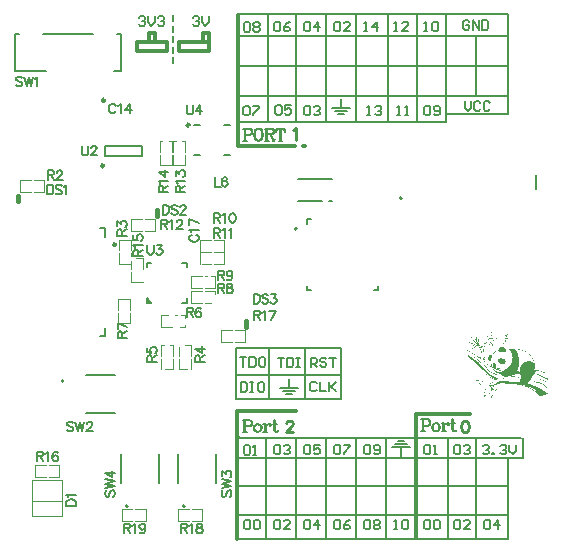
<source format=gbr>
%TF.GenerationSoftware,Altium Limited,Altium Designer Develop,26.0.0 (27)*%
G04 Layer_Color=65535*
%FSLAX45Y45*%
%MOMM*%
%TF.SameCoordinates,D5E2BA32-6F81-40A5-AA13-F30F529DFF44*%
%TF.FilePolarity,Positive*%
%TF.FileFunction,Legend,Top*%
%TF.Part,Single*%
G01*
G75*
%TA.AperFunction,NonConductor*%
%ADD63C,0.25000*%
%ADD64C,0.18000*%
%ADD65C,0.20000*%
%ADD66C,0.16000*%
%ADD67C,0.30000*%
%ADD68C,0.12000*%
%ADD69C,0.10200*%
%ADD70C,0.40000*%
%ADD71C,0.12700*%
%ADD72C,0.20320*%
%ADD73C,0.15000*%
%ADD74C,0.25400*%
G36*
X4204942Y1717979D02*
X4205900Y1718235D01*
X4206413Y1716319D01*
X4205455Y1716063D01*
X4205712Y1715105D01*
X4204754Y1714848D01*
X4205010Y1713890D01*
X4204053Y1713634D01*
X4204566Y1711718D01*
X4203608Y1711461D01*
X4203865Y1710503D01*
X4202907Y1710247D01*
X4203164Y1709289D01*
X4202205Y1709032D01*
X4202462Y1708074D01*
X4201504Y1707818D01*
X4201761Y1706859D01*
X4200803Y1706603D01*
X4201060Y1705645D01*
X4200102Y1705388D01*
X4200358Y1704430D01*
X4199401Y1704174D01*
X4199914Y1702258D01*
X4198956Y1702001D01*
X4199213Y1701043D01*
X4198255Y1700787D01*
X4198512Y1699829D01*
X4197553Y1699572D01*
X4197810Y1698614D01*
X4196852Y1698358D01*
X4197109Y1697400D01*
X4196151Y1697143D01*
X4196408Y1696185D01*
X4195450Y1695929D01*
X4195963Y1694013D01*
X4195005Y1693756D01*
X4195262Y1692798D01*
X4194304Y1692541D01*
X4194561Y1691584D01*
X4193603Y1691327D01*
X4193860Y1690369D01*
X4192902Y1690112D01*
X4193158Y1689154D01*
X4192200Y1688898D01*
X4192714Y1686982D01*
X4212830Y1692372D01*
X4213600Y1689498D01*
X4186779Y1682312D01*
X4186009Y1685185D01*
X4186966Y1685442D01*
X4186453Y1687358D01*
X4187411Y1687614D01*
X4187154Y1688572D01*
X4188112Y1688829D01*
X4187855Y1689787D01*
X4188813Y1690044D01*
X4188557Y1691001D01*
X4189515Y1691258D01*
X4189258Y1692216D01*
X4190216Y1692473D01*
X4189959Y1693430D01*
X4190917Y1693687D01*
X4190660Y1694645D01*
X4191618Y1694902D01*
X4191105Y1696817D01*
X4192063Y1697074D01*
X4191806Y1698032D01*
X4192764Y1698289D01*
X4192507Y1699247D01*
X4193465Y1699503D01*
X4193209Y1700461D01*
X4194167Y1700718D01*
X4193910Y1701676D01*
X4194868Y1701932D01*
X4194611Y1702890D01*
X4195569Y1703147D01*
X4195056Y1705063D01*
X4196014Y1705319D01*
X4195757Y1706278D01*
X4196715Y1706534D01*
X4196458Y1707492D01*
X4197416Y1707749D01*
X4197160Y1708707D01*
X4198117Y1708963D01*
X4197861Y1709921D01*
X4198819Y1710178D01*
X4198562Y1711136D01*
X4199520Y1711392D01*
X4199263Y1712350D01*
X4200221Y1712607D01*
X4199964Y1713565D01*
X4180806Y1708431D01*
X4179780Y1712263D01*
X4204685Y1718936D01*
X4204942Y1717979D01*
D02*
G37*
G36*
X4076579Y1741077D02*
X4075621Y1740820D01*
X4076391Y1737947D01*
X4075433Y1737690D01*
X4075946Y1735774D01*
X4074988Y1735517D01*
X4075502Y1733602D01*
X4074544Y1733345D01*
X4075057Y1731429D01*
X4074099Y1731173D01*
X4074613Y1729257D01*
X4073655Y1729000D01*
X4074168Y1727084D01*
X4073210Y1726828D01*
X4073723Y1724912D01*
X4072766Y1724655D01*
X4073022Y1723697D01*
X4072065Y1723441D01*
X4072578Y1721525D01*
X4071620Y1721268D01*
X4072133Y1719352D01*
X4071175Y1719096D01*
X4071432Y1718138D01*
X4070474Y1717881D01*
X4070987Y1715966D01*
X4070029Y1715709D01*
X4070286Y1714751D01*
X4069328Y1714494D01*
X4069841Y1712579D01*
X4068884Y1712322D01*
X4069140Y1711364D01*
X4068182Y1711107D01*
X4068696Y1709192D01*
X4067738Y1708935D01*
X4067994Y1707977D01*
X4067037Y1707720D01*
X4067550Y1705805D01*
X4066592Y1705548D01*
X4066849Y1704590D01*
X4065891Y1704333D01*
X4066147Y1703375D01*
X4065189Y1703119D01*
X4065446Y1702161D01*
X4064488Y1701904D01*
X4064745Y1700946D01*
X4063787Y1700690D01*
X4064044Y1699732D01*
X4063086Y1699475D01*
X4063599Y1697559D01*
X4062641Y1697303D01*
X4062898Y1696345D01*
X4061940Y1696088D01*
X4062197Y1695130D01*
X4061239Y1694873D01*
X4061495Y1693916D01*
X4059580Y1693402D01*
X4059836Y1692444D01*
X4058879Y1692188D01*
X4059135Y1691230D01*
X4058177Y1690973D01*
X4058434Y1690015D01*
X4057476Y1689758D01*
X4057733Y1688801D01*
X4056775Y1688544D01*
X4057032Y1687586D01*
X4055116Y1687073D01*
X4055372Y1686115D01*
X4054415Y1685858D01*
X4054671Y1684900D01*
X4052755Y1684387D01*
X4053012Y1683429D01*
X4052054Y1683172D01*
X4052311Y1682215D01*
X4050395Y1681701D01*
X4050652Y1680743D01*
X4049694Y1680486D01*
X4049950Y1679529D01*
X4052824Y1680299D01*
X4052567Y1681256D01*
X4057357Y1682540D01*
X4057100Y1683498D01*
X4065721Y1685808D01*
X4065465Y1686766D01*
X4079833Y1690616D01*
X4080090Y1689658D01*
X4088711Y1691968D01*
X4088967Y1691010D01*
X4093757Y1692293D01*
X4094014Y1691335D01*
X4098803Y1692619D01*
X4099060Y1691661D01*
X4102891Y1692687D01*
X4103148Y1691729D01*
X4106022Y1692500D01*
X4106279Y1691542D01*
X4110110Y1692568D01*
X4110367Y1691611D01*
X4113240Y1692380D01*
X4113497Y1691423D01*
X4116370Y1692193D01*
X4116627Y1691235D01*
X4118543Y1691748D01*
X4118800Y1690790D01*
X4119758Y1691047D01*
X4120271Y1689131D01*
X4118355Y1688618D01*
X4118612Y1687660D01*
X4116696Y1687146D01*
X4116953Y1686188D01*
X4114079Y1685419D01*
X4114336Y1684461D01*
X4112420Y1683947D01*
X4112677Y1682989D01*
X4109803Y1682219D01*
X4110060Y1681262D01*
X4106228Y1680235D01*
X4106485Y1679277D01*
X4103611Y1678507D01*
X4103868Y1677549D01*
X4100036Y1676522D01*
X4100293Y1675564D01*
X4095503Y1674281D01*
X4095760Y1673323D01*
X4090013Y1671783D01*
X4090269Y1670825D01*
X4076859Y1667232D01*
X4077116Y1666274D01*
X4076157Y1666017D01*
X4075901Y1666975D01*
X4063448Y1663639D01*
X4063192Y1664597D01*
X4057444Y1663057D01*
X4057187Y1664014D01*
X4053356Y1662988D01*
X4053099Y1663946D01*
X4049268Y1662919D01*
X4049011Y1663877D01*
X4046137Y1663107D01*
X4045881Y1664065D01*
X4043007Y1663295D01*
X4042750Y1664252D01*
X4040834Y1663739D01*
X4040578Y1664697D01*
X4038662Y1664184D01*
X4038919Y1663226D01*
X4039876Y1663483D01*
X4040133Y1662525D01*
X4042049Y1663038D01*
X4042306Y1662080D01*
X4043263Y1662337D01*
X4043520Y1661379D01*
X4045436Y1661892D01*
X4045693Y1660934D01*
X4046651Y1661191D01*
X4046907Y1660233D01*
X4047865Y1660490D01*
X4048122Y1659532D01*
X4049080Y1659789D01*
X4049337Y1658831D01*
X4050294Y1659087D01*
X4050551Y1658130D01*
X4051509Y1658386D01*
X4051765Y1657428D01*
X4052723Y1657685D01*
X4052980Y1656727D01*
X4053938Y1656983D01*
X4054195Y1656026D01*
X4055152Y1656282D01*
X4055409Y1655325D01*
X4056367Y1655581D01*
X4056624Y1654623D01*
X4057582Y1654880D01*
X4058095Y1652964D01*
X4059053Y1653221D01*
X4059310Y1652263D01*
X4060267Y1652520D01*
X4060524Y1651562D01*
X4061482Y1651818D01*
X4061995Y1649903D01*
X4062953Y1650159D01*
X4063210Y1649201D01*
X4064168Y1649458D01*
X4064681Y1647542D01*
X4065639Y1647799D01*
X4066152Y1645883D01*
X4067110Y1646140D01*
X4067624Y1644224D01*
X4068582Y1644481D01*
X4069095Y1642565D01*
X4070053Y1642821D01*
X4070566Y1640906D01*
X4071524Y1641162D01*
X4072037Y1639247D01*
X4072995Y1639503D01*
X4073508Y1637588D01*
X4074466Y1637844D01*
X4074980Y1635928D01*
X4075937Y1636185D01*
X4076451Y1634269D01*
X4077409Y1634526D01*
X4078179Y1631652D01*
X4079137Y1631909D01*
X4079650Y1629993D01*
X4080608Y1630250D01*
X4081378Y1627376D01*
X4082336Y1627633D01*
X4083106Y1624759D01*
X4084064Y1625016D01*
X4084577Y1623100D01*
X4082661Y1622587D01*
X4082405Y1623544D01*
X4079531Y1622775D01*
X4079274Y1623732D01*
X4077359Y1623219D01*
X4077102Y1624177D01*
X4075186Y1623664D01*
X4074929Y1624622D01*
X4073014Y1624108D01*
X4072757Y1625066D01*
X4071799Y1624809D01*
X4071542Y1625767D01*
X4069627Y1625254D01*
X4069370Y1626212D01*
X4067454Y1625699D01*
X4067197Y1626656D01*
X4066240Y1626400D01*
X4065983Y1627357D01*
X4064067Y1626844D01*
X4063810Y1627802D01*
X4061895Y1627289D01*
X4061638Y1628247D01*
X4060680Y1627990D01*
X4060423Y1628948D01*
X4058508Y1628435D01*
X4058251Y1629393D01*
X4057293Y1629136D01*
X4057037Y1630094D01*
X4055121Y1629580D01*
X4054864Y1630538D01*
X4053906Y1630282D01*
X4053650Y1631240D01*
X4052691Y1630983D01*
X4052435Y1631941D01*
X4051477Y1631684D01*
X4051220Y1632642D01*
X4050262Y1632385D01*
X4050006Y1633343D01*
X4049048Y1633087D01*
X4048791Y1634045D01*
X4047833Y1633788D01*
X4047576Y1634746D01*
X4046619Y1634489D01*
X4046362Y1635447D01*
X4045404Y1635190D01*
X4045148Y1636148D01*
X4044190Y1635891D01*
X4043933Y1636849D01*
X4042975Y1636593D01*
X4042718Y1637551D01*
X4041761Y1637294D01*
X4041504Y1638252D01*
X4040546Y1637995D01*
X4040289Y1638953D01*
X4039331Y1638696D01*
X4038818Y1640612D01*
X4037860Y1640356D01*
X4037603Y1641313D01*
X4036645Y1641057D01*
X4036389Y1642015D01*
X4035431Y1641758D01*
X4034918Y1643674D01*
X4033960Y1643417D01*
X4033446Y1645333D01*
X4032489Y1645076D01*
X4031975Y1646992D01*
X4031017Y1646735D01*
X4030504Y1648651D01*
X4029546Y1648394D01*
X4029033Y1650310D01*
X4028075Y1650054D01*
X4027305Y1652927D01*
X4026347Y1652671D01*
X4025577Y1655544D01*
X4023661Y1655031D01*
X4023918Y1654073D01*
X4022960Y1653817D01*
X4023473Y1651901D01*
X4022515Y1651644D01*
X4022772Y1650686D01*
X4021814Y1650430D01*
X4022070Y1649472D01*
X4021113Y1649215D01*
X4021626Y1647299D01*
X4020668Y1647042D01*
X4020925Y1646085D01*
X4019967Y1645828D01*
X4020224Y1644870D01*
X4019266Y1644613D01*
X4019779Y1642698D01*
X4018821Y1642441D01*
X4019078Y1641483D01*
X4018120Y1641226D01*
X4018377Y1640268D01*
X4017419Y1640011D01*
X4017932Y1638096D01*
X4016974Y1637839D01*
X4017231Y1636881D01*
X4016273Y1636625D01*
X4016530Y1635667D01*
X4015572Y1635410D01*
X4016085Y1633494D01*
X4015127Y1633238D01*
X4015384Y1632280D01*
X4014426Y1632023D01*
X4014683Y1631065D01*
X4013725Y1630809D01*
X4014238Y1628893D01*
X4013280Y1628636D01*
X4013537Y1627678D01*
X4012579Y1627421D01*
X4013092Y1625506D01*
X4012134Y1625249D01*
X4012391Y1624291D01*
X4011433Y1624035D01*
X4011690Y1623077D01*
X4010732Y1622820D01*
X4011245Y1620904D01*
X4010287Y1620648D01*
X4010544Y1619689D01*
X4009586Y1619433D01*
X4010099Y1617517D01*
X4009141Y1617260D01*
X4009398Y1616303D01*
X4008440Y1616046D01*
X4008954Y1614130D01*
X4007996Y1613873D01*
X4008252Y1612915D01*
X4007295Y1612659D01*
X4007808Y1610743D01*
X4006850Y1610486D01*
X4007107Y1609528D01*
X4006149Y1609272D01*
X4006662Y1607356D01*
X4005704Y1607099D01*
X4005961Y1606141D01*
X4005003Y1605885D01*
X4005516Y1603969D01*
X4004558Y1603712D01*
X4005072Y1601797D01*
X4004114Y1601540D01*
X4004627Y1599624D01*
X4003669Y1599367D01*
X4004183Y1597452D01*
X4003225Y1597195D01*
X4003738Y1595279D01*
X4002780Y1595022D01*
X4003293Y1593107D01*
X4002336Y1592850D01*
X4003106Y1589976D01*
X4002148Y1589720D01*
X4002918Y1586846D01*
X4001960Y1586589D01*
X4002986Y1582758D01*
X4002029Y1582501D01*
X4003825Y1575796D01*
X4002868Y1575539D01*
X4004921Y1567876D01*
X4003963Y1567619D01*
X4006016Y1559956D01*
X4005058Y1559699D01*
X4007112Y1552036D01*
X4006154Y1551779D01*
X4007950Y1545074D01*
X4006992Y1544818D01*
X4008789Y1538112D01*
X4007831Y1537856D01*
X4009628Y1531150D01*
X4008670Y1530894D01*
X4010467Y1524188D01*
X4009509Y1523932D01*
X4012076Y1514353D01*
X4011117Y1514096D01*
X4015994Y1495896D01*
X4016952Y1496153D01*
X4019005Y1488490D01*
X4019963Y1488746D01*
X4021247Y1483957D01*
X4022205Y1484213D01*
X4022975Y1481340D01*
X4023933Y1481596D01*
X4024703Y1478723D01*
X4025660Y1478980D01*
X4026174Y1477064D01*
X4027132Y1477320D01*
X4027645Y1475405D01*
X4028603Y1475661D01*
X4029373Y1472788D01*
X4030331Y1473044D01*
X4030844Y1471128D01*
X4031802Y1471385D01*
X4032059Y1470427D01*
X4033017Y1470684D01*
X4033530Y1468768D01*
X4034488Y1469025D01*
X4035001Y1467109D01*
X4035959Y1467366D01*
X4036472Y1465450D01*
X4037430Y1465706D01*
X4037687Y1464749D01*
X4038645Y1465005D01*
X4039158Y1463089D01*
X4040116Y1463346D01*
X4040373Y1462388D01*
X4041331Y1462645D01*
X4041844Y1460729D01*
X4042802Y1460986D01*
X4043058Y1460028D01*
X4044016Y1460284D01*
X4044530Y1458369D01*
X4045488Y1458625D01*
X4045745Y1457667D01*
X4046702Y1457924D01*
X4046959Y1456966D01*
X4047917Y1457223D01*
X4048173Y1456265D01*
X4049131Y1456522D01*
X4049645Y1454606D01*
X4050603Y1454862D01*
X4050859Y1453905D01*
X4051817Y1454161D01*
X4052074Y1453204D01*
X4053032Y1453460D01*
X4053288Y1452502D01*
X4054246Y1452759D01*
X4054503Y1451801D01*
X4055461Y1452058D01*
X4055718Y1451100D01*
X4056675Y1451357D01*
X4056932Y1450398D01*
X4057890Y1450655D01*
X4058147Y1449697D01*
X4059105Y1449954D01*
X4059361Y1448996D01*
X4060319Y1449253D01*
X4060576Y1448295D01*
X4061533Y1448552D01*
X4061790Y1447593D01*
X4062748Y1447850D01*
X4063005Y1446892D01*
X4063963Y1447149D01*
X4064219Y1446191D01*
X4065177Y1446448D01*
X4065434Y1445490D01*
X4066392Y1445747D01*
X4066649Y1444789D01*
X4068564Y1445302D01*
X4068821Y1444344D01*
X4069779Y1444601D01*
X4070036Y1443643D01*
X4070994Y1443900D01*
X4071250Y1442941D01*
X4073166Y1443455D01*
X4073423Y1442497D01*
X4075339Y1443010D01*
X4067638Y1471747D01*
X4066680Y1471491D01*
X4064371Y1480112D01*
X4065328Y1480368D01*
X4063275Y1488032D01*
X4064233Y1488288D01*
X4063463Y1491162D01*
X4062505Y1490905D01*
X4062248Y1491863D01*
X4061291Y1491606D01*
X4061034Y1492564D01*
X4059118Y1492051D01*
X4058861Y1493009D01*
X4057903Y1492752D01*
X4057647Y1493710D01*
X4055731Y1493197D01*
X4055474Y1494155D01*
X4054516Y1493898D01*
X4054260Y1494856D01*
X4053302Y1494599D01*
X4053045Y1495557D01*
X4052087Y1495301D01*
X4051574Y1497216D01*
X4050616Y1496960D01*
X4050359Y1497918D01*
X4049402Y1497661D01*
X4048888Y1499577D01*
X4047930Y1499320D01*
X4047417Y1501236D01*
X4046459Y1500979D01*
X4045689Y1503853D01*
X4044731Y1503596D01*
X4041651Y1515091D01*
X4042609Y1515347D01*
X4041582Y1519179D01*
X4042540Y1519436D01*
X4041770Y1522309D01*
X4040812Y1522053D01*
X4040042Y1524927D01*
X4041000Y1525183D01*
X4040487Y1527099D01*
X4041445Y1527356D01*
X4040931Y1529272D01*
X4041889Y1529528D01*
X4041633Y1530486D01*
X4042591Y1530743D01*
X4042334Y1531701D01*
X4043292Y1531957D01*
X4042779Y1533873D01*
X4043736Y1534130D01*
X4043480Y1535088D01*
X4044438Y1535344D01*
X4044181Y1536302D01*
X4045139Y1536559D01*
X4044882Y1537517D01*
X4045840Y1537773D01*
X4045583Y1538731D01*
X4046541Y1538988D01*
X4046285Y1539946D01*
X4047242Y1540203D01*
X4046986Y1541160D01*
X4048902Y1541674D01*
X4048645Y1542632D01*
X4050561Y1543145D01*
X4050304Y1544103D01*
X4053178Y1544873D01*
X4052921Y1545831D01*
X4059626Y1547627D01*
X4059883Y1546669D01*
X4062757Y1547440D01*
X4063013Y1546482D01*
X4064929Y1546995D01*
X4065186Y1546037D01*
X4067102Y1546550D01*
X4067358Y1545593D01*
X4068316Y1545849D01*
X4068573Y1544891D01*
X4070489Y1545405D01*
X4070745Y1544447D01*
X4071703Y1544703D01*
X4071960Y1543745D01*
X4072918Y1544002D01*
X4073174Y1543044D01*
X4075090Y1543558D01*
X4074834Y1544516D01*
X4075791Y1544772D01*
X4075535Y1545730D01*
X4076493Y1545987D01*
X4076236Y1546945D01*
X4077194Y1547201D01*
X4076937Y1548159D01*
X4077895Y1548416D01*
X4077639Y1549374D01*
X4078597Y1549630D01*
X4078340Y1550588D01*
X4079298Y1550845D01*
X4079041Y1551803D01*
X4080957Y1552316D01*
X4080700Y1553274D01*
X4081658Y1553531D01*
X4081402Y1554489D01*
X4082359Y1554745D01*
X4082103Y1555704D01*
X4083060Y1555960D01*
X4082547Y1557876D01*
X4081589Y1557619D01*
X4081333Y1558577D01*
X4080375Y1558320D01*
X4079862Y1560236D01*
X4080819Y1560493D01*
X4080563Y1561451D01*
X4081520Y1561707D01*
X4081264Y1562665D01*
X4082222Y1562922D01*
X4081965Y1563880D01*
X4084839Y1564650D01*
X4084582Y1565608D01*
X4089372Y1566891D01*
X4088858Y1568807D01*
X4087900Y1568550D01*
X4087131Y1571424D01*
X4088088Y1571681D01*
X4087832Y1572638D01*
X4101242Y1576232D01*
X4101499Y1575274D01*
X4108204Y1577071D01*
X4107947Y1578029D01*
X4112737Y1579312D01*
X4112480Y1580270D01*
X4117270Y1581553D01*
X4117013Y1582511D01*
X4126592Y1585077D01*
X4126335Y1586035D01*
X4130167Y1587062D01*
X4129910Y1588020D01*
X4130868Y1588277D01*
X4130098Y1591150D01*
X4131056Y1591407D01*
X4130543Y1593323D01*
X4131500Y1593579D01*
X4130987Y1595495D01*
X4131945Y1595752D01*
X4131432Y1597668D01*
X4132390Y1597924D01*
X4132133Y1598883D01*
X4133091Y1599139D01*
X4132577Y1601055D01*
X4133535Y1601311D01*
X4133279Y1602269D01*
X4134237Y1602526D01*
X4133980Y1603484D01*
X4135896Y1603997D01*
X4135639Y1604955D01*
X4136597Y1605212D01*
X4136340Y1606170D01*
X4137298Y1606426D01*
X4137042Y1607384D01*
X4138957Y1607898D01*
X4138701Y1608856D01*
X4141574Y1609625D01*
X4141318Y1610583D01*
X4145149Y1611610D01*
X4144893Y1612568D01*
X4154471Y1615135D01*
X4154728Y1614177D01*
X4155686Y1614433D01*
X4156200Y1612518D01*
X4159073Y1613288D01*
X4159330Y1612330D01*
X4165077Y1613870D01*
X4165334Y1612912D01*
X4166292Y1613168D01*
X4166548Y1612211D01*
X4167507Y1612467D01*
X4168020Y1610552D01*
X4168978Y1610808D01*
X4169234Y1609850D01*
X4170192Y1610107D01*
X4170449Y1609149D01*
X4171407Y1609406D01*
X4171663Y1608448D01*
X4172622Y1608704D01*
X4172878Y1607747D01*
X4174794Y1608260D01*
X4175050Y1607302D01*
X4176008Y1607559D01*
X4176265Y1606601D01*
X4177223Y1606858D01*
X4177736Y1604942D01*
X4178694Y1605198D01*
X4178951Y1604240D01*
X4179909Y1604497D01*
X4180422Y1602581D01*
X4181380Y1602838D01*
X4181893Y1600922D01*
X4182851Y1601179D01*
X4183621Y1598305D01*
X4184579Y1598562D01*
X4185606Y1594730D01*
X4186564Y1594987D01*
X4186820Y1594029D01*
X4191610Y1595312D01*
X4191867Y1594354D01*
X4195698Y1595381D01*
X4195955Y1594423D01*
X4199786Y1595450D01*
X4200043Y1594492D01*
X4204833Y1595776D01*
X4205089Y1594817D01*
X4211794Y1596614D01*
X4212051Y1595656D01*
X4221630Y1598223D01*
X4221887Y1597265D01*
X4228592Y1599062D01*
X4228849Y1598104D01*
X4232680Y1599130D01*
X4232937Y1598173D01*
X4236769Y1599199D01*
X4237025Y1598241D01*
X4239899Y1599012D01*
X4240156Y1598054D01*
X4243029Y1598824D01*
X4243286Y1597865D01*
X4246160Y1598635D01*
X4246416Y1597678D01*
X4248332Y1598191D01*
X4248589Y1597233D01*
X4251462Y1598003D01*
X4251719Y1597045D01*
X4254593Y1597815D01*
X4254849Y1596857D01*
X4256765Y1597371D01*
X4257022Y1596413D01*
X4259896Y1597183D01*
X4260152Y1596225D01*
X4263026Y1596995D01*
X4263283Y1596037D01*
X4266157Y1596807D01*
X4266413Y1595849D01*
X4269287Y1596619D01*
X4269543Y1595661D01*
X4272417Y1596431D01*
X4272674Y1595473D01*
X4275547Y1596243D01*
X4275804Y1595285D01*
X4278678Y1596055D01*
X4278935Y1595097D01*
X4281808Y1595868D01*
X4282065Y1594910D01*
X4284939Y1595680D01*
X4285195Y1594722D01*
X4287111Y1595235D01*
X4287368Y1594277D01*
X4290241Y1595047D01*
X4290498Y1594089D01*
X4292414Y1594603D01*
X4292671Y1593645D01*
X4295544Y1594415D01*
X4295801Y1593457D01*
X4297717Y1593970D01*
X4297973Y1593012D01*
X4299889Y1593526D01*
X4300146Y1592568D01*
X4303019Y1593338D01*
X4303276Y1592380D01*
X4305192Y1592893D01*
X4305449Y1591935D01*
X4307365Y1592449D01*
X4307621Y1591491D01*
X4309537Y1592004D01*
X4309793Y1591046D01*
X4311709Y1591560D01*
X4311966Y1590602D01*
X4313882Y1591115D01*
X4314138Y1590157D01*
X4316054Y1590670D01*
X4316311Y1589713D01*
X4317269Y1589969D01*
X4317525Y1589011D01*
X4319441Y1589524D01*
X4319698Y1588567D01*
X4321614Y1589080D01*
X4321870Y1588122D01*
X4322828Y1588379D01*
X4323085Y1587421D01*
X4325000Y1587934D01*
X4325257Y1586976D01*
X4327173Y1587490D01*
X4327430Y1586532D01*
X4328388Y1586788D01*
X4328644Y1585830D01*
X4330560Y1586344D01*
X4330817Y1585386D01*
X4331775Y1585642D01*
X4332031Y1584685D01*
X4333947Y1585198D01*
X4334204Y1584240D01*
X4335162Y1584497D01*
X4335419Y1583539D01*
X4336376Y1583796D01*
X4336633Y1582838D01*
X4338549Y1583351D01*
X4338805Y1582393D01*
X4339763Y1582650D01*
X4340020Y1581692D01*
X4340978Y1581949D01*
X4341235Y1580990D01*
X4343151Y1581504D01*
X4343407Y1580546D01*
X4344365Y1580803D01*
X4344621Y1579845D01*
X4345579Y1580101D01*
X4345836Y1579144D01*
X4346794Y1579400D01*
X4347051Y1578442D01*
X4348966Y1578956D01*
X4349223Y1577998D01*
X4350181Y1578254D01*
X4350438Y1577297D01*
X4351396Y1577553D01*
X4351652Y1576595D01*
X4352610Y1576852D01*
X4352867Y1575894D01*
X4353825Y1576151D01*
X4354081Y1575193D01*
X4355039Y1575449D01*
X4355296Y1574492D01*
X4356254Y1574748D01*
X4356511Y1573790D01*
X4357469Y1574047D01*
X4357725Y1573089D01*
X4359641Y1573603D01*
X4359898Y1572645D01*
X4360855Y1572901D01*
X4361369Y1570985D01*
X4362327Y1571242D01*
X4362583Y1570284D01*
X4363541Y1570541D01*
X4363798Y1569583D01*
X4364756Y1569840D01*
X4365013Y1568882D01*
X4365970Y1569138D01*
X4366227Y1568181D01*
X4367185Y1568437D01*
X4367442Y1567479D01*
X4368400Y1567736D01*
X4368656Y1566778D01*
X4369614Y1567035D01*
X4369871Y1566077D01*
X4370829Y1566334D01*
X4371085Y1565376D01*
X4372043Y1565632D01*
X4372556Y1563716D01*
X4373514Y1563973D01*
X4373771Y1563015D01*
X4374729Y1563272D01*
X4374986Y1562314D01*
X4375943Y1562571D01*
X4376200Y1561613D01*
X4377158Y1561870D01*
X4377671Y1559954D01*
X4378630Y1560210D01*
X4378886Y1559253D01*
X4379844Y1559509D01*
X4380101Y1558551D01*
X4381059Y1558808D01*
X4381572Y1556892D01*
X4382530Y1557149D01*
X4382787Y1556191D01*
X4383744Y1556448D01*
X4384258Y1554532D01*
X4385216Y1554789D01*
X4385472Y1553831D01*
X4386430Y1554087D01*
X4386943Y1552171D01*
X4387901Y1552428D01*
X4388158Y1551470D01*
X4389116Y1551727D01*
X4389629Y1549811D01*
X4390587Y1550068D01*
X4391100Y1548152D01*
X4392059Y1548409D01*
X4392572Y1546493D01*
X4393530Y1546750D01*
X4393786Y1545792D01*
X4394744Y1546048D01*
X4395257Y1544133D01*
X4396215Y1544389D01*
X4396729Y1542473D01*
X4397687Y1542730D01*
X4398200Y1540814D01*
X4399158Y1541071D01*
X4399671Y1539155D01*
X4400629Y1539412D01*
X4401142Y1537496D01*
X4402100Y1537753D01*
X4402871Y1534879D01*
X4403828Y1535136D01*
X4404341Y1533220D01*
X4405299Y1533476D01*
X4405813Y1531561D01*
X4406771Y1531817D01*
X4407541Y1528944D01*
X4408499Y1529200D01*
X4409269Y1526327D01*
X4410227Y1526583D01*
X4410997Y1523710D01*
X4411954Y1523966D01*
X4412724Y1521093D01*
X4413682Y1521350D01*
X4414452Y1518476D01*
X4415410Y1518732D01*
X4416437Y1514901D01*
X4417395Y1515157D01*
X4418421Y1511326D01*
X4419379Y1511582D01*
X4420662Y1506793D01*
X4421621Y1507050D01*
X4423161Y1501302D01*
X4424118Y1501559D01*
X4426429Y1492938D01*
X4427386Y1493195D01*
X4433546Y1470205D01*
X4432589Y1469948D01*
X4434898Y1461327D01*
X4433941Y1461071D01*
X4435481Y1455323D01*
X4434522Y1455066D01*
X4435549Y1451235D01*
X4434591Y1450978D01*
X4435618Y1447147D01*
X4434660Y1446890D01*
X4435430Y1444016D01*
X4434472Y1443760D01*
X4435243Y1440886D01*
X4434285Y1440629D01*
X4435054Y1437756D01*
X4434097Y1437499D01*
X4434610Y1435583D01*
X4433652Y1435327D01*
X4434165Y1433411D01*
X4433207Y1433154D01*
X4433721Y1431238D01*
X4432763Y1430981D01*
X4433276Y1429066D01*
X4432318Y1428809D01*
X4432832Y1426893D01*
X4431874Y1426637D01*
X4432387Y1424721D01*
X4431429Y1424464D01*
X4432199Y1421591D01*
X4434115Y1422104D01*
X4434372Y1421146D01*
X4436287Y1421659D01*
X4436544Y1420701D01*
X4439418Y1421471D01*
X4439674Y1420514D01*
X4441590Y1421027D01*
X4441847Y1420069D01*
X4443763Y1420582D01*
X4444019Y1419625D01*
X4445935Y1420138D01*
X4446192Y1419180D01*
X4448108Y1419693D01*
X4448364Y1418735D01*
X4450280Y1419249D01*
X4450537Y1418291D01*
X4452453Y1418804D01*
X4452709Y1417846D01*
X4454625Y1418359D01*
X4454882Y1417402D01*
X4456798Y1417915D01*
X4457054Y1416957D01*
X4458970Y1417470D01*
X4459227Y1416513D01*
X4460185Y1416769D01*
X4460441Y1415811D01*
X4462357Y1416325D01*
X4462614Y1415367D01*
X4464530Y1415880D01*
X4464786Y1414922D01*
X4466702Y1415436D01*
X4466959Y1414477D01*
X4467917Y1414734D01*
X4468173Y1413776D01*
X4470089Y1414290D01*
X4470346Y1413332D01*
X4472262Y1413845D01*
X4472518Y1412887D01*
X4473476Y1413144D01*
X4473733Y1412186D01*
X4475649Y1412699D01*
X4475905Y1411741D01*
X4477821Y1412255D01*
X4478077Y1411297D01*
X4479035Y1411553D01*
X4479292Y1410595D01*
X4481208Y1411109D01*
X4481464Y1410151D01*
X4482422Y1410408D01*
X4482679Y1409450D01*
X4484595Y1409963D01*
X4484852Y1409005D01*
X4485809Y1409262D01*
X4486066Y1408304D01*
X4487982Y1408817D01*
X4488239Y1407860D01*
X4489197Y1408116D01*
X4489453Y1407158D01*
X4491369Y1407672D01*
X4491626Y1406713D01*
X4492584Y1406970D01*
X4492840Y1406012D01*
X4493798Y1406269D01*
X4494055Y1405311D01*
X4495971Y1405824D01*
X4496227Y1404867D01*
X4497185Y1405123D01*
X4497442Y1404165D01*
X4499358Y1404679D01*
X4499614Y1403721D01*
X4500572Y1403978D01*
X4500829Y1403020D01*
X4501787Y1403276D01*
X4502043Y1402318D01*
X4503959Y1402832D01*
X4504216Y1401874D01*
X4505174Y1402131D01*
X4505430Y1401173D01*
X4506388Y1401429D01*
X4506645Y1400471D01*
X4508561Y1400985D01*
X4508817Y1400027D01*
X4509775Y1400283D01*
X4510032Y1399326D01*
X4510990Y1399582D01*
X4511247Y1398624D01*
X4513162Y1399138D01*
X4513419Y1398180D01*
X4514377Y1398437D01*
X4514634Y1397479D01*
X4515591Y1397735D01*
X4515848Y1396777D01*
X4517764Y1397291D01*
X4518021Y1396333D01*
X4518979Y1396590D01*
X4519235Y1395631D01*
X4520193Y1395888D01*
X4520450Y1394930D01*
X4522366Y1395444D01*
X4522622Y1394486D01*
X4523580Y1394742D01*
X4523837Y1393785D01*
X4524795Y1394041D01*
X4525051Y1393083D01*
X4526967Y1393597D01*
X4527224Y1392639D01*
X4528182Y1392895D01*
X4528438Y1391938D01*
X4529396Y1392194D01*
X4529653Y1391236D01*
X4531569Y1391750D01*
X4531825Y1390792D01*
X4532783Y1391048D01*
X4533810Y1387217D01*
X4532852Y1386960D01*
X4532595Y1387918D01*
X4530680Y1387405D01*
X4530423Y1388363D01*
X4529465Y1388106D01*
X4529208Y1389064D01*
X4528251Y1388807D01*
X4527994Y1389765D01*
X4526078Y1389252D01*
X4525822Y1390210D01*
X4524863Y1389953D01*
X4524607Y1390911D01*
X4523649Y1390654D01*
X4523392Y1391612D01*
X4521477Y1391099D01*
X4521220Y1392057D01*
X4520262Y1391800D01*
X4520005Y1392758D01*
X4519047Y1392501D01*
X4518791Y1393459D01*
X4516875Y1392946D01*
X4516618Y1393903D01*
X4515660Y1393647D01*
X4515404Y1394605D01*
X4514446Y1394348D01*
X4514189Y1395306D01*
X4512273Y1394793D01*
X4512017Y1395751D01*
X4511059Y1395494D01*
X4510802Y1396452D01*
X4509844Y1396195D01*
X4509587Y1397153D01*
X4507672Y1396640D01*
X4507415Y1397598D01*
X4506457Y1397341D01*
X4506201Y1398299D01*
X4505243Y1398042D01*
X4504986Y1399000D01*
X4503070Y1398487D01*
X4502813Y1399445D01*
X4501856Y1399188D01*
X4501599Y1400146D01*
X4500641Y1399889D01*
X4500384Y1400847D01*
X4498469Y1400334D01*
X4498212Y1401292D01*
X4497254Y1401035D01*
X4496997Y1401993D01*
X4495081Y1401480D01*
X4494825Y1402437D01*
X4493867Y1402181D01*
X4493610Y1403139D01*
X4492652Y1402882D01*
X4492396Y1403840D01*
X4490480Y1403327D01*
X4490223Y1404284D01*
X4489265Y1404028D01*
X4489009Y1404986D01*
X4487093Y1404472D01*
X4486836Y1405430D01*
X4485878Y1405173D01*
X4485622Y1406132D01*
X4483706Y1405618D01*
X4483449Y1406576D01*
X4482491Y1406320D01*
X4482235Y1407277D01*
X4480319Y1406764D01*
X4480062Y1407722D01*
X4479104Y1407465D01*
X4478848Y1408423D01*
X4476932Y1407910D01*
X4476675Y1408868D01*
X4475717Y1408611D01*
X4475460Y1409569D01*
X4473545Y1409056D01*
X4473288Y1410014D01*
X4471372Y1409500D01*
X4471116Y1410458D01*
X4470158Y1410201D01*
X4469901Y1411159D01*
X4467985Y1410646D01*
X4467728Y1411604D01*
X4465813Y1411091D01*
X4465556Y1412048D01*
X4464598Y1411792D01*
X4464342Y1412750D01*
X4462426Y1412236D01*
X4462169Y1413194D01*
X4460253Y1412681D01*
X4459997Y1413639D01*
X4458081Y1413125D01*
X4457824Y1414083D01*
X4455908Y1413570D01*
X4455652Y1414528D01*
X4453736Y1414014D01*
X4453479Y1414973D01*
X4451563Y1414459D01*
X4451307Y1415417D01*
X4449391Y1414904D01*
X4449134Y1415862D01*
X4447219Y1415348D01*
X4446962Y1416306D01*
X4445046Y1415793D01*
X4444789Y1416751D01*
X4442874Y1416237D01*
X4442617Y1417195D01*
X4440701Y1416682D01*
X4440445Y1417640D01*
X4438529Y1417126D01*
X4438272Y1418085D01*
X4436356Y1417571D01*
X4436100Y1418529D01*
X4433226Y1417759D01*
X4432969Y1418717D01*
X4431054Y1418203D01*
X4430797Y1419161D01*
X4429839Y1418905D01*
X4430352Y1416989D01*
X4432268Y1417502D01*
X4432525Y1416545D01*
X4433482Y1416801D01*
X4433739Y1415843D01*
X4435655Y1416356D01*
X4435912Y1415398D01*
X4436869Y1415655D01*
X4437126Y1414697D01*
X4439042Y1415211D01*
X4439299Y1414253D01*
X4441214Y1414766D01*
X4441471Y1413808D01*
X4442429Y1414065D01*
X4442686Y1413107D01*
X4444601Y1413620D01*
X4444858Y1412663D01*
X4445816Y1412919D01*
X4446586Y1410045D01*
X4445628Y1409789D01*
X4445885Y1408831D01*
X4444927Y1408574D01*
X4445184Y1407616D01*
X4444226Y1407360D01*
X4444739Y1405444D01*
X4443781Y1405187D01*
X4444038Y1404229D01*
X4443080Y1403973D01*
X4443337Y1403015D01*
X4442379Y1402758D01*
X4442636Y1401800D01*
X4441677Y1401544D01*
X4441934Y1400585D01*
X4440976Y1400329D01*
X4441233Y1399371D01*
X4440275Y1399114D01*
X4440532Y1398156D01*
X4439574Y1397900D01*
X4439831Y1396942D01*
X4438873Y1396685D01*
X4439129Y1395727D01*
X4438171Y1395471D01*
X4438428Y1394513D01*
X4437470Y1394256D01*
X4437727Y1393298D01*
X4436769Y1393041D01*
X4437025Y1392084D01*
X4436068Y1391827D01*
X4436324Y1390869D01*
X4435367Y1390612D01*
X4435623Y1389655D01*
X4434665Y1389398D01*
X4434922Y1388440D01*
X4435880Y1388697D01*
X4436136Y1387739D01*
X4438052Y1388252D01*
X4438309Y1387294D01*
X4441183Y1388064D01*
X4441439Y1387106D01*
X4443355Y1387620D01*
X4443612Y1386661D01*
X4445528Y1387175D01*
X4445784Y1386217D01*
X4448658Y1386987D01*
X4448914Y1386029D01*
X4450830Y1386543D01*
X4451087Y1385585D01*
X4453961Y1386355D01*
X4454217Y1385397D01*
X4456133Y1385910D01*
X4456390Y1384952D01*
X4458306Y1385466D01*
X4458562Y1384508D01*
X4460478Y1385021D01*
X4460735Y1384063D01*
X4461693Y1384320D01*
X4461949Y1383362D01*
X4463865Y1383875D01*
X4464122Y1382917D01*
X4465080Y1383174D01*
X4465337Y1382216D01*
X4467252Y1382730D01*
X4467509Y1381771D01*
X4468467Y1382028D01*
X4468723Y1381070D01*
X4470639Y1381583D01*
X4470896Y1380626D01*
X4471854Y1380882D01*
X4472110Y1379925D01*
X4473068Y1380181D01*
X4473325Y1379223D01*
X4475241Y1379737D01*
X4475497Y1378779D01*
X4476455Y1379035D01*
X4476712Y1378078D01*
X4477670Y1378334D01*
X4477927Y1377376D01*
X4478884Y1377633D01*
X4479141Y1376675D01*
X4480099Y1376932D01*
X4480356Y1375974D01*
X4481313Y1376230D01*
X4481570Y1375273D01*
X4483486Y1375786D01*
X4483743Y1374828D01*
X4484700Y1375085D01*
X4484957Y1374127D01*
X4485915Y1374383D01*
X4486172Y1373425D01*
X4487130Y1373682D01*
X4487387Y1372724D01*
X4488344Y1372981D01*
X4488601Y1372023D01*
X4489559Y1372280D01*
X4489816Y1371322D01*
X4490774Y1371579D01*
X4491030Y1370621D01*
X4491988Y1370877D01*
X4492245Y1369919D01*
X4493203Y1370176D01*
X4493459Y1369218D01*
X4494417Y1369475D01*
X4494674Y1368517D01*
X4495632Y1368774D01*
X4495888Y1367816D01*
X4496846Y1368072D01*
X4497103Y1367114D01*
X4499019Y1367628D01*
X4499275Y1366670D01*
X4500233Y1366927D01*
X4500490Y1365969D01*
X4501448Y1366225D01*
X4501704Y1365267D01*
X4502663Y1365524D01*
X4502919Y1364566D01*
X4503877Y1364823D01*
X4504134Y1363865D01*
X4505092Y1364122D01*
X4505348Y1363164D01*
X4506306Y1363420D01*
X4506563Y1362462D01*
X4507521Y1362719D01*
X4507777Y1361761D01*
X4508735Y1362018D01*
X4508992Y1361060D01*
X4509950Y1361317D01*
X4510206Y1360359D01*
X4511164Y1360616D01*
X4511421Y1359658D01*
X4512379Y1359914D01*
X4512636Y1358956D01*
X4513593Y1359213D01*
X4513850Y1358255D01*
X4514808Y1358512D01*
X4515065Y1357554D01*
X4516023Y1357811D01*
X4516279Y1356853D01*
X4517237Y1357109D01*
X4517494Y1356151D01*
X4519410Y1356665D01*
X4519666Y1355707D01*
X4520624Y1355964D01*
X4520881Y1355006D01*
X4521839Y1355262D01*
X4522095Y1354304D01*
X4523053Y1354561D01*
X4523310Y1353603D01*
X4525226Y1354117D01*
X4525482Y1353159D01*
X4526440Y1353415D01*
X4526697Y1352457D01*
X4527655Y1352714D01*
X4527911Y1351756D01*
X4528870Y1352013D01*
X4529126Y1351055D01*
X4531042Y1351568D01*
X4531299Y1350610D01*
X4532257Y1350867D01*
X4532513Y1349909D01*
X4533471Y1350166D01*
X4533728Y1349208D01*
X4534686Y1349465D01*
X4534942Y1348507D01*
X4536858Y1349020D01*
X4537115Y1348062D01*
X4538073Y1348319D01*
X4538329Y1347361D01*
X4539287Y1347618D01*
X4539544Y1346659D01*
X4541460Y1347173D01*
X4541716Y1346215D01*
X4542674Y1346472D01*
X4542931Y1345514D01*
X4543889Y1345770D01*
X4544145Y1344813D01*
X4545103Y1345069D01*
X4547927Y1334532D01*
X4546969Y1334276D01*
X4546712Y1335234D01*
X4545754Y1334977D01*
X4545498Y1335935D01*
X4544540Y1335678D01*
X4544283Y1336636D01*
X4542367Y1336123D01*
X4542111Y1337081D01*
X4541153Y1336824D01*
X4540896Y1337782D01*
X4539938Y1337525D01*
X4539682Y1338483D01*
X4537766Y1337970D01*
X4537509Y1338928D01*
X4536551Y1338671D01*
X4536294Y1339629D01*
X4535337Y1339372D01*
X4535080Y1340330D01*
X4533164Y1339817D01*
X4532907Y1340775D01*
X4531950Y1340518D01*
X4531693Y1341476D01*
X4530735Y1341219D01*
X4530478Y1342177D01*
X4528562Y1341664D01*
X4528306Y1342622D01*
X4527348Y1342365D01*
X4527091Y1343323D01*
X4526133Y1343066D01*
X4525877Y1344024D01*
X4524919Y1343768D01*
X4524662Y1344726D01*
X4522746Y1344212D01*
X4522490Y1345170D01*
X4521532Y1344913D01*
X4521275Y1345871D01*
X4520317Y1345615D01*
X4520061Y1346573D01*
X4519103Y1346316D01*
X4518846Y1347274D01*
X4516930Y1346760D01*
X4516673Y1347718D01*
X4515716Y1347462D01*
X4515459Y1348420D01*
X4514501Y1348163D01*
X4514244Y1349121D01*
X4513286Y1348864D01*
X4513030Y1349822D01*
X4512072Y1349565D01*
X4511815Y1350523D01*
X4510857Y1350267D01*
X4510601Y1351224D01*
X4508685Y1350711D01*
X4508428Y1351669D01*
X4507470Y1351412D01*
X4507214Y1352370D01*
X4506256Y1352113D01*
X4505999Y1353071D01*
X4505041Y1352815D01*
X4504784Y1353773D01*
X4503827Y1353516D01*
X4503570Y1354474D01*
X4502612Y1354217D01*
X4502355Y1355175D01*
X4501397Y1354919D01*
X4501141Y1355876D01*
X4500183Y1355620D01*
X4499926Y1356578D01*
X4498968Y1356321D01*
X4498712Y1357279D01*
X4497754Y1357022D01*
X4497497Y1357980D01*
X4496539Y1357723D01*
X4496283Y1358681D01*
X4495325Y1358425D01*
X4495068Y1359382D01*
X4494110Y1359126D01*
X4493854Y1360084D01*
X4492896Y1359827D01*
X4492639Y1360785D01*
X4491681Y1360528D01*
X4491424Y1361486D01*
X4490467Y1361229D01*
X4490210Y1362187D01*
X4489252Y1361931D01*
X4488995Y1362889D01*
X4488037Y1362632D01*
X4487780Y1363590D01*
X4486823Y1363333D01*
X4486566Y1364291D01*
X4485608Y1364034D01*
X4485351Y1364992D01*
X4484393Y1364736D01*
X4484137Y1365693D01*
X4483179Y1365437D01*
X4482922Y1366395D01*
X4481964Y1366138D01*
X4481708Y1367096D01*
X4480750Y1366839D01*
X4480493Y1367797D01*
X4479535Y1367541D01*
X4479279Y1368498D01*
X4478321Y1368242D01*
X4478064Y1369200D01*
X4477106Y1368943D01*
X4476850Y1369901D01*
X4475891Y1369644D01*
X4475635Y1370602D01*
X4474677Y1370345D01*
X4474420Y1371303D01*
X4473462Y1371047D01*
X4473206Y1372005D01*
X4472248Y1371748D01*
X4471991Y1372706D01*
X4471033Y1372449D01*
X4470777Y1373407D01*
X4469819Y1373150D01*
X4469562Y1374108D01*
X4468604Y1373852D01*
X4468348Y1374810D01*
X4467390Y1374553D01*
X4467133Y1375511D01*
X4466175Y1375254D01*
X4465918Y1376212D01*
X4464003Y1375699D01*
X4463746Y1376657D01*
X4462788Y1376400D01*
X4462531Y1377358D01*
X4461574Y1377101D01*
X4461317Y1378059D01*
X4459401Y1377546D01*
X4459144Y1378503D01*
X4458186Y1378247D01*
X4457930Y1379205D01*
X4456014Y1378691D01*
X4455757Y1379650D01*
X4453841Y1379136D01*
X4453585Y1380094D01*
X4451669Y1379581D01*
X4451412Y1380539D01*
X4450454Y1380282D01*
X4450198Y1381240D01*
X4448282Y1380726D01*
X4448025Y1381684D01*
X4445152Y1380914D01*
X4444895Y1381872D01*
X4442021Y1381102D01*
X4441765Y1382060D01*
X4437933Y1381033D01*
X4437676Y1381991D01*
X4434803Y1381221D01*
X4434546Y1382179D01*
X4430715Y1381152D01*
X4430458Y1382110D01*
X4426626Y1381084D01*
X4426883Y1380126D01*
X4425925Y1379869D01*
X4426182Y1378911D01*
X4424266Y1378398D01*
X4424523Y1377440D01*
X4422607Y1376927D01*
X4422863Y1375969D01*
X4421906Y1375712D01*
X4422162Y1374754D01*
X4420246Y1374241D01*
X4420503Y1373283D01*
X4418587Y1372770D01*
X4418844Y1371812D01*
X4417886Y1371555D01*
X4418143Y1370597D01*
X4416227Y1370084D01*
X4416483Y1369126D01*
X4415526Y1368869D01*
X4415782Y1367911D01*
X4413866Y1367398D01*
X4414123Y1366440D01*
X4413165Y1366183D01*
X4413422Y1365226D01*
X4412464Y1364969D01*
X4412721Y1364011D01*
X4411763Y1363754D01*
X4412019Y1362796D01*
X4411062Y1362540D01*
X4411318Y1361582D01*
X4410360Y1361325D01*
X4410617Y1360367D01*
X4409659Y1360111D01*
X4409916Y1359153D01*
X4408958Y1358896D01*
X4409214Y1357938D01*
X4408257Y1357682D01*
X4408513Y1356724D01*
X4407556Y1356467D01*
X4407812Y1355509D01*
X4406854Y1355253D01*
X4407111Y1354294D01*
X4406153Y1354038D01*
X4406410Y1353080D01*
X4405452Y1352823D01*
X4405965Y1350907D01*
X4405007Y1350651D01*
X4405264Y1349693D01*
X4404306Y1349436D01*
X4404563Y1348478D01*
X4403605Y1348222D01*
X4403861Y1347264D01*
X4402904Y1347007D01*
X4403417Y1345091D01*
X4402459Y1344835D01*
X4402716Y1343877D01*
X4401758Y1343620D01*
X4402014Y1342662D01*
X4401057Y1342405D01*
X4401570Y1340490D01*
X4400612Y1340233D01*
X4400869Y1339275D01*
X4399911Y1339019D01*
X4400167Y1338061D01*
X4399210Y1337804D01*
X4399723Y1335888D01*
X4398765Y1335632D01*
X4399022Y1334673D01*
X4398064Y1334417D01*
X4398320Y1333459D01*
X4397363Y1333202D01*
X4397619Y1332244D01*
X4396661Y1331988D01*
X4396918Y1331030D01*
X4395960Y1330773D01*
X4396217Y1329815D01*
X4395259Y1329559D01*
X4395515Y1328601D01*
X4394558Y1328344D01*
X4394814Y1327386D01*
X4393856Y1327130D01*
X4394113Y1326172D01*
X4393155Y1325915D01*
X4393412Y1324957D01*
X4392454Y1324700D01*
X4392711Y1323743D01*
X4391753Y1323486D01*
X4392009Y1322528D01*
X4390093Y1322015D01*
X4390350Y1321057D01*
X4389392Y1320800D01*
X4389649Y1319842D01*
X4387733Y1319329D01*
X4387990Y1318371D01*
X4386074Y1317858D01*
X4386331Y1316900D01*
X4384415Y1316386D01*
X4384671Y1315428D01*
X4382756Y1314915D01*
X4383013Y1313957D01*
X4380139Y1313187D01*
X4380395Y1312230D01*
X4377522Y1311459D01*
X4377778Y1310501D01*
X4372989Y1309218D01*
X4373246Y1308260D01*
X4369414Y1307234D01*
X4369671Y1306276D01*
X4367755Y1305762D01*
X4368012Y1304805D01*
X4368969Y1305061D01*
X4369226Y1304103D01*
X4371142Y1304616D01*
X4371399Y1303659D01*
X4373314Y1304172D01*
X4373571Y1303214D01*
X4375487Y1303727D01*
X4375744Y1302769D01*
X4376701Y1303026D01*
X4376958Y1302068D01*
X4378874Y1302582D01*
X4379131Y1301624D01*
X4380089Y1301880D01*
X4380345Y1300923D01*
X4382261Y1301436D01*
X4382518Y1300478D01*
X4384433Y1300991D01*
X4384690Y1300033D01*
X4385648Y1300290D01*
X4385905Y1299332D01*
X4387820Y1299846D01*
X4388077Y1298887D01*
X4389035Y1299144D01*
X4389291Y1298186D01*
X4391207Y1298700D01*
X4391464Y1297742D01*
X4392422Y1297998D01*
X4392679Y1297041D01*
X4394594Y1297554D01*
X4394851Y1296596D01*
X4395809Y1296853D01*
X4396066Y1295895D01*
X4397982Y1296408D01*
X4398238Y1295450D01*
X4399196Y1295707D01*
X4399453Y1294749D01*
X4400411Y1295006D01*
X4400667Y1294048D01*
X4402583Y1294561D01*
X4402840Y1293603D01*
X4403798Y1293860D01*
X4404054Y1292902D01*
X4405970Y1293415D01*
X4406227Y1292457D01*
X4407185Y1292714D01*
X4407441Y1291756D01*
X4409357Y1292269D01*
X4409614Y1291312D01*
X4410572Y1291568D01*
X4410828Y1290611D01*
X4411786Y1290867D01*
X4412043Y1289909D01*
X4413959Y1290422D01*
X4414215Y1289465D01*
X4415173Y1289721D01*
X4415430Y1288763D01*
X4417345Y1289277D01*
X4417602Y1288319D01*
X4418560Y1288575D01*
X4418817Y1287618D01*
X4419775Y1287874D01*
X4420032Y1286916D01*
X4421947Y1287430D01*
X4422204Y1286472D01*
X4423162Y1286729D01*
X4423419Y1285771D01*
X4424376Y1286027D01*
X4424633Y1285069D01*
X4426549Y1285583D01*
X4426806Y1284625D01*
X4427764Y1284882D01*
X4428020Y1283924D01*
X4428978Y1284180D01*
X4429235Y1283222D01*
X4431151Y1283736D01*
X4431407Y1282778D01*
X4432365Y1283035D01*
X4432622Y1282077D01*
X4433579Y1282333D01*
X4433836Y1281375D01*
X4434794Y1281632D01*
X4435051Y1280674D01*
X4436966Y1281187D01*
X4437223Y1280230D01*
X4438181Y1280486D01*
X4438438Y1279528D01*
X4439396Y1279785D01*
X4439653Y1278827D01*
X4441568Y1279340D01*
X4441825Y1278383D01*
X4442783Y1278639D01*
X4443040Y1277681D01*
X4443997Y1277938D01*
X4444254Y1276980D01*
X4446170Y1277493D01*
X4446427Y1276535D01*
X4447385Y1276792D01*
X4447641Y1275834D01*
X4448599Y1276091D01*
X4448856Y1275133D01*
X4450772Y1275646D01*
X4451028Y1274688D01*
X4451986Y1274945D01*
X4452243Y1273987D01*
X4453200Y1274244D01*
X4453457Y1273286D01*
X4454415Y1273543D01*
X4454672Y1272585D01*
X4456587Y1273098D01*
X4456844Y1272140D01*
X4457802Y1272397D01*
X4458059Y1271439D01*
X4459017Y1271696D01*
X4459274Y1270738D01*
X4461189Y1271251D01*
X4461446Y1270293D01*
X4462404Y1270550D01*
X4462660Y1269592D01*
X4463618Y1269849D01*
X4463875Y1268891D01*
X4465791Y1269404D01*
X4466047Y1268446D01*
X4467006Y1268703D01*
X4467262Y1267745D01*
X4468220Y1268002D01*
X4468476Y1267044D01*
X4469434Y1267300D01*
X4469691Y1266343D01*
X4471607Y1266856D01*
X4471864Y1265898D01*
X4472821Y1266154D01*
X4473078Y1265197D01*
X4474036Y1265453D01*
X4474293Y1264496D01*
X4475251Y1264752D01*
X4475507Y1263794D01*
X4476465Y1264051D01*
X4476722Y1263093D01*
X4478637Y1263606D01*
X4478894Y1262648D01*
X4479852Y1262905D01*
X4480109Y1261947D01*
X4481067Y1262204D01*
X4481324Y1261246D01*
X4482281Y1261503D01*
X4482538Y1260545D01*
X4483496Y1260801D01*
X4483753Y1259844D01*
X4484710Y1260100D01*
X4484967Y1259142D01*
X4485925Y1259399D01*
X4486182Y1258441D01*
X4487140Y1258698D01*
X4487653Y1256782D01*
X4488611Y1257039D01*
X4488868Y1256081D01*
X4489825Y1256337D01*
X4490082Y1255380D01*
X4491040Y1255636D01*
X4491297Y1254678D01*
X4492255Y1254935D01*
X4492511Y1253977D01*
X4493469Y1254234D01*
X4493726Y1253276D01*
X4494684Y1253532D01*
X4494940Y1252575D01*
X4495898Y1252831D01*
X4496155Y1251873D01*
X4497113Y1252130D01*
X4497626Y1250214D01*
X4498584Y1250471D01*
X4498841Y1249513D01*
X4499798Y1249770D01*
X4500055Y1248812D01*
X4501013Y1249068D01*
X4501270Y1248111D01*
X4502228Y1248367D01*
X4502741Y1246451D01*
X4503699Y1246708D01*
X4503956Y1245750D01*
X4504914Y1246007D01*
X4505170Y1245049D01*
X4506128Y1245306D01*
X4506385Y1244348D01*
X4507343Y1244604D01*
X4507856Y1242689D01*
X4508814Y1242945D01*
X4509070Y1241987D01*
X4510028Y1242244D01*
X4510285Y1241286D01*
X4511243Y1241543D01*
X4511500Y1240585D01*
X4512458Y1240842D01*
X4512714Y1239884D01*
X4513672Y1240140D01*
X4514185Y1238225D01*
X4515143Y1238481D01*
X4515400Y1237523D01*
X4516358Y1237780D01*
X4516615Y1236822D01*
X4517572Y1237079D01*
X4517829Y1236121D01*
X4518787Y1236378D01*
X4519044Y1235419D01*
X4520002Y1235676D01*
X4520515Y1233761D01*
X4521473Y1234017D01*
X4521730Y1233059D01*
X4522687Y1233316D01*
X4522944Y1232358D01*
X4523902Y1232615D01*
X4524159Y1231657D01*
X4525117Y1231913D01*
X4525373Y1230956D01*
X4526331Y1231212D01*
X4526588Y1230254D01*
X4527546Y1230511D01*
X4527802Y1229553D01*
X4528760Y1229810D01*
X4529017Y1228852D01*
X4529975Y1229109D01*
X4530231Y1228151D01*
X4531189Y1228407D01*
X4531446Y1227449D01*
X4532404Y1227706D01*
X4532661Y1226748D01*
X4533619Y1227005D01*
X4533875Y1226047D01*
X4534833Y1226304D01*
X4535346Y1224388D01*
X4536304Y1224644D01*
X4536561Y1223687D01*
X4537519Y1223943D01*
X4537776Y1222986D01*
X4538733Y1223242D01*
X4538990Y1222284D01*
X4539948Y1222541D01*
X4540205Y1221583D01*
X4541163Y1221840D01*
X4541419Y1220882D01*
X4542377Y1221139D01*
X4542634Y1220180D01*
X4543592Y1220437D01*
X4543848Y1219479D01*
X4544806Y1219736D01*
X4545063Y1218778D01*
X4546021Y1219035D01*
X4546277Y1218077D01*
X4547235Y1218334D01*
X4547492Y1217376D01*
X4548450Y1217632D01*
X4548706Y1216674D01*
X4549665Y1216931D01*
X4550178Y1215015D01*
X4485999Y1197818D01*
X4485742Y1198776D01*
X4482868Y1198006D01*
X4482098Y1200880D01*
X4481140Y1200623D01*
X4480114Y1204455D01*
X4479156Y1204198D01*
X4478129Y1208030D01*
X4477171Y1207773D01*
X4476145Y1211605D01*
X4475187Y1211348D01*
X4474417Y1214222D01*
X4473459Y1213965D01*
X4472689Y1216839D01*
X4471731Y1216582D01*
X4470961Y1219456D01*
X4470003Y1219199D01*
X4469233Y1222073D01*
X4468275Y1221816D01*
X4467505Y1224690D01*
X4466547Y1224433D01*
X4466034Y1226349D01*
X4465076Y1226093D01*
X4464563Y1228008D01*
X4463605Y1227751D01*
X4463092Y1229667D01*
X4462134Y1229411D01*
X4461363Y1232284D01*
X4460406Y1232028D01*
X4459892Y1233943D01*
X4458934Y1233687D01*
X4458678Y1234645D01*
X4457720Y1234388D01*
X4457207Y1236304D01*
X4456249Y1236047D01*
X4455735Y1237963D01*
X4454777Y1237706D01*
X4454521Y1238664D01*
X4453563Y1238407D01*
X4453050Y1240323D01*
X4452091Y1240067D01*
X4451578Y1241982D01*
X4450620Y1241726D01*
X4450364Y1242684D01*
X4449406Y1242427D01*
X4449149Y1243385D01*
X4448191Y1243128D01*
X4447678Y1245044D01*
X4446720Y1244787D01*
X4446463Y1245745D01*
X4445505Y1245489D01*
X4445249Y1246447D01*
X4444291Y1246190D01*
X4443778Y1248105D01*
X4442820Y1247849D01*
X4442563Y1248807D01*
X4441605Y1248550D01*
X4441348Y1249508D01*
X4440391Y1249252D01*
X4440134Y1250209D01*
X4439176Y1249953D01*
X4438919Y1250911D01*
X4437961Y1250654D01*
X4437705Y1251612D01*
X4436747Y1251355D01*
X4436490Y1252313D01*
X4435532Y1252056D01*
X4435019Y1253972D01*
X4434061Y1253716D01*
X4433804Y1254673D01*
X4432846Y1254417D01*
X4432590Y1255374D01*
X4431632Y1255118D01*
X4431375Y1256076D01*
X4428501Y1255306D01*
X4428245Y1256264D01*
X4427287Y1256007D01*
X4427031Y1256965D01*
X4426072Y1256708D01*
X4425816Y1257666D01*
X4424858Y1257409D01*
X4424601Y1258367D01*
X4423643Y1258111D01*
X4423387Y1259069D01*
X4422429Y1258812D01*
X4422172Y1259770D01*
X4421214Y1259513D01*
X4420957Y1260471D01*
X4420000Y1260214D01*
X4419743Y1261172D01*
X4418785Y1260916D01*
X4418528Y1261874D01*
X4417570Y1261617D01*
X4417314Y1262575D01*
X4416356Y1262318D01*
X4416099Y1263276D01*
X4415141Y1263019D01*
X4414885Y1263977D01*
X4413927Y1263721D01*
X4413670Y1264678D01*
X4412712Y1264422D01*
X4412455Y1265379D01*
X4411498Y1265123D01*
X4411241Y1266081D01*
X4410283Y1265824D01*
X4410026Y1266782D01*
X4409069Y1266526D01*
X4408812Y1267483D01*
X4407854Y1267227D01*
X4407597Y1268185D01*
X4405682Y1267671D01*
X4405425Y1268629D01*
X4404467Y1268372D01*
X4404210Y1269330D01*
X4403252Y1269074D01*
X4402996Y1270031D01*
X4402038Y1269775D01*
X4401781Y1270733D01*
X4400823Y1270476D01*
X4400567Y1271434D01*
X4398651Y1270921D01*
X4398394Y1271879D01*
X4397436Y1271622D01*
X4397180Y1272580D01*
X4396222Y1272323D01*
X4395965Y1273281D01*
X4394049Y1272768D01*
X4393793Y1273726D01*
X4392835Y1273469D01*
X4392578Y1274427D01*
X4390662Y1273913D01*
X4390405Y1274871D01*
X4389448Y1274615D01*
X4389191Y1275573D01*
X4388233Y1275316D01*
X4387976Y1276274D01*
X4386061Y1275760D01*
X4385804Y1276719D01*
X4384846Y1276462D01*
X4384589Y1277420D01*
X4382673Y1276906D01*
X4382417Y1277864D01*
X4381459Y1277608D01*
X4381202Y1278565D01*
X4379286Y1278052D01*
X4379030Y1279010D01*
X4377114Y1278497D01*
X4376857Y1279455D01*
X4375899Y1279198D01*
X4375643Y1280156D01*
X4373727Y1279642D01*
X4373470Y1280600D01*
X4372512Y1280344D01*
X4372256Y1281301D01*
X4370340Y1280788D01*
X4370083Y1281746D01*
X4369126Y1281489D01*
X4368869Y1282447D01*
X4366953Y1281934D01*
X4366696Y1282892D01*
X4364781Y1282379D01*
X4364524Y1283337D01*
X4362608Y1282823D01*
X4362351Y1283781D01*
X4361394Y1283524D01*
X4361137Y1284482D01*
X4359221Y1283969D01*
X4358964Y1284927D01*
X4357049Y1284413D01*
X4356792Y1285371D01*
X4354876Y1284858D01*
X4354619Y1285816D01*
X4353662Y1285559D01*
X4353405Y1286517D01*
X4351489Y1286004D01*
X4351232Y1286962D01*
X4349317Y1286449D01*
X4349060Y1287406D01*
X4347144Y1286893D01*
X4346887Y1287851D01*
X4344972Y1287338D01*
X4344715Y1288295D01*
X4342799Y1287782D01*
X4342542Y1288740D01*
X4341585Y1288483D01*
X4341328Y1289441D01*
X4339412Y1288928D01*
X4339155Y1289886D01*
X4337240Y1289373D01*
X4336983Y1290330D01*
X4335067Y1289817D01*
X4334811Y1290775D01*
X4331937Y1290005D01*
X4331680Y1290963D01*
X4329765Y1290449D01*
X4329508Y1291407D01*
X4327592Y1290894D01*
X4327335Y1291852D01*
X4325420Y1291339D01*
X4325163Y1292296D01*
X4323247Y1291783D01*
X4323504Y1290825D01*
X4324462Y1291082D01*
X4324718Y1290124D01*
X4326634Y1290638D01*
X4326891Y1289679D01*
X4328807Y1290193D01*
X4329063Y1289235D01*
X4330021Y1289491D01*
X4330278Y1288534D01*
X4332194Y1289047D01*
X4332450Y1288089D01*
X4333408Y1288346D01*
X4333665Y1287388D01*
X4335581Y1287901D01*
X4335837Y1286943D01*
X4337753Y1287457D01*
X4338010Y1286499D01*
X4338968Y1286756D01*
X4339224Y1285798D01*
X4341140Y1286311D01*
X4341397Y1285353D01*
X4342355Y1285610D01*
X4342611Y1284652D01*
X4344527Y1285165D01*
X4344784Y1284207D01*
X4346700Y1284721D01*
X4346956Y1283762D01*
X4347914Y1284019D01*
X4348171Y1283061D01*
X4350087Y1283575D01*
X4350343Y1282617D01*
X4351301Y1282873D01*
X4351558Y1281915D01*
X4353474Y1282429D01*
X4353730Y1281471D01*
X4354688Y1281728D01*
X4354945Y1280770D01*
X4356861Y1281283D01*
X4357117Y1280325D01*
X4358075Y1280582D01*
X4358332Y1279624D01*
X4360248Y1280137D01*
X4360504Y1279180D01*
X4361462Y1279436D01*
X4361719Y1278478D01*
X4362677Y1278735D01*
X4362934Y1277777D01*
X4364849Y1278291D01*
X4365106Y1277332D01*
X4366064Y1277589D01*
X4366321Y1276631D01*
X4367279Y1276888D01*
X4367535Y1275930D01*
X4369451Y1276443D01*
X4369708Y1275485D01*
X4370666Y1275742D01*
X4370922Y1274784D01*
X4371880Y1275041D01*
X4372137Y1274083D01*
X4374052Y1274596D01*
X4374309Y1273639D01*
X4375267Y1273895D01*
X4375524Y1272937D01*
X4376482Y1273194D01*
X4376738Y1272236D01*
X4378654Y1272749D01*
X4378911Y1271791D01*
X4379869Y1272048D01*
X4380125Y1271090D01*
X4381083Y1271347D01*
X4381340Y1270389D01*
X4382298Y1270645D01*
X4382554Y1269688D01*
X4383512Y1269944D01*
X4383769Y1268987D01*
X4385685Y1269500D01*
X4385941Y1268542D01*
X4386900Y1268799D01*
X4387156Y1267841D01*
X4388114Y1268097D01*
X4388371Y1267139D01*
X4389329Y1267396D01*
X4389585Y1266438D01*
X4390543Y1266695D01*
X4390800Y1265737D01*
X4392716Y1266250D01*
X4392972Y1265292D01*
X4393930Y1265549D01*
X4394187Y1264591D01*
X4395145Y1264848D01*
X4395401Y1263890D01*
X4396359Y1264147D01*
X4396616Y1263189D01*
X4397574Y1263445D01*
X4397830Y1262488D01*
X4398788Y1262744D01*
X4399045Y1261786D01*
X4400003Y1262043D01*
X4400260Y1261085D01*
X4401218Y1261342D01*
X4401474Y1260384D01*
X4402432Y1260641D01*
X4402689Y1259683D01*
X4403647Y1259939D01*
X4403903Y1258981D01*
X4404861Y1259238D01*
X4405118Y1258280D01*
X4406076Y1258537D01*
X4406332Y1257579D01*
X4407290Y1257836D01*
X4407547Y1256878D01*
X4408505Y1257134D01*
X4408762Y1256176D01*
X4409719Y1256433D01*
X4409976Y1255475D01*
X4410934Y1255732D01*
X4411191Y1254774D01*
X4412149Y1255031D01*
X4412405Y1254073D01*
X4413363Y1254329D01*
X4413620Y1253372D01*
X4414578Y1253628D01*
X4414834Y1252670D01*
X4415792Y1252927D01*
X4416049Y1251969D01*
X4417007Y1252226D01*
X4417263Y1251268D01*
X4418221Y1251525D01*
X4418478Y1250567D01*
X4419436Y1250823D01*
X4419692Y1249865D01*
X4420650Y1250122D01*
X4420907Y1249164D01*
X4421865Y1249421D01*
X4422122Y1248463D01*
X4423080Y1248720D01*
X4423336Y1247762D01*
X4424294Y1248018D01*
X4424551Y1247060D01*
X4425509Y1247317D01*
X4425766Y1246359D01*
X4426723Y1246616D01*
X4427237Y1244700D01*
X4428195Y1244957D01*
X4428451Y1243999D01*
X4429409Y1244255D01*
X4429666Y1243297D01*
X4430624Y1243554D01*
X4430880Y1242596D01*
X4431838Y1242853D01*
X4432095Y1241895D01*
X4433053Y1242152D01*
X4433566Y1240236D01*
X4434524Y1240493D01*
X4434781Y1239535D01*
X4435739Y1239792D01*
X4435995Y1238833D01*
X4436953Y1239090D01*
X4437210Y1238132D01*
X4438168Y1238389D01*
X4438424Y1237431D01*
X4439382Y1237688D01*
X4439896Y1235772D01*
X4440853Y1236029D01*
X4441110Y1235071D01*
X4442068Y1235327D01*
X4442325Y1234370D01*
X4443283Y1234626D01*
X4443796Y1232711D01*
X4444754Y1232967D01*
X4445011Y1232009D01*
X4445969Y1232266D01*
X4446225Y1231308D01*
X4447183Y1231565D01*
X4447696Y1229649D01*
X4448654Y1229906D01*
X4448911Y1228948D01*
X4449869Y1229204D01*
X4450125Y1228246D01*
X4451083Y1228503D01*
X4451597Y1226587D01*
X4452555Y1226844D01*
X4452811Y1225886D01*
X4453769Y1226143D01*
X4454283Y1224227D01*
X4455240Y1224483D01*
X4455497Y1223526D01*
X4456455Y1223782D01*
X4456968Y1221866D01*
X4457926Y1222123D01*
X4458183Y1221165D01*
X4459141Y1221422D01*
X4459654Y1219506D01*
X4460612Y1219763D01*
X4461125Y1217847D01*
X4462083Y1218104D01*
X4462340Y1217146D01*
X4463298Y1217403D01*
X4463811Y1215487D01*
X4464769Y1215743D01*
X4465282Y1213827D01*
X4466240Y1214084D01*
X4466497Y1213126D01*
X4467455Y1213383D01*
X4467968Y1211467D01*
X4468926Y1211724D01*
X4469439Y1209808D01*
X4470397Y1210065D01*
X4470654Y1209107D01*
X4471612Y1209364D01*
X4472125Y1207448D01*
X4473083Y1207704D01*
X4473596Y1205789D01*
X4474554Y1206045D01*
X4475068Y1204129D01*
X4476026Y1204386D01*
X4476539Y1202470D01*
X4477497Y1202727D01*
X4478010Y1200811D01*
X4478968Y1201068D01*
X4479482Y1199152D01*
X4480439Y1199409D01*
X4481209Y1196535D01*
X4479294Y1196022D01*
X4479037Y1196980D01*
X4478079Y1196723D01*
X4477822Y1197681D01*
X4476864Y1197424D01*
X4476351Y1199340D01*
X4475393Y1199083D01*
X4474880Y1200999D01*
X4473922Y1200742D01*
X4473408Y1202658D01*
X4472451Y1202402D01*
X4471937Y1204317D01*
X4470979Y1204061D01*
X4470466Y1205977D01*
X4469508Y1205720D01*
X4469252Y1206678D01*
X4468294Y1206421D01*
X4467780Y1208337D01*
X4466822Y1208080D01*
X4466309Y1209996D01*
X4465351Y1209739D01*
X4465094Y1210697D01*
X4464137Y1210441D01*
X4463623Y1212356D01*
X4462665Y1212100D01*
X4462152Y1214016D01*
X4461194Y1213759D01*
X4460937Y1214717D01*
X4459980Y1214460D01*
X4459466Y1216376D01*
X4458508Y1216119D01*
X4457995Y1218035D01*
X4457037Y1217778D01*
X4456781Y1218736D01*
X4455823Y1218479D01*
X4455309Y1220395D01*
X4454352Y1220139D01*
X4454095Y1221097D01*
X4453137Y1220840D01*
X4452623Y1222756D01*
X4451665Y1222499D01*
X4451409Y1223457D01*
X4450451Y1223200D01*
X4450194Y1224158D01*
X4449236Y1223901D01*
X4448723Y1225817D01*
X4447765Y1225561D01*
X4447509Y1226519D01*
X4446551Y1226262D01*
X4446037Y1228178D01*
X4445080Y1227921D01*
X4444823Y1228879D01*
X4443865Y1228622D01*
X4443608Y1229580D01*
X4442650Y1229323D01*
X4442137Y1231239D01*
X4441179Y1230983D01*
X4440922Y1231940D01*
X4439964Y1231684D01*
X4439451Y1233600D01*
X4438493Y1233343D01*
X4438236Y1234301D01*
X4437279Y1234044D01*
X4437022Y1235002D01*
X4436064Y1234745D01*
X4435807Y1235703D01*
X4434849Y1235447D01*
X4434593Y1236404D01*
X4433635Y1236148D01*
X4433122Y1238064D01*
X4432164Y1237807D01*
X4431907Y1238765D01*
X4430949Y1238508D01*
X4430692Y1239466D01*
X4429735Y1239209D01*
X4429478Y1240167D01*
X4428520Y1239911D01*
X4428263Y1240869D01*
X4427306Y1240612D01*
X4427049Y1241570D01*
X4426091Y1241313D01*
X4425577Y1243229D01*
X4424620Y1242972D01*
X4424363Y1243930D01*
X4423405Y1243674D01*
X4423148Y1244631D01*
X4422190Y1244375D01*
X4421934Y1245333D01*
X4420976Y1245076D01*
X4420719Y1246034D01*
X4419761Y1245777D01*
X4419505Y1246735D01*
X4418547Y1246478D01*
X4418290Y1247436D01*
X4417332Y1247180D01*
X4417075Y1248137D01*
X4416118Y1247881D01*
X4415861Y1248839D01*
X4414903Y1248582D01*
X4414646Y1249540D01*
X4413689Y1249283D01*
X4413432Y1250241D01*
X4412474Y1249985D01*
X4412217Y1250943D01*
X4411259Y1250686D01*
X4411003Y1251644D01*
X4410045Y1251387D01*
X4409532Y1253303D01*
X4408574Y1253046D01*
X4408317Y1254004D01*
X4407359Y1253747D01*
X4407102Y1254705D01*
X4406145Y1254449D01*
X4405888Y1255406D01*
X4404930Y1255150D01*
X4404673Y1256107D01*
X4403715Y1255851D01*
X4403459Y1256809D01*
X4402501Y1256552D01*
X4402244Y1257510D01*
X4400328Y1256997D01*
X4400072Y1257955D01*
X4399114Y1257698D01*
X4398857Y1258656D01*
X4397899Y1258399D01*
X4397642Y1259357D01*
X4396685Y1259101D01*
X4396428Y1260058D01*
X4395470Y1259802D01*
X4395213Y1260759D01*
X4394256Y1260503D01*
X4393999Y1261461D01*
X4393041Y1261204D01*
X4392784Y1262162D01*
X4391826Y1261905D01*
X4391570Y1262863D01*
X4390612Y1262607D01*
X4390355Y1263565D01*
X4389397Y1263308D01*
X4389141Y1264266D01*
X4387225Y1263752D01*
X4386968Y1264710D01*
X4386010Y1264454D01*
X4385753Y1265411D01*
X4384796Y1265155D01*
X4384539Y1266113D01*
X4383581Y1265856D01*
X4383324Y1266814D01*
X4382366Y1266557D01*
X4382110Y1267515D01*
X4380194Y1267002D01*
X4379937Y1267960D01*
X4378979Y1267703D01*
X4378723Y1268661D01*
X4377765Y1268404D01*
X4377508Y1269362D01*
X4376551Y1269106D01*
X4376294Y1270063D01*
X4374378Y1269550D01*
X4374121Y1270508D01*
X4373163Y1270251D01*
X4372907Y1271209D01*
X4371949Y1270953D01*
X4371692Y1271911D01*
X4370734Y1271654D01*
X4370477Y1272612D01*
X4368562Y1272099D01*
X4368305Y1273056D01*
X4367347Y1272800D01*
X4367091Y1273757D01*
X4366132Y1273501D01*
X4365876Y1274459D01*
X4363960Y1273945D01*
X4363703Y1274903D01*
X4362745Y1274647D01*
X4362489Y1275605D01*
X4360573Y1275091D01*
X4360317Y1276049D01*
X4359359Y1275792D01*
X4359102Y1276751D01*
X4358144Y1276494D01*
X4357887Y1277452D01*
X4355972Y1276938D01*
X4355715Y1277896D01*
X4354757Y1277639D01*
X4354500Y1278597D01*
X4352585Y1278084D01*
X4352328Y1279042D01*
X4351370Y1278785D01*
X4351113Y1279743D01*
X4349198Y1279230D01*
X4348941Y1280188D01*
X4347983Y1279931D01*
X4347726Y1280889D01*
X4345810Y1280375D01*
X4345554Y1281333D01*
X4344596Y1281077D01*
X4344339Y1282035D01*
X4342423Y1281521D01*
X4342167Y1282479D01*
X4341209Y1282222D01*
X4340952Y1283181D01*
X4339036Y1282667D01*
X4338780Y1283625D01*
X4336864Y1283112D01*
X4336607Y1284070D01*
X4335649Y1283813D01*
X4335393Y1284771D01*
X4333477Y1284258D01*
X4333220Y1285216D01*
X4331304Y1284702D01*
X4331048Y1285660D01*
X4330090Y1285403D01*
X4329833Y1286361D01*
X4327918Y1285848D01*
X4327661Y1286806D01*
X4325745Y1286293D01*
X4325488Y1287250D01*
X4323573Y1286737D01*
X4323316Y1287695D01*
X4322358Y1287438D01*
X4322101Y1288396D01*
X4320186Y1287883D01*
X4319929Y1288841D01*
X4318013Y1288327D01*
X4317756Y1289285D01*
X4315841Y1288772D01*
X4315584Y1289730D01*
X4313668Y1289216D01*
X4313411Y1290174D01*
X4311496Y1289661D01*
X4311239Y1290619D01*
X4309323Y1290106D01*
X4309067Y1291063D01*
X4307151Y1290550D01*
X4306894Y1291508D01*
X4304978Y1290995D01*
X4304722Y1291953D01*
X4302806Y1291439D01*
X4302549Y1292397D01*
X4300634Y1291884D01*
X4300377Y1292842D01*
X4298461Y1292328D01*
X4298204Y1293286D01*
X4296288Y1292773D01*
X4296032Y1293731D01*
X4294116Y1293218D01*
X4293859Y1294175D01*
X4291943Y1293662D01*
X4291687Y1294620D01*
X4289771Y1294107D01*
X4289514Y1295065D01*
X4286641Y1294295D01*
X4286384Y1295252D01*
X4284468Y1294739D01*
X4284211Y1295697D01*
X4282296Y1295184D01*
X4282039Y1296142D01*
X4279165Y1295372D01*
X4278909Y1296330D01*
X4276993Y1295816D01*
X4276736Y1296774D01*
X4274821Y1296261D01*
X4274564Y1297219D01*
X4271690Y1296449D01*
X4271433Y1297407D01*
X4269517Y1296893D01*
X4269261Y1297851D01*
X4266387Y1297081D01*
X4266131Y1298039D01*
X4263257Y1297269D01*
X4263000Y1298227D01*
X4261084Y1297713D01*
X4260828Y1298672D01*
X4257954Y1297901D01*
X4257697Y1298859D01*
X4254824Y1298089D01*
X4254567Y1299047D01*
X4251694Y1298277D01*
X4251437Y1299235D01*
X4248563Y1298465D01*
X4248306Y1299423D01*
X4245433Y1298653D01*
X4245176Y1299611D01*
X4242302Y1298841D01*
X4242046Y1299799D01*
X4239172Y1299029D01*
X4238915Y1299987D01*
X4236042Y1299217D01*
X4235785Y1300174D01*
X4231953Y1299148D01*
X4231697Y1300106D01*
X4228823Y1299336D01*
X4228566Y1300294D01*
X4225693Y1299524D01*
X4225436Y1300482D01*
X4222562Y1299712D01*
X4222306Y1300669D01*
X4219432Y1299899D01*
X4219175Y1300857D01*
X4215344Y1299831D01*
X4215087Y1300789D01*
X4212213Y1300019D01*
X4211957Y1300977D01*
X4209083Y1300206D01*
X4208826Y1301164D01*
X4205953Y1300394D01*
X4205696Y1301352D01*
X4202822Y1300582D01*
X4202566Y1301540D01*
X4200650Y1301027D01*
X4200393Y1301985D01*
X4197519Y1301215D01*
X4197263Y1302172D01*
X4195347Y1301659D01*
X4195090Y1302617D01*
X4192217Y1301847D01*
X4191960Y1302805D01*
X4190044Y1302292D01*
X4189788Y1303250D01*
X4187872Y1302736D01*
X4187615Y1303694D01*
X4185699Y1303181D01*
X4185443Y1304139D01*
X4182569Y1303369D01*
X4182312Y1304327D01*
X4180396Y1303813D01*
X4180140Y1304771D01*
X4178224Y1304258D01*
X4177967Y1305216D01*
X4176051Y1304702D01*
X4175795Y1305660D01*
X4173879Y1305147D01*
X4173623Y1306105D01*
X4171707Y1305591D01*
X4171450Y1306550D01*
X4168576Y1305779D01*
X4168320Y1306737D01*
X4166404Y1306224D01*
X4166147Y1307182D01*
X4164231Y1306668D01*
X4163975Y1307626D01*
X4162059Y1307113D01*
X4161802Y1308071D01*
X4159886Y1307558D01*
X4159630Y1308516D01*
X4156756Y1307746D01*
X4156499Y1308704D01*
X4153626Y1307933D01*
X4153369Y1308891D01*
X4139958Y1305298D01*
X4140215Y1304340D01*
X4131594Y1302030D01*
X4131851Y1301072D01*
X4125145Y1299276D01*
X4125402Y1298318D01*
X4116781Y1296008D01*
X4117038Y1295050D01*
X4089259Y1287606D01*
X4089515Y1286648D01*
X4078978Y1283825D01*
X4079235Y1282867D01*
X4080193Y1283124D01*
X4080450Y1282166D01*
X4082365Y1282679D01*
X4082622Y1281721D01*
X4083580Y1281978D01*
X4083837Y1281020D01*
X4084795Y1281277D01*
X4085052Y1280319D01*
X4086009Y1280576D01*
X4086266Y1279618D01*
X4087224Y1279874D01*
X4087737Y1277959D01*
X4088695Y1278215D01*
X4088952Y1277258D01*
X4089910Y1277514D01*
X4090166Y1276556D01*
X4091124Y1276813D01*
X4091381Y1275855D01*
X4092339Y1276111D01*
X4092595Y1275154D01*
X4093553Y1275410D01*
X4093810Y1274452D01*
X4094768Y1274709D01*
X4095281Y1272793D01*
X4096239Y1273050D01*
X4096496Y1272092D01*
X4097454Y1272349D01*
X4097967Y1270433D01*
X4098925Y1270690D01*
X4099438Y1268774D01*
X4100396Y1269030D01*
X4100653Y1268073D01*
X4101611Y1268329D01*
X4102124Y1266414D01*
X4103082Y1266670D01*
X4103595Y1264754D01*
X4104553Y1265011D01*
X4105323Y1262137D01*
X4106281Y1262394D01*
X4106794Y1260478D01*
X4107752Y1260735D01*
X4108266Y1258819D01*
X4109224Y1259076D01*
X4109994Y1256202D01*
X4110951Y1256459D01*
X4111722Y1253585D01*
X4112679Y1253842D01*
X4113449Y1250968D01*
X4114407Y1251225D01*
X4115177Y1248351D01*
X4116135Y1248608D01*
X4116905Y1245734D01*
X4117863Y1245991D01*
X4118890Y1242159D01*
X4119847Y1242416D01*
X4121387Y1236668D01*
X4118514Y1235898D01*
X4118257Y1236856D01*
X4117299Y1236600D01*
X4117043Y1237558D01*
X4115127Y1237044D01*
X4114870Y1238002D01*
X4112954Y1237489D01*
X4112698Y1238447D01*
X4111740Y1238190D01*
X4111483Y1239148D01*
X4110525Y1238891D01*
X4110268Y1239849D01*
X4108353Y1239336D01*
X4108096Y1240294D01*
X4107138Y1240037D01*
X4106882Y1240995D01*
X4104966Y1240481D01*
X4104709Y1241439D01*
X4103751Y1241183D01*
X4103495Y1242141D01*
X4102537Y1241884D01*
X4102280Y1242842D01*
X4100364Y1242328D01*
X4100108Y1243286D01*
X4099150Y1243030D01*
X4098893Y1243988D01*
X4097935Y1243731D01*
X4097678Y1244689D01*
X4096721Y1244432D01*
X4096464Y1245390D01*
X4095506Y1245133D01*
X4095249Y1246091D01*
X4094292Y1245835D01*
X4094035Y1246793D01*
X4093077Y1246536D01*
X4092820Y1247494D01*
X4091862Y1247237D01*
X4091605Y1248195D01*
X4090648Y1247938D01*
X4090391Y1248896D01*
X4089433Y1248640D01*
X4089176Y1249597D01*
X4088218Y1249341D01*
X4087962Y1250299D01*
X4087004Y1250042D01*
X4086747Y1251000D01*
X4085790Y1250743D01*
X4085533Y1251701D01*
X4084575Y1251445D01*
X4084318Y1252402D01*
X4083360Y1252146D01*
X4082847Y1254062D01*
X4081889Y1253805D01*
X4081632Y1254763D01*
X4080674Y1254506D01*
X4080161Y1256422D01*
X4079203Y1256165D01*
X4078947Y1257123D01*
X4077989Y1256867D01*
X4077475Y1258782D01*
X4076518Y1258526D01*
X4076261Y1259484D01*
X4075303Y1259227D01*
X4074789Y1261143D01*
X4073832Y1260886D01*
X4073318Y1262802D01*
X4072360Y1262545D01*
X4071847Y1264461D01*
X4070889Y1264204D01*
X4070376Y1266120D01*
X4069418Y1265863D01*
X4068648Y1268737D01*
X4067690Y1268481D01*
X4066920Y1271354D01*
X4065962Y1271098D01*
X4064935Y1274929D01*
X4063977Y1274672D01*
X4062951Y1278504D01*
X4061993Y1278247D01*
X4061223Y1281121D01*
X4058349Y1280351D01*
X4058093Y1281309D01*
X4057135Y1281052D01*
X4057391Y1280094D01*
X4056434Y1279838D01*
X4056690Y1278880D01*
X4057648Y1279136D01*
X4058675Y1275305D01*
X4059633Y1275561D01*
X4060659Y1271730D01*
X4061617Y1271987D01*
X4062644Y1268155D01*
X4063602Y1268412D01*
X4064885Y1263622D01*
X4065843Y1263879D01*
X4067896Y1256215D01*
X4068854Y1256472D01*
X4075528Y1231567D01*
X4074570Y1231310D01*
X4076623Y1223647D01*
X4075665Y1223390D01*
X4077205Y1217643D01*
X4076247Y1217386D01*
X4077274Y1213555D01*
X4076316Y1213298D01*
X4077343Y1209467D01*
X4076385Y1209210D01*
X4077155Y1206336D01*
X4076197Y1206080D01*
X4077224Y1202248D01*
X4076266Y1201991D01*
X4077036Y1199117D01*
X4076078Y1198861D01*
X4076848Y1195987D01*
X4075890Y1195731D01*
X4076660Y1192857D01*
X4075702Y1192600D01*
X4076472Y1189726D01*
X4075514Y1189470D01*
X4076027Y1187554D01*
X4075070Y1187297D01*
X4075840Y1184424D01*
X4074882Y1184167D01*
X4075395Y1182251D01*
X4074437Y1181994D01*
X4075207Y1179121D01*
X4074249Y1178864D01*
X4074762Y1176948D01*
X4073805Y1176692D01*
X4074318Y1174776D01*
X4072402Y1174263D01*
X4072146Y1175221D01*
X4071188Y1174964D01*
X4070418Y1177838D01*
X4069460Y1177581D01*
X4068433Y1181413D01*
X4067475Y1181156D01*
X4066448Y1184987D01*
X4065490Y1184731D01*
X4064464Y1188562D01*
X4063506Y1188306D01*
X4062480Y1192137D01*
X4061522Y1191881D01*
X4060238Y1196670D01*
X4059280Y1196413D01*
X4057740Y1202161D01*
X4056782Y1201904D01*
X4054472Y1210525D01*
X4053515Y1210269D01*
X4046841Y1235174D01*
X4047799Y1235430D01*
X4046002Y1242136D01*
X4046960Y1242392D01*
X4045420Y1248140D01*
X4046378Y1248397D01*
X4045352Y1252228D01*
X4046309Y1252485D01*
X4045283Y1256316D01*
X4046241Y1256573D01*
X4045470Y1259447D01*
X4046428Y1259703D01*
X4045402Y1263535D01*
X4046360Y1263791D01*
X4045846Y1265707D01*
X4046804Y1265964D01*
X4046034Y1268838D01*
X4046992Y1269094D01*
X4046735Y1270052D01*
X4048651Y1270566D01*
X4048908Y1269608D01*
X4047950Y1269351D01*
X4048977Y1265519D01*
X4048019Y1265263D01*
X4048789Y1262389D01*
X4047831Y1262132D01*
X4048601Y1259259D01*
X4047643Y1259002D01*
X4048413Y1256129D01*
X4047455Y1255872D01*
X4048482Y1252040D01*
X4047524Y1251784D01*
X4048807Y1246994D01*
X4047849Y1246737D01*
X4049389Y1240990D01*
X4048432Y1240733D01*
X4050485Y1233070D01*
X4049527Y1232813D01*
X4054147Y1215571D01*
X4055105Y1215828D01*
X4057928Y1205291D01*
X4058886Y1205548D01*
X4060426Y1199800D01*
X4061384Y1200057D01*
X4062924Y1194310D01*
X4063882Y1194566D01*
X4064908Y1190735D01*
X4065866Y1190992D01*
X4067150Y1186202D01*
X4068108Y1186459D01*
X4069134Y1182627D01*
X4070092Y1182884D01*
X4070862Y1180010D01*
X4071820Y1180267D01*
X4072077Y1179309D01*
X4073035Y1179566D01*
X4072265Y1182439D01*
X4073222Y1182696D01*
X4072709Y1184612D01*
X4073667Y1184868D01*
X4072897Y1187742D01*
X4073855Y1187999D01*
X4073085Y1190872D01*
X4074043Y1191129D01*
X4073530Y1193045D01*
X4074487Y1193302D01*
X4073718Y1196175D01*
X4074675Y1196432D01*
X4073905Y1199305D01*
X4074863Y1199562D01*
X4073837Y1203394D01*
X4074794Y1203650D01*
X4074025Y1206524D01*
X4074982Y1206781D01*
X4073956Y1210612D01*
X4074914Y1210869D01*
X4073887Y1214700D01*
X4074845Y1214957D01*
X4073818Y1218789D01*
X4074776Y1219046D01*
X4073493Y1223835D01*
X4074451Y1224092D01*
X4072397Y1231755D01*
X4073355Y1232012D01*
X4067195Y1255001D01*
X4066237Y1254744D01*
X4064184Y1262407D01*
X4063226Y1262151D01*
X4061943Y1266940D01*
X4060985Y1266684D01*
X4059958Y1270515D01*
X4059000Y1270259D01*
X4057974Y1274090D01*
X4057016Y1273834D01*
X4055989Y1277665D01*
X4055031Y1277408D01*
X4053491Y1283156D01*
X4052533Y1282899D01*
X4051763Y1285773D01*
X4050805Y1285516D01*
X4050292Y1287432D01*
X4049334Y1287175D01*
X4049077Y1288133D01*
X4069193Y1293523D01*
X4068936Y1294481D01*
X4093842Y1301155D01*
X4093585Y1302112D01*
X4102206Y1304422D01*
X4101950Y1305380D01*
X4108655Y1307177D01*
X4108398Y1308135D01*
X4113188Y1309418D01*
X4112931Y1310376D01*
X4117720Y1311660D01*
X4117464Y1312617D01*
X4121296Y1313644D01*
X4121039Y1314602D01*
X4124870Y1315629D01*
X4124614Y1316587D01*
X4129403Y1317870D01*
X4129146Y1318828D01*
X4132978Y1319854D01*
X4132721Y1320812D01*
X4137511Y1322096D01*
X4137254Y1323053D01*
X4154496Y1327673D01*
X4154753Y1326716D01*
X4157627Y1327486D01*
X4157883Y1326528D01*
X4160757Y1327298D01*
X4161014Y1326340D01*
X4162929Y1326853D01*
X4163186Y1325895D01*
X4165102Y1326409D01*
X4165359Y1325451D01*
X4168232Y1326221D01*
X4168489Y1325263D01*
X4170405Y1325776D01*
X4170661Y1324818D01*
X4172577Y1325332D01*
X4172834Y1324374D01*
X4175708Y1325144D01*
X4175964Y1324186D01*
X4177880Y1324699D01*
X4178137Y1323741D01*
X4180053Y1324255D01*
X4180309Y1323297D01*
X4183183Y1324067D01*
X4183440Y1323109D01*
X4186313Y1323879D01*
X4186570Y1322921D01*
X4189443Y1323691D01*
X4189700Y1322733D01*
X4192574Y1323503D01*
X4192831Y1322545D01*
X4203368Y1325368D01*
X4203624Y1324411D01*
X4202666Y1324154D01*
X4202923Y1323196D01*
X4199091Y1322169D01*
X4199348Y1321211D01*
X4201264Y1321725D01*
X4201520Y1320767D01*
X4204394Y1321537D01*
X4204651Y1320579D01*
X4206567Y1321092D01*
X4206823Y1320135D01*
X4209697Y1320904D01*
X4209954Y1319947D01*
X4212827Y1320716D01*
X4213084Y1319759D01*
X4215000Y1320272D01*
X4215256Y1319314D01*
X4218130Y1320084D01*
X4218387Y1319126D01*
X4221261Y1319896D01*
X4221517Y1318938D01*
X4224391Y1319708D01*
X4224648Y1318750D01*
X4226563Y1319264D01*
X4226820Y1318306D01*
X4229694Y1319076D01*
X4229950Y1318118D01*
X4232824Y1318888D01*
X4233081Y1317930D01*
X4236912Y1318957D01*
X4237169Y1317999D01*
X4240043Y1318769D01*
X4240299Y1317811D01*
X4243173Y1318581D01*
X4243430Y1317623D01*
X4246303Y1318393D01*
X4246560Y1317435D01*
X4250392Y1318462D01*
X4250648Y1317504D01*
X4253522Y1318274D01*
X4253779Y1317316D01*
X4256652Y1318086D01*
X4256909Y1317128D01*
X4260741Y1318155D01*
X4260997Y1317197D01*
X4263871Y1317967D01*
X4264128Y1317009D01*
X4267001Y1317779D01*
X4267258Y1316821D01*
X4271090Y1317848D01*
X4271346Y1316890D01*
X4274220Y1317660D01*
X4274477Y1316702D01*
X4277350Y1317472D01*
X4277607Y1316514D01*
X4281438Y1317541D01*
X4281695Y1316583D01*
X4284569Y1317353D01*
X4284826Y1316395D01*
X4286741Y1316908D01*
X4286998Y1315951D01*
X4289872Y1316721D01*
X4290128Y1315762D01*
X4293002Y1316532D01*
X4293259Y1315574D01*
X4296132Y1316345D01*
X4296389Y1315387D01*
X4298305Y1315900D01*
X4298562Y1314942D01*
X4301435Y1315712D01*
X4301692Y1314754D01*
X4303608Y1315268D01*
X4303864Y1314310D01*
X4306738Y1315080D01*
X4306995Y1314122D01*
X4309868Y1314892D01*
X4309612Y1315850D01*
X4308654Y1315593D01*
X4307371Y1320382D01*
X4308328Y1320639D01*
X4307302Y1324471D01*
X4308260Y1324727D01*
X4307746Y1326643D01*
X4308704Y1326900D01*
X4308191Y1328816D01*
X4309149Y1329073D01*
X4308636Y1330988D01*
X4309593Y1331245D01*
X4309337Y1332203D01*
X4310295Y1332459D01*
X4309781Y1334375D01*
X4310739Y1334632D01*
X4310483Y1335590D01*
X4311440Y1335846D01*
X4311184Y1336805D01*
X4312141Y1337061D01*
X4311885Y1338019D01*
X4313801Y1338532D01*
X4313544Y1339490D01*
X4314502Y1339747D01*
X4314245Y1340704D01*
X4315203Y1340961D01*
X4314946Y1341919D01*
X4315904Y1342176D01*
X4315648Y1343134D01*
X4317564Y1343647D01*
X4317307Y1344605D01*
X4318265Y1344862D01*
X4318008Y1345820D01*
X4319924Y1346333D01*
X4319667Y1347291D01*
X4320625Y1347547D01*
X4320369Y1348505D01*
X4321326Y1348762D01*
X4321070Y1349720D01*
X4322028Y1349976D01*
X4321771Y1350935D01*
X4322729Y1351191D01*
X4321959Y1354065D01*
X4322917Y1354321D01*
X4321890Y1358153D01*
X4320932Y1357896D01*
X4319135Y1364602D01*
X4318178Y1364345D01*
X4315868Y1372966D01*
X4314910Y1372709D01*
X4311316Y1386120D01*
X4309401Y1385607D01*
X4309144Y1386564D01*
X4306270Y1385795D01*
X4306013Y1386753D01*
X4304098Y1386239D01*
X4303841Y1387197D01*
X4300968Y1386427D01*
X4300711Y1387385D01*
X4298795Y1386871D01*
X4298538Y1387829D01*
X4295665Y1387059D01*
X4295408Y1388018D01*
X4293492Y1387504D01*
X4293236Y1388462D01*
X4290362Y1387692D01*
X4290105Y1388650D01*
X4288189Y1388136D01*
X4287932Y1389095D01*
X4285059Y1388324D01*
X4284802Y1389282D01*
X4282887Y1388769D01*
X4282630Y1389727D01*
X4278798Y1388700D01*
X4279055Y1387742D01*
X4276181Y1386972D01*
X4276438Y1386014D01*
X4272606Y1384988D01*
X4272863Y1384030D01*
X4269989Y1383260D01*
X4270246Y1382302D01*
X4265456Y1381019D01*
X4265713Y1380061D01*
X4261881Y1379034D01*
X4262138Y1378076D01*
X4257349Y1376793D01*
X4257605Y1375835D01*
X4225995Y1367365D01*
X4225738Y1368323D01*
X4218075Y1366269D01*
X4217818Y1367227D01*
X4209197Y1364917D01*
X4208941Y1365875D01*
X4196488Y1362539D01*
X4196231Y1363496D01*
X4187610Y1361186D01*
X4187354Y1362144D01*
X4183522Y1361118D01*
X4183265Y1362076D01*
X4180392Y1361306D01*
X4180135Y1362263D01*
X4178219Y1361750D01*
X4177962Y1362708D01*
X4176047Y1362195D01*
X4175790Y1363153D01*
X4172916Y1362383D01*
X4172660Y1363340D01*
X4170744Y1362827D01*
X4170487Y1363785D01*
X4168572Y1363272D01*
X4168315Y1364230D01*
X4167357Y1363973D01*
X4167100Y1364931D01*
X4165184Y1364417D01*
X4164928Y1365375D01*
X4163012Y1364862D01*
X4162755Y1365820D01*
X4161797Y1365563D01*
X4161541Y1366521D01*
X4160583Y1366264D01*
X4160326Y1367222D01*
X4159368Y1366966D01*
X4158855Y1368882D01*
X4157897Y1368625D01*
X4157384Y1370541D01*
X4156426Y1370284D01*
X4155912Y1372200D01*
X4154954Y1371943D01*
X4153928Y1375775D01*
X4152970Y1375518D01*
X4151173Y1382223D01*
X4150215Y1381967D01*
X4149959Y1382925D01*
X4148043Y1382411D01*
X4147786Y1383369D01*
X4145871Y1382856D01*
X4145614Y1383814D01*
X4143698Y1383300D01*
X4143441Y1384258D01*
X4142483Y1384002D01*
X4142227Y1384959D01*
X4140311Y1384446D01*
X4140054Y1385404D01*
X4138139Y1384891D01*
X4137882Y1385849D01*
X4135966Y1385335D01*
X4135709Y1386293D01*
X4134751Y1386036D01*
X4134495Y1386994D01*
X4132579Y1386481D01*
X4132322Y1387439D01*
X4130407Y1386926D01*
X4130150Y1387883D01*
X4129192Y1387627D01*
X4128935Y1388585D01*
X4127977Y1388328D01*
X4127721Y1389286D01*
X4125805Y1388772D01*
X4125548Y1389731D01*
X4124590Y1389474D01*
X4124334Y1390432D01*
X4122418Y1389918D01*
X4122161Y1390876D01*
X4121203Y1390620D01*
X4120947Y1391578D01*
X4119989Y1391321D01*
X4119732Y1392279D01*
X4117816Y1391766D01*
X4117560Y1392723D01*
X4116602Y1392467D01*
X4116345Y1393424D01*
X4115387Y1393168D01*
X4115130Y1394126D01*
X4114173Y1393869D01*
X4113916Y1394827D01*
X4112958Y1394570D01*
X4112701Y1395528D01*
X4111743Y1395272D01*
X4111487Y1396230D01*
X4110529Y1395973D01*
X4110272Y1396931D01*
X4109314Y1396674D01*
X4109058Y1397632D01*
X4108100Y1397375D01*
X4107843Y1398333D01*
X4106885Y1398076D01*
X4106629Y1399035D01*
X4105671Y1398778D01*
X4105414Y1399736D01*
X4104456Y1399479D01*
X4104200Y1400437D01*
X4103241Y1400180D01*
X4102985Y1401138D01*
X4102027Y1400881D01*
X4101770Y1401839D01*
X4100812Y1401583D01*
X4100299Y1403498D01*
X4099341Y1403242D01*
X4099084Y1404200D01*
X4098126Y1403943D01*
X4097870Y1404901D01*
X4096912Y1404644D01*
X4096399Y1406560D01*
X4095441Y1406304D01*
X4095184Y1407261D01*
X4094226Y1407005D01*
X4093969Y1407962D01*
X4094928Y1408219D01*
X4094671Y1409177D01*
X4092755Y1408664D01*
X4092498Y1409622D01*
X4093456Y1409878D01*
X4093199Y1410836D01*
X4091284Y1410323D01*
X4090771Y1412238D01*
X4089813Y1411982D01*
X4089299Y1413898D01*
X4088341Y1413641D01*
X4087828Y1415557D01*
X4086870Y1415300D01*
X4086357Y1417216D01*
X4085399Y1416959D01*
X4084629Y1419833D01*
X4083671Y1419576D01*
X4082901Y1422450D01*
X4081943Y1422193D01*
X4080916Y1426025D01*
X4079959Y1425768D01*
X4076622Y1438221D01*
X4075664Y1437964D01*
X4075407Y1438922D01*
X4073491Y1438409D01*
X4073235Y1439367D01*
X4072277Y1439110D01*
X4072020Y1440068D01*
X4071062Y1439811D01*
X4070805Y1440769D01*
X4069848Y1440512D01*
X4069591Y1441470D01*
X4067675Y1440957D01*
X4067419Y1441915D01*
X4066461Y1441658D01*
X4066204Y1442616D01*
X4065246Y1442360D01*
X4064989Y1443317D01*
X4064032Y1443061D01*
X4063775Y1444019D01*
X4062817Y1443762D01*
X4062560Y1444720D01*
X4060645Y1444207D01*
X4060388Y1445164D01*
X4059430Y1444908D01*
X4059173Y1445866D01*
X4058215Y1445609D01*
X4057959Y1446567D01*
X4057001Y1446310D01*
X4056744Y1447268D01*
X4055786Y1447012D01*
X4055530Y1447969D01*
X4054572Y1447713D01*
X4054315Y1448670D01*
X4053357Y1448414D01*
X4053100Y1449372D01*
X4052143Y1449115D01*
X4051886Y1450073D01*
X4050928Y1449817D01*
X4050415Y1451732D01*
X4049457Y1451475D01*
X4049200Y1452433D01*
X4048242Y1452177D01*
X4047986Y1453135D01*
X4047028Y1452878D01*
X4046771Y1453836D01*
X4045813Y1453579D01*
X4045556Y1454537D01*
X4044598Y1454280D01*
X4044085Y1456196D01*
X4043127Y1455939D01*
X4042871Y1456897D01*
X4041913Y1456641D01*
X4041656Y1457599D01*
X4040698Y1457342D01*
X4040185Y1459258D01*
X4039227Y1459001D01*
X4038970Y1459959D01*
X4038012Y1459702D01*
X4037499Y1461618D01*
X4036541Y1461362D01*
X4036285Y1462319D01*
X4035326Y1462063D01*
X4034813Y1463979D01*
X4033855Y1463722D01*
X4033342Y1465637D01*
X4032384Y1465381D01*
X4032128Y1466339D01*
X4031169Y1466082D01*
X4030656Y1467998D01*
X4029698Y1467741D01*
X4029185Y1469657D01*
X4028227Y1469400D01*
X4027714Y1471316D01*
X4026756Y1471060D01*
X4025986Y1473933D01*
X4025028Y1473677D01*
X4024514Y1475592D01*
X4023557Y1475336D01*
X4023044Y1477251D01*
X4022086Y1476995D01*
X4021316Y1479869D01*
X4020357Y1479612D01*
X4019588Y1482485D01*
X4018630Y1482229D01*
X4017603Y1486061D01*
X4016645Y1485804D01*
X4014848Y1492509D01*
X4013891Y1492252D01*
X4007987Y1514284D01*
X4008945Y1514541D01*
X4006379Y1524120D01*
X4007336Y1524376D01*
X4005540Y1531082D01*
X4006497Y1531338D01*
X4004701Y1538043D01*
X4005659Y1538300D01*
X4003862Y1545006D01*
X4004820Y1545262D01*
X4003023Y1551967D01*
X4003981Y1552224D01*
X4001928Y1559887D01*
X4002886Y1560144D01*
X4000576Y1568765D01*
X4001534Y1569022D01*
X3999480Y1576685D01*
X4000438Y1576941D01*
X3998641Y1583647D01*
X3999599Y1583903D01*
X3998829Y1586777D01*
X3999788Y1587034D01*
X3999017Y1589907D01*
X3999975Y1590164D01*
X3999205Y1593038D01*
X4000163Y1593295D01*
X3999650Y1595210D01*
X4000608Y1595467D01*
X4000094Y1597383D01*
X4001052Y1597639D01*
X4000539Y1599555D01*
X4001497Y1599812D01*
X4000983Y1601728D01*
X4001941Y1601984D01*
X4001428Y1603900D01*
X4002386Y1604157D01*
X4001873Y1606072D01*
X4002830Y1606329D01*
X4002574Y1607287D01*
X4003532Y1607544D01*
X4003018Y1609460D01*
X4003976Y1609716D01*
X4003463Y1611632D01*
X4004421Y1611889D01*
X4004164Y1612847D01*
X4005122Y1613103D01*
X4004609Y1615019D01*
X4005567Y1615276D01*
X4005310Y1616234D01*
X4006268Y1616491D01*
X4005755Y1618406D01*
X4006713Y1618663D01*
X4006456Y1619621D01*
X4007414Y1619877D01*
X4006900Y1621793D01*
X4007858Y1622050D01*
X4007601Y1623008D01*
X4008559Y1623264D01*
X4008046Y1625180D01*
X4009004Y1625437D01*
X4008747Y1626395D01*
X4009705Y1626651D01*
X4009448Y1627609D01*
X4010407Y1627866D01*
X4009893Y1629782D01*
X4010851Y1630038D01*
X4010594Y1630996D01*
X4011552Y1631253D01*
X4011296Y1632211D01*
X4012253Y1632468D01*
X4011740Y1634383D01*
X4012698Y1634640D01*
X4012441Y1635598D01*
X4013399Y1635855D01*
X4013143Y1636813D01*
X4014100Y1637069D01*
X4013587Y1638985D01*
X4014545Y1639242D01*
X4014288Y1640200D01*
X4015246Y1640456D01*
X4014990Y1641414D01*
X4015948Y1641671D01*
X4015434Y1643587D01*
X4016392Y1643843D01*
X4016135Y1644801D01*
X4017093Y1645058D01*
X4016837Y1646016D01*
X4017795Y1646272D01*
X4017281Y1648188D01*
X4018239Y1648445D01*
X4017982Y1649403D01*
X4018940Y1649659D01*
X4018684Y1650617D01*
X4019642Y1650874D01*
X4019128Y1652790D01*
X4020086Y1653046D01*
X4019829Y1654004D01*
X4020787Y1654261D01*
X4020531Y1655219D01*
X4021489Y1655475D01*
X4021232Y1656434D01*
X4022190Y1656690D01*
X4021676Y1658606D01*
X4022634Y1658863D01*
X4022378Y1659821D01*
X4024293Y1660334D01*
X4024550Y1659376D01*
X4025508Y1659632D01*
X4026278Y1656759D01*
X4027236Y1657015D01*
X4028006Y1654142D01*
X4028964Y1654399D01*
X4029734Y1651525D01*
X4030692Y1651782D01*
X4031205Y1649866D01*
X4032163Y1650122D01*
X4032676Y1648207D01*
X4033634Y1648463D01*
X4034147Y1646547D01*
X4035105Y1646804D01*
X4035619Y1644888D01*
X4036577Y1645145D01*
X4036833Y1644187D01*
X4037791Y1644444D01*
X4038305Y1642528D01*
X4039262Y1642785D01*
X4039519Y1641827D01*
X4040477Y1642083D01*
X4040990Y1640168D01*
X4041948Y1640424D01*
X4042205Y1639467D01*
X4043163Y1639723D01*
X4043419Y1638765D01*
X4044377Y1639022D01*
X4044634Y1638064D01*
X4045592Y1638321D01*
X4045849Y1637363D01*
X4046806Y1637620D01*
X4047063Y1636661D01*
X4048021Y1636918D01*
X4048278Y1635960D01*
X4049236Y1636217D01*
X4049492Y1635259D01*
X4050450Y1635516D01*
X4050707Y1634558D01*
X4051665Y1634815D01*
X4051921Y1633857D01*
X4052879Y1634113D01*
X4053136Y1633155D01*
X4055052Y1633669D01*
X4055308Y1632711D01*
X4056266Y1632968D01*
X4056523Y1632009D01*
X4057481Y1632266D01*
X4057738Y1631308D01*
X4059653Y1631822D01*
X4059910Y1630864D01*
X4060868Y1631120D01*
X4061125Y1630163D01*
X4062083Y1630419D01*
X4062339Y1629461D01*
X4064255Y1629975D01*
X4064512Y1629017D01*
X4066427Y1629530D01*
X4066684Y1628572D01*
X4067642Y1628829D01*
X4067899Y1627871D01*
X4069815Y1628384D01*
X4070071Y1627426D01*
X4071987Y1627940D01*
X4072244Y1626982D01*
X4074159Y1627495D01*
X4074416Y1626538D01*
X4075374Y1626794D01*
X4075631Y1625836D01*
X4078504Y1626606D01*
X4078761Y1625648D01*
X4079719Y1625905D01*
X4078949Y1628779D01*
X4077991Y1628522D01*
X4077478Y1630437D01*
X4076520Y1630181D01*
X4076006Y1632097D01*
X4075048Y1631840D01*
X4074279Y1634714D01*
X4073321Y1634457D01*
X4072807Y1636373D01*
X4071849Y1636116D01*
X4071336Y1638032D01*
X4070378Y1637775D01*
X4069865Y1639691D01*
X4068907Y1639435D01*
X4068394Y1641350D01*
X4067436Y1641093D01*
X4066922Y1643009D01*
X4065964Y1642753D01*
X4065451Y1644669D01*
X4064493Y1644412D01*
X4063980Y1646328D01*
X4063022Y1646071D01*
X4062765Y1647029D01*
X4061807Y1646772D01*
X4061294Y1648688D01*
X4060336Y1648432D01*
X4060080Y1649389D01*
X4059122Y1649133D01*
X4058608Y1651048D01*
X4057650Y1650791D01*
X4057394Y1651750D01*
X4056436Y1651493D01*
X4056179Y1652451D01*
X4055221Y1652194D01*
X4054965Y1653152D01*
X4054007Y1652895D01*
X4053493Y1654811D01*
X4052535Y1654554D01*
X4052279Y1655512D01*
X4051321Y1655256D01*
X4051064Y1656214D01*
X4050106Y1655957D01*
X4049850Y1656915D01*
X4048892Y1656658D01*
X4048635Y1657616D01*
X4047677Y1657359D01*
X4047421Y1658317D01*
X4046463Y1658061D01*
X4046206Y1659019D01*
X4044290Y1658505D01*
X4044034Y1659463D01*
X4043076Y1659206D01*
X4042819Y1660164D01*
X4041861Y1659908D01*
X4041605Y1660866D01*
X4039689Y1660352D01*
X4039432Y1661310D01*
X4037516Y1660797D01*
X4037259Y1661755D01*
X4036302Y1661498D01*
X4036045Y1662456D01*
X4035087Y1662199D01*
X4034830Y1663157D01*
X4038662Y1664184D01*
X4038405Y1665142D01*
X4036489Y1664628D01*
X4035976Y1666544D01*
X4038850Y1667314D01*
X4039106Y1666356D01*
X4041022Y1666870D01*
X4041279Y1665912D01*
X4044153Y1666682D01*
X4044409Y1665724D01*
X4047283Y1666494D01*
X4047540Y1665536D01*
X4050413Y1666306D01*
X4050670Y1665348D01*
X4054502Y1666375D01*
X4054758Y1665417D01*
X4059548Y1666700D01*
X4059804Y1665742D01*
X4067468Y1667795D01*
X4067724Y1666838D01*
X4085925Y1671714D01*
X4085668Y1672672D01*
X4092373Y1674469D01*
X4092116Y1675427D01*
X4096906Y1676710D01*
X4096649Y1677668D01*
X4101439Y1678951D01*
X4101182Y1679909D01*
X4104056Y1680679D01*
X4103799Y1681637D01*
X4107630Y1682664D01*
X4107374Y1683622D01*
X4110248Y1684392D01*
X4109991Y1685350D01*
X4112865Y1686120D01*
X4112608Y1687077D01*
X4114524Y1687591D01*
X4114267Y1688549D01*
X4115225Y1688806D01*
X4114968Y1689763D01*
X4112095Y1688993D01*
X4111838Y1689951D01*
X4108964Y1689181D01*
X4108708Y1690139D01*
X4105834Y1689369D01*
X4105577Y1690327D01*
X4101745Y1689300D01*
X4101489Y1690258D01*
X4097657Y1689232D01*
X4097401Y1690189D01*
X4092611Y1688906D01*
X4092355Y1689864D01*
X4085649Y1688067D01*
X4085393Y1689025D01*
X4060487Y1682352D01*
X4060744Y1681394D01*
X4055954Y1680111D01*
X4056211Y1679153D01*
X4052379Y1678126D01*
X4052636Y1677168D01*
X4048805Y1676142D01*
X4049061Y1675184D01*
X4046187Y1674414D01*
X4046444Y1673456D01*
X4042613Y1672429D01*
X4042869Y1671471D01*
X4039996Y1670701D01*
X4040252Y1669743D01*
X4036421Y1668717D01*
X4035651Y1671591D01*
X4036609Y1671847D01*
X4036095Y1673763D01*
X4039927Y1674789D01*
X4039670Y1675747D01*
X4041586Y1676261D01*
X4041329Y1677219D01*
X4044203Y1677989D01*
X4043946Y1678947D01*
X4045862Y1679460D01*
X4045605Y1680418D01*
X4047521Y1680931D01*
X4047265Y1681889D01*
X4049180Y1682402D01*
X4048924Y1683360D01*
X4050839Y1683873D01*
X4050583Y1684831D01*
X4051541Y1685088D01*
X4051284Y1686046D01*
X4053200Y1686559D01*
X4052943Y1687517D01*
X4053901Y1687774D01*
X4053644Y1688732D01*
X4054602Y1688988D01*
X4054346Y1689946D01*
X4056262Y1690460D01*
X4056005Y1691418D01*
X4056963Y1691674D01*
X4056706Y1692632D01*
X4057664Y1692889D01*
X4057407Y1693846D01*
X4058365Y1694103D01*
X4058108Y1695061D01*
X4059066Y1695318D01*
X4058810Y1696276D01*
X4059768Y1696533D01*
X4059511Y1697490D01*
X4060469Y1697747D01*
X4060212Y1698705D01*
X4061170Y1698962D01*
X4060913Y1699920D01*
X4061871Y1700176D01*
X4061615Y1701134D01*
X4062573Y1701391D01*
X4062316Y1702349D01*
X4063274Y1702605D01*
X4062760Y1704521D01*
X4063718Y1704778D01*
X4063462Y1705736D01*
X4064420Y1705992D01*
X4064163Y1706950D01*
X4065121Y1707207D01*
X4064864Y1708165D01*
X4065822Y1708422D01*
X4065309Y1710337D01*
X4066266Y1710594D01*
X4066010Y1711552D01*
X4066968Y1711809D01*
X4066711Y1712766D01*
X4067669Y1713023D01*
X4067156Y1714939D01*
X4068114Y1715195D01*
X4067857Y1716154D01*
X4068815Y1716410D01*
X4068301Y1718326D01*
X4069259Y1718583D01*
X4069003Y1719541D01*
X4069961Y1719797D01*
X4069447Y1721713D01*
X4070405Y1721970D01*
X4069892Y1723886D01*
X4070850Y1724142D01*
X4070593Y1725100D01*
X4071551Y1725357D01*
X4071038Y1727273D01*
X4071995Y1727529D01*
X4071482Y1729445D01*
X4072440Y1729702D01*
X4071927Y1731617D01*
X4072884Y1731874D01*
X4072371Y1733790D01*
X4073329Y1734047D01*
X4072816Y1735962D01*
X4073774Y1736219D01*
X4073260Y1738135D01*
X4074218Y1738391D01*
X4073962Y1739349D01*
X4071088Y1738579D01*
X4071344Y1737621D01*
X4068471Y1736851D01*
X4068728Y1735893D01*
X4066812Y1735380D01*
X4067068Y1734422D01*
X4064195Y1733652D01*
X4064451Y1732694D01*
X4061578Y1731924D01*
X4061834Y1730966D01*
X4059919Y1730453D01*
X4060175Y1729495D01*
X4058259Y1728982D01*
X4058516Y1728024D01*
X4055642Y1727254D01*
X4055899Y1726296D01*
X4053984Y1725783D01*
X4054240Y1724825D01*
X4052324Y1724312D01*
X4052581Y1723354D01*
X4050665Y1722840D01*
X4050922Y1721883D01*
X4049964Y1721626D01*
X4050220Y1720668D01*
X4048305Y1720155D01*
X4048561Y1719197D01*
X4046645Y1718683D01*
X4046902Y1717726D01*
X4045944Y1717469D01*
X4046201Y1716511D01*
X4044285Y1715997D01*
X4044542Y1715039D01*
X4042626Y1714526D01*
X4042883Y1713568D01*
X4041925Y1713312D01*
X4042182Y1712354D01*
X4041224Y1712097D01*
X4041480Y1711139D01*
X4040523Y1710883D01*
X4040779Y1709925D01*
X4039821Y1709668D01*
X4040078Y1708710D01*
X4038162Y1708197D01*
X4038419Y1707239D01*
X4037461Y1706982D01*
X4037718Y1706024D01*
X4036760Y1705768D01*
X4037016Y1704810D01*
X4036058Y1704553D01*
X4036315Y1703595D01*
X4035357Y1703338D01*
X4035614Y1702381D01*
X4034656Y1702124D01*
X4034913Y1701166D01*
X4033955Y1700909D01*
X4034468Y1698994D01*
X4033510Y1698737D01*
X4033767Y1697779D01*
X4032809Y1697522D01*
X4033066Y1696565D01*
X4032108Y1696308D01*
X4032365Y1695350D01*
X4031406Y1695093D01*
X4031663Y1694135D01*
X4030705Y1693879D01*
X4031219Y1691963D01*
X4030261Y1691706D01*
X4030517Y1690748D01*
X4029559Y1690491D01*
X4030073Y1688576D01*
X4029115Y1688319D01*
X4029628Y1686403D01*
X4028670Y1686147D01*
X4028927Y1685189D01*
X4027969Y1684932D01*
X4028483Y1683016D01*
X4027525Y1682760D01*
X4028038Y1680844D01*
X4027080Y1680587D01*
X4027337Y1679629D01*
X4026379Y1679373D01*
X4025352Y1683204D01*
X4026310Y1683461D01*
X4025797Y1685377D01*
X4026754Y1685633D01*
X4026498Y1686591D01*
X4027456Y1686848D01*
X4026942Y1688764D01*
X4027900Y1689020D01*
X4027644Y1689978D01*
X4028602Y1690235D01*
X4028088Y1692151D01*
X4029046Y1692407D01*
X4028789Y1693365D01*
X4029747Y1693622D01*
X4029234Y1695538D01*
X4030192Y1695794D01*
X4029935Y1696752D01*
X4030893Y1697009D01*
X4030380Y1698925D01*
X4031338Y1699182D01*
X4031081Y1700139D01*
X4032039Y1700396D01*
X4031782Y1701354D01*
X4032740Y1701611D01*
X4032483Y1702569D01*
X4033441Y1702825D01*
X4033185Y1703783D01*
X4034143Y1704040D01*
X4033886Y1704998D01*
X4034844Y1705254D01*
X4034587Y1706212D01*
X4035545Y1706469D01*
X4035288Y1707427D01*
X4036246Y1707683D01*
X4035990Y1708641D01*
X4036947Y1708898D01*
X4036691Y1709856D01*
X4037649Y1710112D01*
X4037392Y1711070D01*
X4038350Y1711327D01*
X4038093Y1712285D01*
X4040009Y1712798D01*
X4039752Y1713756D01*
X4040710Y1714013D01*
X4040454Y1714971D01*
X4041412Y1715227D01*
X4041155Y1716186D01*
X4043071Y1716699D01*
X4042814Y1717657D01*
X4043772Y1717913D01*
X4043515Y1718871D01*
X4045431Y1719384D01*
X4045174Y1720343D01*
X4046132Y1720599D01*
X4045876Y1721557D01*
X4047791Y1722070D01*
X4047535Y1723028D01*
X4049450Y1723541D01*
X4049194Y1724499D01*
X4050152Y1724756D01*
X4049895Y1725714D01*
X4051811Y1726227D01*
X4051554Y1727185D01*
X4054428Y1727955D01*
X4054171Y1728913D01*
X4056087Y1729426D01*
X4055831Y1730384D01*
X4057746Y1730897D01*
X4057489Y1731856D01*
X4060363Y1732626D01*
X4060106Y1733584D01*
X4062022Y1734097D01*
X4061766Y1735055D01*
X4064639Y1735825D01*
X4064383Y1736783D01*
X4067256Y1737553D01*
X4066999Y1738511D01*
X4069873Y1739280D01*
X4069617Y1740238D01*
X4072490Y1741008D01*
X4072234Y1741966D01*
X4076065Y1742993D01*
X4076579Y1741077D01*
D02*
G37*
G36*
X4018734Y1661924D02*
X4017776Y1661667D01*
X4017519Y1662626D01*
X4018477Y1662882D01*
X4018734Y1661924D01*
D02*
G37*
G36*
X3947826Y1715818D02*
X3948784Y1716075D01*
X3950581Y1709369D01*
X3951539Y1709626D01*
X3955132Y1696216D01*
X3956090Y1696472D01*
X3958143Y1688809D01*
X3957185Y1688552D01*
X3960522Y1676100D01*
X3959564Y1675843D01*
X3960591Y1672011D01*
X3959633Y1671755D01*
X3960660Y1667923D01*
X3959702Y1667666D01*
X3960472Y1664793D01*
X3959514Y1664536D01*
X3960027Y1662620D01*
X3959069Y1662364D01*
X3959839Y1659490D01*
X3958882Y1659233D01*
X3959395Y1657318D01*
X3958437Y1657061D01*
X3958950Y1655145D01*
X3957992Y1654888D01*
X3958506Y1652973D01*
X3957548Y1652716D01*
X3957804Y1651758D01*
X3956847Y1651501D01*
X3957360Y1649586D01*
X3956402Y1649329D01*
X3956915Y1647413D01*
X3955957Y1647156D01*
X3956727Y1644283D01*
X3957685Y1644540D01*
X3958199Y1642624D01*
X3959157Y1642881D01*
X3959927Y1640007D01*
X3960884Y1640263D01*
X3961398Y1638347D01*
X3962356Y1638604D01*
X3962869Y1636689D01*
X3963827Y1636945D01*
X3964597Y1634071D01*
X3965555Y1634328D01*
X3966068Y1632412D01*
X3967026Y1632669D01*
X3967539Y1630753D01*
X3968497Y1631010D01*
X3969267Y1628136D01*
X3970225Y1628393D01*
X3970739Y1626477D01*
X3971696Y1626734D01*
X3972210Y1624818D01*
X3973168Y1625075D01*
X3973937Y1622201D01*
X3974895Y1622458D01*
X3975409Y1620542D01*
X3976367Y1620798D01*
X3976880Y1618883D01*
X3977838Y1619140D01*
X3978608Y1616266D01*
X3979566Y1616522D01*
X3980079Y1614606D01*
X3981037Y1614863D01*
X3981551Y1612947D01*
X3982508Y1613204D01*
X3983278Y1610331D01*
X3984236Y1610587D01*
X3984749Y1608671D01*
X3985707Y1608928D01*
X3985964Y1607970D01*
X3986922Y1608227D01*
X3986665Y1609184D01*
X3987623Y1609441D01*
X3987367Y1610399D01*
X3988325Y1610656D01*
X3988068Y1611614D01*
X3989026Y1611871D01*
X3988769Y1612828D01*
X3989727Y1613085D01*
X3989470Y1614043D01*
X3990428Y1614299D01*
X3990171Y1615257D01*
X3991129Y1615514D01*
X3990873Y1616472D01*
X3991831Y1616729D01*
X3991574Y1617686D01*
X3992532Y1617943D01*
X3992275Y1618901D01*
X3993233Y1619158D01*
X3992976Y1620116D01*
X3993934Y1620372D01*
X3993678Y1621330D01*
X3994636Y1621587D01*
X3994379Y1622545D01*
X3995337Y1622801D01*
X3995080Y1623760D01*
X3996038Y1624016D01*
X3995525Y1625932D01*
X3996483Y1626189D01*
X3996226Y1627147D01*
X3997184Y1627403D01*
X3996927Y1628361D01*
X3997885Y1628618D01*
X3997628Y1629575D01*
X3998586Y1629832D01*
X3998330Y1630790D01*
X3999288Y1631047D01*
X3999031Y1632005D01*
X3999989Y1632261D01*
X3999732Y1633219D01*
X4000690Y1633476D01*
X4000433Y1634434D01*
X4001391Y1634690D01*
X4001135Y1635648D01*
X4002093Y1635905D01*
X4001836Y1636863D01*
X4002794Y1637120D01*
X4002537Y1638077D01*
X4003495Y1638334D01*
X4003238Y1639292D01*
X4004196Y1639549D01*
X4003939Y1640507D01*
X4004897Y1640763D01*
X4004641Y1641721D01*
X4005599Y1641978D01*
X4005342Y1642936D01*
X4006300Y1643192D01*
X4006043Y1644150D01*
X4007959Y1644663D01*
X4008216Y1643706D01*
X4009173Y1643962D01*
X4009687Y1642047D01*
X4008729Y1641790D01*
X4008986Y1640832D01*
X4008028Y1640575D01*
X4008284Y1639617D01*
X4007327Y1639361D01*
X4007583Y1638403D01*
X4006625Y1638146D01*
X4006882Y1637188D01*
X4005924Y1636931D01*
X4006181Y1635974D01*
X4005223Y1635717D01*
X4005479Y1634759D01*
X4004521Y1634502D01*
X4004778Y1633545D01*
X4003820Y1633288D01*
X4004077Y1632330D01*
X4003119Y1632073D01*
X4003376Y1631116D01*
X4002418Y1630859D01*
X4002674Y1629901D01*
X4001716Y1629644D01*
X4001973Y1628687D01*
X4001015Y1628430D01*
X4001272Y1627472D01*
X4000314Y1627215D01*
X4000571Y1626257D01*
X3999613Y1626001D01*
X3999870Y1625043D01*
X3998912Y1624786D01*
X3999168Y1623828D01*
X3998210Y1623571D01*
X3998467Y1622613D01*
X3997509Y1622357D01*
X3997766Y1621399D01*
X3996808Y1621142D01*
X3997065Y1620184D01*
X3996107Y1619928D01*
X3996363Y1618970D01*
X3995406Y1618713D01*
X3995662Y1617755D01*
X3994704Y1617499D01*
X3994961Y1616541D01*
X3994003Y1616284D01*
X3994260Y1615326D01*
X3993302Y1615069D01*
X3993558Y1614112D01*
X3992601Y1613855D01*
X3992857Y1612897D01*
X3991899Y1612640D01*
X3992156Y1611683D01*
X3991198Y1611426D01*
X3991455Y1610468D01*
X3990497Y1610211D01*
X3990754Y1609253D01*
X3989796Y1608997D01*
X3990052Y1608039D01*
X3989094Y1607782D01*
X3989351Y1606824D01*
X3988393Y1606568D01*
X3988650Y1605610D01*
X3987692Y1605353D01*
X3987949Y1604395D01*
X3986991Y1604139D01*
X3987247Y1603181D01*
X3986289Y1602924D01*
X3986033Y1603882D01*
X3985075Y1603625D01*
X3984562Y1605541D01*
X3983604Y1605284D01*
X3983091Y1607200D01*
X3982132Y1606943D01*
X3981619Y1608859D01*
X3980661Y1608603D01*
X3979891Y1611476D01*
X3978934Y1611220D01*
X3978420Y1613135D01*
X3977462Y1612879D01*
X3976949Y1614795D01*
X3975991Y1614538D01*
X3975221Y1617411D01*
X3974263Y1617155D01*
X3973750Y1619071D01*
X3972792Y1618814D01*
X3972279Y1620730D01*
X3971320Y1620473D01*
X3970551Y1623347D01*
X3969593Y1623090D01*
X3969079Y1625006D01*
X3968122Y1624749D01*
X3967608Y1626665D01*
X3966650Y1626408D01*
X3965880Y1629282D01*
X3964922Y1629025D01*
X3964409Y1630941D01*
X3963451Y1630685D01*
X3962938Y1632600D01*
X3961980Y1632343D01*
X3961210Y1635217D01*
X3960252Y1634960D01*
X3959739Y1636876D01*
X3958781Y1636620D01*
X3958011Y1639494D01*
X3957053Y1639237D01*
X3956539Y1641152D01*
X3955581Y1640896D01*
X3955068Y1642812D01*
X3954110Y1642555D01*
X3953597Y1644471D01*
X3952639Y1644214D01*
X3952382Y1645172D01*
X3950467Y1644659D01*
X3951750Y1639869D01*
X3952708Y1640126D01*
X3953991Y1635336D01*
X3954949Y1635593D01*
X3955976Y1631762D01*
X3956934Y1632018D01*
X3958217Y1627229D01*
X3959175Y1627485D01*
X3960201Y1623654D01*
X3961159Y1623910D01*
X3962186Y1620079D01*
X3963144Y1620335D01*
X3964427Y1615546D01*
X3965385Y1615803D01*
X3966412Y1611971D01*
X3967370Y1612228D01*
X3968653Y1607438D01*
X3969611Y1607695D01*
X3970895Y1602906D01*
X3971852Y1603162D01*
X3972879Y1599331D01*
X3973837Y1599587D01*
X3975120Y1594798D01*
X3976078Y1595054D01*
X3977362Y1590265D01*
X3978319Y1590522D01*
X3979859Y1584774D01*
X3980817Y1585031D01*
X3984667Y1570662D01*
X3983709Y1570406D01*
X3984736Y1566574D01*
X3983778Y1566318D01*
X3984805Y1562486D01*
X3983847Y1562229D01*
X3984360Y1560313D01*
X3983402Y1560057D01*
X3984172Y1557183D01*
X3983215Y1556926D01*
X3983728Y1555011D01*
X3982770Y1554754D01*
X3983283Y1552838D01*
X3982325Y1552581D01*
X3982839Y1550665D01*
X3981881Y1550409D01*
X3982651Y1547535D01*
X3981693Y1547279D01*
X3982206Y1545363D01*
X3981248Y1545106D01*
X3981762Y1543190D01*
X3980804Y1542934D01*
X3981317Y1541018D01*
X3980359Y1540761D01*
X3981129Y1537887D01*
X3980171Y1537631D01*
X3980685Y1535715D01*
X3979727Y1535458D01*
X3980240Y1533543D01*
X3979282Y1533286D01*
X3979795Y1531370D01*
X3978838Y1531114D01*
X3979608Y1528240D01*
X3978650Y1527983D01*
X3979163Y1526067D01*
X3978205Y1525811D01*
X3978718Y1523895D01*
X3977761Y1523638D01*
X3978531Y1520765D01*
X3977573Y1520508D01*
X3978086Y1518592D01*
X3977128Y1518335D01*
X3977642Y1516420D01*
X3976684Y1516163D01*
X3977454Y1513289D01*
X3976496Y1513033D01*
X3976753Y1512075D01*
X3973879Y1511305D01*
X3973365Y1513220D01*
X3972408Y1512964D01*
X3972151Y1513922D01*
X3971193Y1513665D01*
X3970936Y1514623D01*
X3969978Y1514366D01*
X3969722Y1515324D01*
X3968764Y1515068D01*
X3968507Y1516025D01*
X3967549Y1515769D01*
X3967036Y1517685D01*
X3966078Y1517428D01*
X3965821Y1518386D01*
X3964863Y1518129D01*
X3964607Y1519087D01*
X3963649Y1518830D01*
X3963136Y1520746D01*
X3962177Y1520489D01*
X3961921Y1521447D01*
X3960963Y1521191D01*
X3960706Y1522149D01*
X3959748Y1521892D01*
X3959492Y1522850D01*
X3958534Y1522593D01*
X3958021Y1524509D01*
X3957063Y1524252D01*
X3956806Y1525210D01*
X3955848Y1524954D01*
X3955592Y1525912D01*
X3954634Y1525655D01*
X3954377Y1526613D01*
X3953419Y1526356D01*
X3952905Y1528272D01*
X3951948Y1528015D01*
X3951691Y1528973D01*
X3950733Y1528716D01*
X3950476Y1529674D01*
X3949519Y1529418D01*
X3949262Y1530375D01*
X3948304Y1530119D01*
X3947791Y1532035D01*
X3946833Y1531778D01*
X3946576Y1532736D01*
X3945618Y1532479D01*
X3945362Y1533437D01*
X3944404Y1533181D01*
X3944147Y1534138D01*
X3943189Y1533882D01*
X3942932Y1534839D01*
X3941975Y1534583D01*
X3941461Y1536499D01*
X3940503Y1536242D01*
X3940247Y1537200D01*
X3939289Y1536943D01*
X3939032Y1537901D01*
X3938074Y1537644D01*
X3937818Y1538602D01*
X3936860Y1538345D01*
X3936603Y1539304D01*
X3935645Y1539047D01*
X3935132Y1540963D01*
X3934174Y1540706D01*
X3933917Y1541664D01*
X3932959Y1541407D01*
X3932703Y1542365D01*
X3931745Y1542108D01*
X3931488Y1543066D01*
X3930530Y1542810D01*
X3930273Y1543768D01*
X3929316Y1543511D01*
X3929059Y1544469D01*
X3928101Y1544212D01*
X3927844Y1545170D01*
X3926886Y1544913D01*
X3926630Y1545871D01*
X3925672Y1545614D01*
X3925415Y1546572D01*
X3924457Y1546316D01*
X3924201Y1547274D01*
X3923243Y1547017D01*
X3922986Y1547975D01*
X3922028Y1547718D01*
X3921771Y1548676D01*
X3920814Y1548419D01*
X3920557Y1549377D01*
X3919599Y1549121D01*
X3919342Y1550079D01*
X3918385Y1549822D01*
X3918128Y1550780D01*
X3917170Y1550523D01*
X3916913Y1551481D01*
X3915955Y1551224D01*
X3915699Y1552182D01*
X3914741Y1551926D01*
X3914484Y1552884D01*
X3913526Y1552627D01*
X3913270Y1553585D01*
X3912312Y1553328D01*
X3912055Y1554286D01*
X3911097Y1554029D01*
X3910841Y1554987D01*
X3909883Y1554731D01*
X3909626Y1555689D01*
X3908668Y1555432D01*
X3908411Y1556390D01*
X3907453Y1556133D01*
X3907197Y1557091D01*
X3906239Y1556834D01*
X3905982Y1557792D01*
X3905024Y1557535D01*
X3904768Y1558493D01*
X3903810Y1558237D01*
X3903553Y1559195D01*
X3902595Y1558938D01*
X3902339Y1559896D01*
X3901381Y1559639D01*
X3901124Y1560597D01*
X3900166Y1560340D01*
X3899909Y1561298D01*
X3898952Y1561042D01*
X3898695Y1562000D01*
X3897737Y1561743D01*
X3897480Y1562701D01*
X3896522Y1562444D01*
X3896266Y1563402D01*
X3895308Y1563145D01*
X3895051Y1564103D01*
X3894093Y1563847D01*
X3893580Y1565762D01*
X3892622Y1565506D01*
X3892365Y1566463D01*
X3891408Y1566207D01*
X3891151Y1567165D01*
X3890193Y1566908D01*
X3889936Y1567866D01*
X3888978Y1567609D01*
X3888722Y1568567D01*
X3887764Y1568311D01*
X3887507Y1569269D01*
X3886549Y1569012D01*
X3886292Y1569970D01*
X3885335Y1569713D01*
X3885078Y1570671D01*
X3884120Y1570414D01*
X3883863Y1571372D01*
X3882905Y1571115D01*
X3882649Y1572074D01*
X3881691Y1571817D01*
X3881434Y1572775D01*
X3880476Y1572518D01*
X3880220Y1573476D01*
X3879262Y1573219D01*
X3879005Y1574177D01*
X3878047Y1573920D01*
X3877791Y1574878D01*
X3876833Y1574622D01*
X3876576Y1575580D01*
X3875618Y1575323D01*
X3875362Y1576281D01*
X3874403Y1576024D01*
X3874147Y1576982D01*
X3873189Y1576725D01*
X3872932Y1577683D01*
X3871974Y1577427D01*
X3871718Y1578384D01*
X3870760Y1578128D01*
X3870503Y1579086D01*
X3869545Y1578829D01*
X3869032Y1580745D01*
X3868074Y1580488D01*
X3867818Y1581446D01*
X3866860Y1581189D01*
X3866603Y1582147D01*
X3865645Y1581891D01*
X3865388Y1582848D01*
X3864430Y1582592D01*
X3864174Y1583550D01*
X3863216Y1583293D01*
X3862959Y1584251D01*
X3862001Y1583995D01*
X3861745Y1584952D01*
X3860787Y1584696D01*
X3860530Y1585653D01*
X3859572Y1585397D01*
X3858545Y1589228D01*
X3860461Y1589742D01*
X3860718Y1588784D01*
X3861676Y1589041D01*
X3862189Y1587125D01*
X3863147Y1587381D01*
X3863404Y1586423D01*
X3864362Y1586680D01*
X3864618Y1585722D01*
X3865576Y1585979D01*
X3865833Y1585021D01*
X3866791Y1585278D01*
X3867047Y1584320D01*
X3868005Y1584576D01*
X3868262Y1583619D01*
X3869220Y1583875D01*
X3869477Y1582917D01*
X3870434Y1583174D01*
X3870691Y1582216D01*
X3871649Y1582473D01*
X3871906Y1581515D01*
X3872863Y1581772D01*
X3873120Y1580814D01*
X3874078Y1581070D01*
X3874335Y1580112D01*
X3875293Y1580369D01*
X3875549Y1579411D01*
X3876507Y1579668D01*
X3876764Y1578710D01*
X3877722Y1578967D01*
X3877979Y1578009D01*
X3878936Y1578265D01*
X3879193Y1577307D01*
X3880151Y1577564D01*
X3880408Y1576606D01*
X3881365Y1576863D01*
X3881622Y1575905D01*
X3882580Y1576162D01*
X3883094Y1574246D01*
X3884051Y1574503D01*
X3884308Y1573545D01*
X3885266Y1573801D01*
X3885522Y1572843D01*
X3886480Y1573100D01*
X3886737Y1572142D01*
X3887695Y1572399D01*
X3887952Y1571441D01*
X3888909Y1571698D01*
X3889166Y1570740D01*
X3890124Y1570996D01*
X3890381Y1570039D01*
X3891339Y1570295D01*
X3891595Y1569337D01*
X3892553Y1569594D01*
X3892810Y1568636D01*
X3893768Y1568893D01*
X3894024Y1567935D01*
X3894982Y1568191D01*
X3895239Y1567233D01*
X3896197Y1567490D01*
X3896454Y1566532D01*
X3897412Y1566789D01*
X3897668Y1565831D01*
X3898626Y1566088D01*
X3898883Y1565130D01*
X3899841Y1565387D01*
X3900097Y1564429D01*
X3901055Y1564685D01*
X3901312Y1563727D01*
X3902270Y1563984D01*
X3902526Y1563026D01*
X3903484Y1563283D01*
X3903741Y1562325D01*
X3904699Y1562582D01*
X3904956Y1561624D01*
X3905913Y1561880D01*
X3906170Y1560922D01*
X3907128Y1561179D01*
X3907385Y1560221D01*
X3908343Y1560478D01*
X3908599Y1559520D01*
X3909557Y1559777D01*
X3909814Y1558819D01*
X3910772Y1559075D01*
X3911028Y1558118D01*
X3911986Y1558374D01*
X3912243Y1557416D01*
X3913201Y1557673D01*
X3913458Y1556715D01*
X3914415Y1556972D01*
X3914672Y1556014D01*
X3915630Y1556270D01*
X3915887Y1555313D01*
X3916845Y1555569D01*
X3917101Y1554611D01*
X3918059Y1554868D01*
X3918316Y1553910D01*
X3919274Y1554167D01*
X3919530Y1553209D01*
X3920488Y1553466D01*
X3920745Y1552508D01*
X3921703Y1552764D01*
X3921960Y1551806D01*
X3922917Y1552063D01*
X3923431Y1550148D01*
X3924388Y1550404D01*
X3924645Y1549446D01*
X3925603Y1549703D01*
X3925860Y1548745D01*
X3926818Y1549001D01*
X3927074Y1548044D01*
X3928032Y1548300D01*
X3928289Y1547343D01*
X3929247Y1547599D01*
X3929503Y1546641D01*
X3930462Y1546898D01*
X3930718Y1545940D01*
X3931676Y1546197D01*
X3931933Y1545239D01*
X3932891Y1545496D01*
X3933147Y1544537D01*
X3934105Y1544794D01*
X3934362Y1543836D01*
X3935320Y1544093D01*
X3935576Y1543135D01*
X3936534Y1543392D01*
X3936791Y1542434D01*
X3937749Y1542691D01*
X3938005Y1541733D01*
X3938963Y1541989D01*
X3939220Y1541031D01*
X3940178Y1541288D01*
X3940691Y1539372D01*
X3941649Y1539629D01*
X3941906Y1538671D01*
X3942864Y1538928D01*
X3943120Y1537970D01*
X3944078Y1538227D01*
X3944335Y1537269D01*
X3945293Y1537525D01*
X3945550Y1536567D01*
X3946507Y1536824D01*
X3947021Y1534908D01*
X3947979Y1535165D01*
X3948235Y1534207D01*
X3949193Y1534464D01*
X3949450Y1533506D01*
X3950408Y1533762D01*
X3950664Y1532805D01*
X3951622Y1533061D01*
X3952136Y1531145D01*
X3953094Y1531402D01*
X3953350Y1530444D01*
X3954308Y1530701D01*
X3954565Y1529743D01*
X3955523Y1530000D01*
X3955779Y1529042D01*
X3956737Y1529299D01*
X3957251Y1527383D01*
X3958208Y1527639D01*
X3958465Y1526681D01*
X3959423Y1526938D01*
X3959680Y1525980D01*
X3960637Y1526237D01*
X3960894Y1525279D01*
X3961852Y1525536D01*
X3962365Y1523620D01*
X3963323Y1523877D01*
X3963580Y1522918D01*
X3964538Y1523175D01*
X3964794Y1522217D01*
X3965753Y1522474D01*
X3966009Y1521516D01*
X3966967Y1521773D01*
X3967481Y1519857D01*
X3968438Y1520114D01*
X3968695Y1519156D01*
X3969653Y1519413D01*
X3969910Y1518455D01*
X3970868Y1518711D01*
X3971124Y1517753D01*
X3972082Y1518010D01*
X3972339Y1517052D01*
X3973297Y1517309D01*
X3973553Y1516351D01*
X3974511Y1516608D01*
X3973998Y1518523D01*
X3974956Y1518780D01*
X3974186Y1521654D01*
X3975144Y1521910D01*
X3974630Y1523826D01*
X3975588Y1524083D01*
X3975075Y1525998D01*
X3976033Y1526255D01*
X3975263Y1529129D01*
X3976221Y1529386D01*
X3975707Y1531301D01*
X3976665Y1531558D01*
X3976152Y1533474D01*
X3977110Y1533730D01*
X3976340Y1536604D01*
X3977298Y1536861D01*
X3976784Y1538777D01*
X3977742Y1539033D01*
X3977229Y1540949D01*
X3978187Y1541206D01*
X3977673Y1543122D01*
X3978631Y1543378D01*
X3978118Y1545294D01*
X3979076Y1545551D01*
X3978306Y1548424D01*
X3979264Y1548681D01*
X3978750Y1550597D01*
X3979708Y1550854D01*
X3979195Y1552769D01*
X3980153Y1553026D01*
X3979640Y1554942D01*
X3980598Y1555199D01*
X3979827Y1558072D01*
X3980785Y1558329D01*
X3980272Y1560245D01*
X3981230Y1560501D01*
X3980460Y1563375D01*
X3981418Y1563632D01*
X3980648Y1566505D01*
X3981606Y1566762D01*
X3980836Y1569636D01*
X3981793Y1569892D01*
X3977430Y1586177D01*
X3976472Y1585920D01*
X3975446Y1589752D01*
X3974488Y1589495D01*
X3973204Y1594284D01*
X3972247Y1594028D01*
X3971220Y1597859D01*
X3970262Y1597603D01*
X3968979Y1602392D01*
X3968021Y1602135D01*
X3966994Y1605967D01*
X3966036Y1605711D01*
X3964753Y1610500D01*
X3963795Y1610243D01*
X3962768Y1614075D01*
X3961810Y1613818D01*
X3960527Y1618608D01*
X3959569Y1618351D01*
X3958543Y1622182D01*
X3957585Y1621926D01*
X3956301Y1626715D01*
X3955343Y1626459D01*
X3954317Y1630290D01*
X3953359Y1630034D01*
X3953102Y1630991D01*
X3952846Y1631949D01*
X3952332Y1633865D01*
X3951374Y1633609D01*
X3950091Y1638398D01*
X3949133Y1638141D01*
X3948876Y1639099D01*
X3947918Y1638843D01*
X3948432Y1636927D01*
X3947474Y1636670D01*
X3947730Y1635712D01*
X3946773Y1635455D01*
X3947029Y1634498D01*
X3946071Y1634241D01*
X3946328Y1633283D01*
X3945370Y1633026D01*
X3945627Y1632069D01*
X3944669Y1631812D01*
X3944926Y1630854D01*
X3943968Y1630597D01*
X3944225Y1629639D01*
X3943266Y1629383D01*
X3943523Y1628425D01*
X3942565Y1628168D01*
X3942822Y1627210D01*
X3941864Y1626954D01*
X3942121Y1625996D01*
X3941163Y1625739D01*
X3941419Y1624781D01*
X3940462Y1624525D01*
X3940718Y1623567D01*
X3939760Y1623310D01*
X3940017Y1622352D01*
X3938101Y1621839D01*
X3938358Y1620881D01*
X3937400Y1620624D01*
X3937657Y1619666D01*
X3935741Y1619153D01*
X3935997Y1618195D01*
X3935040Y1617938D01*
X3935296Y1616980D01*
X3933380Y1616467D01*
X3933637Y1615509D01*
X3931721Y1614996D01*
X3931978Y1614038D01*
X3931020Y1613781D01*
X3931277Y1612823D01*
X3928403Y1612053D01*
X3928660Y1611095D01*
X3926744Y1610582D01*
X3927001Y1609624D01*
X3925085Y1609111D01*
X3925342Y1608153D01*
X3922468Y1607383D01*
X3922724Y1606425D01*
X3919851Y1605655D01*
X3920107Y1604697D01*
X3916276Y1603670D01*
X3916533Y1602713D01*
X3911743Y1601429D01*
X3912000Y1600471D01*
X3907210Y1599188D01*
X3907467Y1598230D01*
X3901719Y1596690D01*
X3901976Y1595732D01*
X3898145Y1594705D01*
X3897888Y1595663D01*
X3896930Y1595407D01*
X3896673Y1596365D01*
X3897631Y1596621D01*
X3897118Y1598537D01*
X3898076Y1598794D01*
X3897819Y1599752D01*
X3898777Y1600008D01*
X3898521Y1600966D01*
X3899478Y1601223D01*
X3899222Y1602181D01*
X3900179Y1602437D01*
X3899923Y1603395D01*
X3900881Y1603652D01*
X3900624Y1604610D01*
X3901582Y1604866D01*
X3901325Y1605825D01*
X3902283Y1606081D01*
X3902026Y1607039D01*
X3902985Y1607296D01*
X3902728Y1608254D01*
X3903686Y1608510D01*
X3903429Y1609468D01*
X3904387Y1609725D01*
X3904130Y1610683D01*
X3905088Y1610939D01*
X3904831Y1611897D01*
X3905789Y1612154D01*
X3905533Y1613112D01*
X3906491Y1613369D01*
X3906234Y1614326D01*
X3907192Y1614583D01*
X3906935Y1615541D01*
X3907893Y1615798D01*
X3907637Y1616756D01*
X3908594Y1617012D01*
X3908338Y1617970D01*
X3909295Y1618227D01*
X3909039Y1619185D01*
X3910955Y1619698D01*
X3910698Y1620656D01*
X3911656Y1620913D01*
X3911399Y1621871D01*
X3913315Y1622384D01*
X3913058Y1623342D01*
X3914016Y1623598D01*
X3913760Y1624556D01*
X3914717Y1624813D01*
X3914461Y1625771D01*
X3916377Y1626284D01*
X3916120Y1627242D01*
X3917078Y1627499D01*
X3916821Y1628457D01*
X3918737Y1628970D01*
X3918480Y1629928D01*
X3920396Y1630441D01*
X3920139Y1631399D01*
X3922055Y1631912D01*
X3921799Y1632870D01*
X3923714Y1633384D01*
X3923458Y1634342D01*
X3925373Y1634855D01*
X3925117Y1635813D01*
X3927033Y1636326D01*
X3926776Y1637284D01*
X3929649Y1638054D01*
X3929393Y1639012D01*
X3930351Y1639269D01*
X3930094Y1640227D01*
X3927220Y1639456D01*
X3926964Y1640414D01*
X3922174Y1639131D01*
X3921917Y1640089D01*
X3918086Y1639063D01*
X3917829Y1640020D01*
X3914956Y1639250D01*
X3914699Y1640208D01*
X3911825Y1639438D01*
X3911569Y1640396D01*
X3909653Y1639883D01*
X3909396Y1640841D01*
X3907480Y1640327D01*
X3907224Y1641285D01*
X3904350Y1640515D01*
X3904093Y1641473D01*
X3903135Y1641216D01*
X3902879Y1642174D01*
X3900963Y1641661D01*
X3900706Y1642619D01*
X3898791Y1642105D01*
X3898534Y1643063D01*
X3897576Y1642807D01*
X3897319Y1643765D01*
X3895403Y1643251D01*
X3895147Y1644209D01*
X3894189Y1643953D01*
X3893932Y1644910D01*
X3892016Y1644397D01*
X3891760Y1645355D01*
X3890802Y1645098D01*
X3890545Y1646056D01*
X3889588Y1645799D01*
X3889331Y1646757D01*
X3887415Y1646244D01*
X3887158Y1647202D01*
X3886201Y1646945D01*
X3885944Y1647903D01*
X3884986Y1647646D01*
X3884729Y1648605D01*
X3883771Y1648348D01*
X3883514Y1649306D01*
X3882557Y1649049D01*
X3882300Y1650007D01*
X3881342Y1649750D01*
X3881085Y1650708D01*
X3880127Y1650451D01*
X3879871Y1651409D01*
X3878913Y1651153D01*
X3878656Y1652110D01*
X3877698Y1651854D01*
X3876928Y1654728D01*
X3880760Y1655754D01*
X3881017Y1654797D01*
X3889638Y1657106D01*
X3889894Y1656149D01*
X3895642Y1657688D01*
X3895898Y1656730D01*
X3901646Y1658270D01*
X3901903Y1657313D01*
X3905734Y1658339D01*
X3905991Y1657381D01*
X3908864Y1658151D01*
X3909121Y1657194D01*
X3911995Y1657964D01*
X3912252Y1657006D01*
X3915125Y1657776D01*
X3915382Y1656818D01*
X3917297Y1657331D01*
X3917554Y1656373D01*
X3919470Y1656886D01*
X3919727Y1655929D01*
X3922600Y1656699D01*
X3922857Y1655741D01*
X3924773Y1656254D01*
X3924260Y1658170D01*
X3923302Y1657913D01*
X3922788Y1659829D01*
X3921831Y1659573D01*
X3921574Y1660530D01*
X3920616Y1660274D01*
X3920102Y1662189D01*
X3919145Y1661933D01*
X3918631Y1663848D01*
X3917673Y1663592D01*
X3917160Y1665508D01*
X3916202Y1665251D01*
X3915945Y1666209D01*
X3914988Y1665952D01*
X3914217Y1668826D01*
X3913260Y1668569D01*
X3912746Y1670485D01*
X3911788Y1670229D01*
X3911019Y1673102D01*
X3910061Y1672845D01*
X3909547Y1674761D01*
X3908589Y1674504D01*
X3907819Y1677378D01*
X3906862Y1677122D01*
X3905835Y1680953D01*
X3904877Y1680696D01*
X3903850Y1684528D01*
X3902892Y1684271D01*
X3901866Y1688103D01*
X3900908Y1687846D01*
X3898341Y1697425D01*
X3899299Y1697682D01*
X3899556Y1696724D01*
X3900513Y1696981D01*
X3900770Y1696023D01*
X3901728Y1696279D01*
X3901985Y1695321D01*
X3902943Y1695578D01*
X3903199Y1694620D01*
X3904157Y1694877D01*
X3904414Y1693919D01*
X3905372Y1694176D01*
X3905629Y1693218D01*
X3906586Y1693474D01*
X3906843Y1692517D01*
X3907801Y1692773D01*
X3908057Y1691816D01*
X3909015Y1692072D01*
X3909272Y1691114D01*
X3910230Y1691371D01*
X3910487Y1690413D01*
X3911445Y1690669D01*
X3911701Y1689712D01*
X3912659Y1689968D01*
X3912916Y1689011D01*
X3913874Y1689267D01*
X3914131Y1688309D01*
X3915088Y1688566D01*
X3915602Y1686650D01*
X3916560Y1686907D01*
X3916816Y1685949D01*
X3917774Y1686206D01*
X3918031Y1685248D01*
X3918989Y1685504D01*
X3919245Y1684547D01*
X3920203Y1684803D01*
X3920460Y1683845D01*
X3921418Y1684102D01*
X3921931Y1682186D01*
X3922889Y1682443D01*
X3923146Y1681485D01*
X3924104Y1681742D01*
X3924360Y1680784D01*
X3925318Y1681040D01*
X3925831Y1679125D01*
X3926789Y1679381D01*
X3927046Y1678423D01*
X3928004Y1678680D01*
X3928517Y1676764D01*
X3929475Y1677021D01*
X3929732Y1676063D01*
X3930690Y1676320D01*
X3931203Y1674404D01*
X3932161Y1674660D01*
X3932674Y1672745D01*
X3933632Y1673001D01*
X3933889Y1672043D01*
X3934847Y1672300D01*
X3935360Y1670384D01*
X3936318Y1670641D01*
X3936831Y1668725D01*
X3937789Y1668982D01*
X3938303Y1667066D01*
X3939261Y1667323D01*
X3940030Y1664449D01*
X3940988Y1664706D01*
X3941502Y1662790D01*
X3942459Y1663046D01*
X3942973Y1661131D01*
X3943931Y1661388D01*
X3944444Y1659472D01*
X3945402Y1659728D01*
X3941295Y1675055D01*
X3942253Y1675311D01*
X3940713Y1681059D01*
X3941671Y1681315D01*
X3940388Y1686105D01*
X3941346Y1686362D01*
X3940319Y1690193D01*
X3941277Y1690450D01*
X3940507Y1693324D01*
X3941465Y1693580D01*
X3940695Y1696454D01*
X3941653Y1696711D01*
X3941139Y1698626D01*
X3942097Y1698883D01*
X3941327Y1701757D01*
X3942285Y1702013D01*
X3941772Y1703929D01*
X3942730Y1704186D01*
X3942217Y1706101D01*
X3943174Y1706358D01*
X3942661Y1708274D01*
X3943619Y1708531D01*
X3943106Y1710446D01*
X3944063Y1710703D01*
X3943550Y1712619D01*
X3944508Y1712876D01*
X3943995Y1714791D01*
X3944952Y1715048D01*
X3944439Y1716964D01*
X3945397Y1717221D01*
X3945140Y1718178D01*
X3947056Y1718692D01*
X3947826Y1715818D01*
D02*
G37*
G36*
X4192989Y1670629D02*
X4193947Y1670885D01*
X4194203Y1669928D01*
X4193246Y1669671D01*
X4193502Y1668713D01*
X4192545Y1668456D01*
X4193058Y1666541D01*
X4192100Y1666284D01*
X4192356Y1665326D01*
X4191399Y1665070D01*
X4191655Y1664111D01*
X4190697Y1663855D01*
X4190954Y1662897D01*
X4189996Y1662640D01*
X4190253Y1661682D01*
X4189295Y1661426D01*
X4189551Y1660468D01*
X4188594Y1660211D01*
X4188850Y1659253D01*
X4187893Y1658996D01*
X4188149Y1658039D01*
X4187191Y1657782D01*
X4187448Y1656824D01*
X4186490Y1656567D01*
X4187003Y1654652D01*
X4197540Y1657475D01*
X4197797Y1656517D01*
X4183429Y1652667D01*
X4183172Y1653625D01*
X4184130Y1653882D01*
X4183616Y1655798D01*
X4184574Y1656054D01*
X4184318Y1657012D01*
X4185275Y1657269D01*
X4185019Y1658227D01*
X4185977Y1658483D01*
X4185720Y1659441D01*
X4186678Y1659698D01*
X4186421Y1660656D01*
X4187379Y1660912D01*
X4187122Y1661870D01*
X4188080Y1662127D01*
X4187824Y1663085D01*
X4188782Y1663341D01*
X4188525Y1664299D01*
X4189483Y1664556D01*
X4188969Y1666472D01*
X4189927Y1666728D01*
X4189671Y1667686D01*
X4190629Y1667943D01*
X4190372Y1668901D01*
X4180793Y1666334D01*
X4180280Y1668250D01*
X4192732Y1671587D01*
X4192989Y1670629D01*
D02*
G37*
G36*
X4173593Y1651058D02*
X4172635Y1650802D01*
X4172892Y1649844D01*
X4171934Y1649587D01*
X4172191Y1648629D01*
X4171232Y1648372D01*
X4171489Y1647415D01*
X4170531Y1647158D01*
X4170788Y1646200D01*
X4169830Y1645943D01*
X4170343Y1644027D01*
X4169385Y1643771D01*
X4169642Y1642813D01*
X4168684Y1642556D01*
X4168941Y1641598D01*
X4167983Y1641342D01*
X4168240Y1640384D01*
X4175903Y1642437D01*
X4176416Y1640521D01*
X4165879Y1637698D01*
X4165366Y1639614D01*
X4166324Y1639870D01*
X4165810Y1641786D01*
X4166768Y1642043D01*
X4166512Y1643001D01*
X4167470Y1643258D01*
X4167213Y1644216D01*
X4168171Y1644472D01*
X4167914Y1645430D01*
X4168872Y1645687D01*
X4168615Y1646644D01*
X4169573Y1646901D01*
X4169317Y1647859D01*
X4170275Y1648116D01*
X4169761Y1650031D01*
X4170719Y1650288D01*
X4170462Y1651246D01*
X4162799Y1649193D01*
X4162543Y1650151D01*
X4173079Y1652974D01*
X4173593Y1651058D01*
D02*
G37*
G36*
X3907096Y1534477D02*
X3906138Y1534221D01*
X3905881Y1535179D01*
X3906839Y1535435D01*
X3907096Y1534477D01*
D02*
G37*
G36*
X3999192Y1550941D02*
X3998234Y1550684D01*
X3999774Y1544937D01*
X3998816Y1544680D01*
X4000099Y1539890D01*
X3999141Y1539634D01*
X4000425Y1534845D01*
X3999467Y1534588D01*
X4000750Y1529798D01*
X3999792Y1529542D01*
X4000819Y1525710D01*
X3999861Y1525453D01*
X4001658Y1518748D01*
X4000700Y1518491D01*
X4006860Y1495502D01*
X4007818Y1495759D01*
X4009101Y1490969D01*
X4010059Y1491226D01*
X4010829Y1488352D01*
X4011787Y1488609D01*
X4012814Y1484777D01*
X4013772Y1485034D01*
X4014541Y1482160D01*
X4013584Y1481903D01*
X4013070Y1483819D01*
X4012112Y1483563D01*
X4011599Y1485478D01*
X4010641Y1485222D01*
X4010128Y1487137D01*
X4009170Y1486881D01*
X4008656Y1488797D01*
X4007699Y1488540D01*
X4006672Y1492372D01*
X4005714Y1492115D01*
X4004687Y1495946D01*
X4003729Y1495690D01*
X4002189Y1501437D01*
X4001232Y1501181D01*
X3998922Y1509802D01*
X3999879Y1510058D01*
X3998083Y1516764D01*
X3999041Y1517020D01*
X3997501Y1522768D01*
X3998459Y1523024D01*
X3997945Y1524940D01*
X3997689Y1525898D01*
X3997432Y1526856D01*
X3998390Y1527113D01*
X3997107Y1531902D01*
X3998064Y1532158D01*
X3997038Y1535990D01*
X3997996Y1536247D01*
X3996969Y1540078D01*
X3997927Y1540335D01*
X3996644Y1545125D01*
X3997601Y1545381D01*
X3996575Y1549213D01*
X3997533Y1549470D01*
X3996506Y1553301D01*
X3997464Y1553558D01*
X3996180Y1558347D01*
X3997138Y1558604D01*
X3999192Y1550941D01*
D02*
G37*
G36*
X3908311Y1533776D02*
X3909269Y1534032D01*
X3909525Y1533075D01*
X3910483Y1533331D01*
X3910740Y1532374D01*
X3911698Y1532630D01*
X3911954Y1531672D01*
X3912912Y1531929D01*
X3913169Y1530971D01*
X3914127Y1531228D01*
X3914384Y1530270D01*
X3915341Y1530527D01*
X3915598Y1529569D01*
X3916556Y1529825D01*
X3916813Y1528867D01*
X3917771Y1529124D01*
X3918027Y1528166D01*
X3918985Y1528423D01*
X3919242Y1527465D01*
X3920199Y1527722D01*
X3920456Y1526764D01*
X3921414Y1527021D01*
X3921671Y1526062D01*
X3922629Y1526319D01*
X3922885Y1525361D01*
X3923843Y1525618D01*
X3924100Y1524660D01*
X3925058Y1524917D01*
X3925315Y1523959D01*
X3926273Y1524215D01*
X3926529Y1523258D01*
X3927487Y1523514D01*
X3927744Y1522556D01*
X3928702Y1522813D01*
X3928958Y1521855D01*
X3929916Y1522112D01*
X3930173Y1521154D01*
X3931131Y1521410D01*
X3931387Y1520453D01*
X3932345Y1520709D01*
X3932602Y1519751D01*
X3933560Y1520008D01*
X3933817Y1519050D01*
X3934774Y1519307D01*
X3935031Y1518349D01*
X3935989Y1518606D01*
X3936246Y1517648D01*
X3937203Y1517904D01*
X3937460Y1516947D01*
X3938418Y1517203D01*
X3938675Y1516245D01*
X3939633Y1516502D01*
X3939889Y1515544D01*
X3940847Y1515801D01*
X3941360Y1513885D01*
X3942318Y1514141D01*
X3942575Y1513184D01*
X3943533Y1513440D01*
X3943790Y1512482D01*
X3944748Y1512739D01*
X3945004Y1511781D01*
X3945962Y1512038D01*
X3946219Y1511080D01*
X3947177Y1511337D01*
X3947434Y1510379D01*
X3948391Y1510635D01*
X3948905Y1508720D01*
X3949863Y1508976D01*
X3950119Y1508018D01*
X3951077Y1508275D01*
X3951334Y1507317D01*
X3952292Y1507574D01*
X3952805Y1505658D01*
X3953763Y1505915D01*
X3954276Y1503999D01*
X3955234Y1504256D01*
X3955491Y1503297D01*
X3956449Y1503554D01*
X3956962Y1501639D01*
X3957920Y1501895D01*
X3958433Y1499979D01*
X3959391Y1500236D01*
X3959648Y1499278D01*
X3960605Y1499535D01*
X3961119Y1497619D01*
X3962077Y1497876D01*
X3962590Y1495960D01*
X3963548Y1496217D01*
X3964061Y1494301D01*
X3965019Y1494557D01*
X3965533Y1492642D01*
X3966491Y1492898D01*
X3967004Y1490983D01*
X3967962Y1491239D01*
X3968475Y1489323D01*
X3969433Y1489580D01*
X3969946Y1487664D01*
X3970904Y1487921D01*
X3971674Y1485047D01*
X3972632Y1485304D01*
X3973146Y1483388D01*
X3974104Y1483645D01*
X3974617Y1481729D01*
X3975575Y1481986D01*
X3976088Y1480070D01*
X3977046Y1480327D01*
X3977559Y1478411D01*
X3978517Y1478667D01*
X3979031Y1476752D01*
X3979988Y1477008D01*
X3980502Y1475093D01*
X3981459Y1475349D01*
X3982230Y1472476D01*
X3983188Y1472732D01*
X3983701Y1470816D01*
X3981785Y1470303D01*
X3981528Y1471261D01*
X3980570Y1471004D01*
X3980314Y1471962D01*
X3979356Y1471705D01*
X3979099Y1472663D01*
X3978141Y1472407D01*
X3977628Y1474322D01*
X3976670Y1474066D01*
X3976413Y1475024D01*
X3975456Y1474767D01*
X3975199Y1475725D01*
X3974241Y1475468D01*
X3973728Y1477384D01*
X3972770Y1477127D01*
X3972513Y1478085D01*
X3971555Y1477829D01*
X3971042Y1479745D01*
X3970084Y1479488D01*
X3969571Y1481403D01*
X3968613Y1481147D01*
X3968099Y1483063D01*
X3967141Y1482806D01*
X3966372Y1485680D01*
X3965414Y1485423D01*
X3964900Y1487339D01*
X3963942Y1487082D01*
X3963429Y1488998D01*
X3962471Y1488741D01*
X3961958Y1490657D01*
X3961000Y1490401D01*
X3960487Y1492316D01*
X3959529Y1492059D01*
X3959015Y1493975D01*
X3958057Y1493719D01*
X3957544Y1495634D01*
X3956586Y1495378D01*
X3956073Y1497294D01*
X3955115Y1497037D01*
X3954602Y1498953D01*
X3953644Y1498696D01*
X3953130Y1500612D01*
X3952172Y1500355D01*
X3951659Y1502271D01*
X3950701Y1502014D01*
X3950445Y1502972D01*
X3949487Y1502716D01*
X3948974Y1504631D01*
X3948015Y1504375D01*
X3947759Y1505333D01*
X3946801Y1505076D01*
X3946288Y1506992D01*
X3945330Y1506735D01*
X3945073Y1507693D01*
X3944115Y1507436D01*
X3943602Y1509352D01*
X3942644Y1509095D01*
X3942387Y1510053D01*
X3941429Y1509797D01*
X3941173Y1510755D01*
X3940215Y1510498D01*
X3939702Y1512414D01*
X3938743Y1512157D01*
X3938487Y1513115D01*
X3937529Y1512858D01*
X3937272Y1513816D01*
X3936314Y1513560D01*
X3936058Y1514517D01*
X3935100Y1514261D01*
X3934586Y1516177D01*
X3933628Y1515920D01*
X3933372Y1516878D01*
X3932414Y1516621D01*
X3932157Y1517579D01*
X3931200Y1517322D01*
X3930943Y1518280D01*
X3929985Y1518023D01*
X3929728Y1518981D01*
X3928770Y1518725D01*
X3928514Y1519683D01*
X3927556Y1519426D01*
X3927042Y1521342D01*
X3926085Y1521085D01*
X3925828Y1522043D01*
X3924870Y1521786D01*
X3924613Y1522744D01*
X3923655Y1522487D01*
X3923399Y1523445D01*
X3922441Y1523189D01*
X3922184Y1524147D01*
X3921226Y1523890D01*
X3920970Y1524848D01*
X3920012Y1524591D01*
X3919755Y1525549D01*
X3918797Y1525292D01*
X3918541Y1526250D01*
X3917583Y1525994D01*
X3917069Y1527910D01*
X3916111Y1527653D01*
X3915855Y1528611D01*
X3914897Y1528354D01*
X3914640Y1529312D01*
X3913682Y1529055D01*
X3913426Y1530013D01*
X3912468Y1529756D01*
X3912211Y1530714D01*
X3911253Y1530458D01*
X3910996Y1531416D01*
X3910039Y1531159D01*
X3909782Y1532117D01*
X3908824Y1531860D01*
X3908567Y1532818D01*
X3907609Y1532561D01*
X3907096Y1534477D01*
X3908054Y1534734D01*
X3908311Y1533776D01*
D02*
G37*
G36*
X3997061Y1463103D02*
X3996103Y1462846D01*
X3995846Y1463804D01*
X3996804Y1464061D01*
X3997061Y1463103D01*
D02*
G37*
G36*
X3998276Y1462402D02*
X3999234Y1462658D01*
X3999490Y1461700D01*
X4000448Y1461957D01*
X4000705Y1460999D01*
X4001663Y1461256D01*
X4001919Y1460298D01*
X4002877Y1460555D01*
X4003134Y1459597D01*
X4004092Y1459853D01*
X4004348Y1458895D01*
X4005306Y1459152D01*
X4005563Y1458194D01*
X4006521Y1458451D01*
X4007034Y1456535D01*
X4007992Y1456792D01*
X4008249Y1455834D01*
X4009207Y1456091D01*
X4009463Y1455133D01*
X4010421Y1455389D01*
X4010935Y1453474D01*
X4011892Y1453730D01*
X4012149Y1452772D01*
X4013107Y1453029D01*
X4013620Y1451113D01*
X4014578Y1451370D01*
X4014835Y1450412D01*
X4015793Y1450669D01*
X4016306Y1448753D01*
X4017264Y1449010D01*
X4017521Y1448052D01*
X4018479Y1448308D01*
X4018992Y1446393D01*
X4019950Y1446649D01*
X4020463Y1444733D01*
X4021421Y1444990D01*
X4021934Y1443074D01*
X4022892Y1443331D01*
X4023406Y1441415D01*
X4024364Y1441672D01*
X4024877Y1439756D01*
X4025835Y1440013D01*
X4026348Y1438097D01*
X4027306Y1438353D01*
X4028076Y1435480D01*
X4029034Y1435737D01*
X4029547Y1433821D01*
X4030505Y1434077D01*
X4031019Y1432161D01*
X4031976Y1432418D01*
X4032746Y1429545D01*
X4033704Y1429801D01*
X4034217Y1427885D01*
X4035176Y1428142D01*
X4035689Y1426226D01*
X4036647Y1426483D01*
X4037417Y1423609D01*
X4038375Y1423866D01*
X4038888Y1421950D01*
X4039846Y1422207D01*
X4040359Y1420291D01*
X4041317Y1420548D01*
X4041831Y1418632D01*
X4042788Y1418889D01*
X4043302Y1416973D01*
X4044260Y1417229D01*
X4044773Y1415314D01*
X4045731Y1415570D01*
X4046244Y1413655D01*
X4047202Y1413911D01*
X4047715Y1411995D01*
X4048673Y1412252D01*
X4049186Y1410336D01*
X4050145Y1410593D01*
X4050401Y1409635D01*
X4051359Y1409892D01*
X4051873Y1407976D01*
X4052830Y1408233D01*
X4053087Y1407275D01*
X4054045Y1407531D01*
X4054302Y1406574D01*
X4055260Y1406830D01*
X4055516Y1405872D01*
X4056474Y1406129D01*
X4056987Y1404213D01*
X4057945Y1404470D01*
X4058202Y1403512D01*
X4059160Y1403768D01*
X4059416Y1402811D01*
X4060374Y1403067D01*
X4060631Y1402109D01*
X4061589Y1402366D01*
X4061846Y1401408D01*
X4062803Y1401665D01*
X4063060Y1400707D01*
X4064018Y1400964D01*
X4064275Y1400006D01*
X4065233Y1400262D01*
X4065489Y1399305D01*
X4066447Y1399561D01*
X4066704Y1398604D01*
X4067662Y1398860D01*
X4067918Y1397902D01*
X4068876Y1398159D01*
X4069133Y1397201D01*
X4070091Y1397457D01*
X4070347Y1396500D01*
X4071305Y1396756D01*
X4071562Y1395798D01*
X4073478Y1396312D01*
X4073735Y1395354D01*
X4074692Y1395610D01*
X4074949Y1394653D01*
X4075907Y1394909D01*
X4076164Y1393951D01*
X4078079Y1394465D01*
X4078336Y1393507D01*
X4079294Y1393763D01*
X4079551Y1392805D01*
X4081467Y1393319D01*
X4081723Y1392361D01*
X4082681Y1392618D01*
X4082938Y1391660D01*
X4084854Y1392173D01*
X4085110Y1391215D01*
X4086068Y1391472D01*
X4086325Y1390514D01*
X4087283Y1390771D01*
X4087539Y1389813D01*
X4089455Y1390326D01*
X4089712Y1389368D01*
X4090670Y1389625D01*
X4090926Y1388667D01*
X4092842Y1389180D01*
X4093099Y1388223D01*
X4094057Y1388479D01*
X4094313Y1387521D01*
X4095271Y1387778D01*
X4095528Y1386820D01*
X4097444Y1387333D01*
X4097700Y1386375D01*
X4098658Y1386632D01*
X4098915Y1385674D01*
X4099873Y1385931D01*
X4100129Y1384973D01*
X4102045Y1385486D01*
X4102302Y1384528D01*
X4103260Y1384785D01*
X4103517Y1383827D01*
X4104474Y1384084D01*
X4104731Y1383126D01*
X4105689Y1383383D01*
X4105946Y1382425D01*
X4106904Y1382681D01*
X4107160Y1381723D01*
X4108118Y1381980D01*
X4108375Y1381022D01*
X4110291Y1381536D01*
X4110547Y1380578D01*
X4111505Y1380834D01*
X4111762Y1379876D01*
X4112720Y1380133D01*
X4112976Y1379175D01*
X4113934Y1379432D01*
X4114191Y1378474D01*
X4115149Y1378731D01*
X4115662Y1376815D01*
X4114704Y1376558D01*
X4114448Y1377516D01*
X4112532Y1377003D01*
X4112275Y1377960D01*
X4110360Y1377447D01*
X4110103Y1378405D01*
X4108187Y1377892D01*
X4107930Y1378850D01*
X4106014Y1378336D01*
X4105758Y1379294D01*
X4103842Y1378781D01*
X4103585Y1379739D01*
X4101669Y1379226D01*
X4101413Y1380183D01*
X4099497Y1379670D01*
X4099240Y1380628D01*
X4097325Y1380115D01*
X4097068Y1381072D01*
X4096110Y1380816D01*
X4095853Y1381774D01*
X4093937Y1381260D01*
X4093681Y1382218D01*
X4092723Y1381962D01*
X4092466Y1382920D01*
X4090551Y1382406D01*
X4090294Y1383364D01*
X4089336Y1383107D01*
X4089079Y1384065D01*
X4088121Y1383809D01*
X4087865Y1384767D01*
X4085949Y1384253D01*
X4085692Y1385211D01*
X4084735Y1384954D01*
X4084478Y1385912D01*
X4083520Y1385656D01*
X4083263Y1386614D01*
X4081347Y1386100D01*
X4081091Y1387058D01*
X4080133Y1386801D01*
X4079876Y1387759D01*
X4078918Y1387503D01*
X4078662Y1388461D01*
X4077704Y1388204D01*
X4077447Y1389162D01*
X4075531Y1388648D01*
X4075275Y1389606D01*
X4074317Y1389350D01*
X4074060Y1390308D01*
X4073102Y1390051D01*
X4072845Y1391009D01*
X4071887Y1390752D01*
X4071631Y1391710D01*
X4070673Y1391453D01*
X4070416Y1392411D01*
X4069458Y1392155D01*
X4069202Y1393113D01*
X4068244Y1392856D01*
X4067987Y1393814D01*
X4067029Y1393557D01*
X4066773Y1394515D01*
X4065815Y1394258D01*
X4065558Y1395216D01*
X4064600Y1394960D01*
X4064343Y1395917D01*
X4063386Y1395661D01*
X4063129Y1396619D01*
X4062171Y1396362D01*
X4061914Y1397320D01*
X4060956Y1397063D01*
X4060700Y1398021D01*
X4059742Y1397765D01*
X4059485Y1398722D01*
X4058527Y1398466D01*
X4058271Y1399424D01*
X4057313Y1399167D01*
X4056800Y1401083D01*
X4055842Y1400826D01*
X4055585Y1401784D01*
X4054627Y1401527D01*
X4054370Y1402485D01*
X4053413Y1402228D01*
X4053156Y1403186D01*
X4052198Y1402930D01*
X4051941Y1403888D01*
X4051685Y1404846D01*
X4050727Y1404589D01*
X4050470Y1405547D01*
X4049512Y1405290D01*
X4048999Y1407206D01*
X4048041Y1406949D01*
X4047784Y1407907D01*
X4046826Y1407650D01*
X4046313Y1409566D01*
X4045355Y1409310D01*
X4045098Y1410267D01*
X4044141Y1410011D01*
X4043627Y1411927D01*
X4042669Y1411670D01*
X4042156Y1413586D01*
X4041198Y1413329D01*
X4040685Y1415245D01*
X4039727Y1414988D01*
X4039213Y1416904D01*
X4038256Y1416647D01*
X4037742Y1418563D01*
X4036784Y1418306D01*
X4036271Y1420222D01*
X4035313Y1419966D01*
X4034800Y1421881D01*
X4033842Y1421625D01*
X4033328Y1423540D01*
X4032371Y1423284D01*
X4031857Y1425200D01*
X4030899Y1424943D01*
X4030386Y1426859D01*
X4029428Y1426602D01*
X4028658Y1429476D01*
X4027700Y1429219D01*
X4027187Y1431135D01*
X4026229Y1430878D01*
X4025716Y1432794D01*
X4024758Y1432537D01*
X4024244Y1434453D01*
X4023287Y1434197D01*
X4022773Y1436112D01*
X4021815Y1435856D01*
X4021302Y1437772D01*
X4020344Y1437515D01*
X4019831Y1439430D01*
X4018873Y1439174D01*
X4018103Y1442048D01*
X4017145Y1441791D01*
X4016632Y1443707D01*
X4015674Y1443450D01*
X4015160Y1445366D01*
X4014203Y1445109D01*
X4013689Y1447025D01*
X4012731Y1446768D01*
X4012218Y1448684D01*
X4011260Y1448427D01*
X4010747Y1450343D01*
X4009789Y1450087D01*
X4009532Y1451044D01*
X4008574Y1450788D01*
X4008061Y1452704D01*
X4007103Y1452447D01*
X4006590Y1454363D01*
X4005632Y1454106D01*
X4005375Y1455064D01*
X4004417Y1454807D01*
X4003904Y1456723D01*
X4002946Y1456466D01*
X4002689Y1457424D01*
X4001732Y1457168D01*
X4001218Y1459083D01*
X4000260Y1458827D01*
X3999747Y1460743D01*
X3998789Y1460486D01*
X3998532Y1461444D01*
X3997574Y1461187D01*
X3997061Y1463103D01*
X3998019Y1463360D01*
X3998276Y1462402D01*
D02*
G37*
G36*
X4245034Y1365279D02*
X4247907Y1366050D01*
X4248164Y1365092D01*
X4251037Y1365862D01*
X4251294Y1364904D01*
X4254168Y1365674D01*
X4254425Y1364716D01*
X4257298Y1365486D01*
X4257555Y1364528D01*
X4259471Y1365041D01*
X4259728Y1364084D01*
X4262601Y1364854D01*
X4262858Y1363896D01*
X4264774Y1364409D01*
X4265030Y1363451D01*
X4266946Y1363964D01*
X4267203Y1363006D01*
X4269118Y1363520D01*
X4269375Y1362562D01*
X4271291Y1363075D01*
X4271548Y1362117D01*
X4273463Y1362630D01*
X4273720Y1361673D01*
X4275636Y1362186D01*
X4275893Y1361228D01*
X4277808Y1361741D01*
X4278065Y1360784D01*
X4279981Y1361297D01*
X4280238Y1360339D01*
X4282153Y1360852D01*
X4282410Y1359895D01*
X4283368Y1360151D01*
X4283625Y1359193D01*
X4285540Y1359707D01*
X4285797Y1358749D01*
X4287713Y1359262D01*
X4287970Y1358304D01*
X4289885Y1358817D01*
X4290142Y1357860D01*
X4291100Y1358116D01*
X4291356Y1357159D01*
X4293272Y1357672D01*
X4293529Y1356714D01*
X4295445Y1357227D01*
X4295701Y1356269D01*
X4296659Y1356526D01*
X4296916Y1355568D01*
X4298832Y1356081D01*
X4299088Y1355123D01*
X4296215Y1354353D01*
X4295958Y1355311D01*
X4294042Y1354798D01*
X4293785Y1355756D01*
X4291870Y1355243D01*
X4291613Y1356200D01*
X4289697Y1355687D01*
X4289440Y1356645D01*
X4287525Y1356132D01*
X4287268Y1357090D01*
X4285352Y1356576D01*
X4285096Y1357534D01*
X4283180Y1357021D01*
X4282923Y1357979D01*
X4280050Y1357209D01*
X4279793Y1358167D01*
X4277877Y1357653D01*
X4277620Y1358611D01*
X4275705Y1358098D01*
X4275448Y1359056D01*
X4273532Y1358542D01*
X4273275Y1359500D01*
X4271360Y1358987D01*
X4271103Y1359945D01*
X4268229Y1359175D01*
X4267973Y1360133D01*
X4266057Y1359619D01*
X4265800Y1360577D01*
X4263885Y1360064D01*
X4263628Y1361022D01*
X4260754Y1360252D01*
X4260497Y1361210D01*
X4258582Y1360697D01*
X4258325Y1361654D01*
X4255451Y1360884D01*
X4255194Y1361842D01*
X4252321Y1361072D01*
X4252064Y1362030D01*
X4250148Y1361517D01*
X4249191Y1361260D01*
X4248934Y1362218D01*
X4245102Y1361191D01*
X4244846Y1362149D01*
X4241014Y1361122D01*
X4240757Y1362081D01*
X4235968Y1360797D01*
X4235711Y1361755D01*
X4221343Y1357905D01*
X4221086Y1358863D01*
X4214381Y1357066D01*
X4214124Y1358024D01*
X4217956Y1359051D01*
X4217699Y1360009D01*
X4224405Y1361806D01*
X4224148Y1362763D01*
X4232769Y1365073D01*
X4233025Y1364115D01*
X4239731Y1365912D01*
X4239987Y1364954D01*
X4244777Y1366238D01*
X4245034Y1365279D01*
D02*
G37*
G36*
X4149226Y1355008D02*
X4148268Y1354751D01*
X4148011Y1355709D01*
X4148969Y1355966D01*
X4149226Y1355008D01*
D02*
G37*
G36*
X4300303Y1354422D02*
X4299345Y1354165D01*
X4299088Y1355123D01*
X4300046Y1355380D01*
X4300303Y1354422D01*
D02*
G37*
G36*
X4150440Y1354307D02*
X4149482Y1354050D01*
X4149226Y1355008D01*
X4150183Y1355264D01*
X4150440Y1354307D01*
D02*
G37*
G36*
X4446215Y1346292D02*
X4445257Y1346036D01*
X4445001Y1346993D01*
X4445959Y1347250D01*
X4446215Y1346292D01*
D02*
G37*
G36*
X4448388Y1345848D02*
X4447430Y1345591D01*
X4447173Y1346549D01*
X4448131Y1346806D01*
X4448388Y1345848D01*
D02*
G37*
G36*
X4450560Y1345403D02*
X4449602Y1345147D01*
X4448644Y1344890D01*
X4448388Y1345848D01*
X4450304Y1346361D01*
X4450560Y1345403D01*
D02*
G37*
G36*
X4452733Y1344959D02*
X4450817Y1344445D01*
X4450560Y1345403D01*
X4452476Y1345917D01*
X4452733Y1344959D01*
D02*
G37*
G36*
X4268761Y1341864D02*
X4267803Y1341607D01*
X4267546Y1342565D01*
X4268505Y1342822D01*
X4268761Y1341864D01*
D02*
G37*
G36*
X4266589Y1342308D02*
X4263715Y1341538D01*
X4263458Y1342496D01*
X4265374Y1343010D01*
X4266332Y1343267D01*
X4266589Y1342308D01*
D02*
G37*
G36*
X4152612Y1353862D02*
X4153571Y1354119D01*
X4153827Y1353161D01*
X4155743Y1353674D01*
X4156000Y1352716D01*
X4156958Y1352973D01*
X4157214Y1352015D01*
X4158172Y1352272D01*
X4158429Y1351314D01*
X4160344Y1351827D01*
X4160601Y1350869D01*
X4161559Y1351126D01*
X4161816Y1350168D01*
X4163731Y1350681D01*
X4163988Y1349723D01*
X4164946Y1349980D01*
X4165203Y1349022D01*
X4167118Y1349536D01*
X4167375Y1348578D01*
X4168333Y1348834D01*
X4168590Y1347876D01*
X4170506Y1348390D01*
X4170762Y1347432D01*
X4171720Y1347689D01*
X4171977Y1346731D01*
X4173893Y1347244D01*
X4174149Y1346286D01*
X4176065Y1346799D01*
X4176322Y1345842D01*
X4177280Y1346098D01*
X4177536Y1345141D01*
X4179452Y1345654D01*
X4179709Y1344696D01*
X4181625Y1345209D01*
X4181881Y1344251D01*
X4183797Y1344765D01*
X4184054Y1343807D01*
X4185970Y1344320D01*
X4186226Y1343362D01*
X4188142Y1343876D01*
X4188399Y1342918D01*
X4190314Y1343431D01*
X4190571Y1342473D01*
X4193445Y1343243D01*
X4193701Y1342285D01*
X4196575Y1343055D01*
X4196832Y1342097D01*
X4199706Y1342867D01*
X4199962Y1341909D01*
X4203794Y1342936D01*
X4204050Y1341978D01*
X4206924Y1342748D01*
X4207181Y1341790D01*
X4211970Y1343074D01*
X4212227Y1342116D01*
X4217016Y1343399D01*
X4217273Y1342441D01*
X4222062Y1343725D01*
X4222319Y1342767D01*
X4226151Y1343793D01*
X4226407Y1342835D01*
X4231197Y1344118D01*
X4231454Y1343161D01*
X4235285Y1344187D01*
X4235542Y1343229D01*
X4239374Y1344256D01*
X4239630Y1343299D01*
X4243462Y1344325D01*
X4243718Y1343367D01*
X4247550Y1344394D01*
X4247807Y1343436D01*
X4250680Y1344206D01*
X4250937Y1343248D01*
X4254768Y1344275D01*
X4255025Y1343317D01*
X4257899Y1344087D01*
X4258156Y1343129D01*
X4261029Y1343899D01*
X4261286Y1342941D01*
X4263202Y1343454D01*
X4263458Y1342496D01*
X4259627Y1341470D01*
X4259370Y1342428D01*
X4255539Y1341401D01*
X4255282Y1342359D01*
X4250492Y1341076D01*
X4250236Y1342033D01*
X4245446Y1340750D01*
X4245190Y1341708D01*
X4240400Y1340425D01*
X4240143Y1341383D01*
X4235354Y1340099D01*
X4235097Y1341057D01*
X4230308Y1339774D01*
X4230051Y1340732D01*
X4225262Y1339448D01*
X4225005Y1340406D01*
X4219258Y1338866D01*
X4219001Y1339824D01*
X4214211Y1338541D01*
X4213955Y1339498D01*
X4209165Y1338215D01*
X4208909Y1339173D01*
X4205077Y1338147D01*
X4204820Y1339105D01*
X4200989Y1338078D01*
X4200732Y1339036D01*
X4197859Y1338266D01*
X4197602Y1339224D01*
X4194728Y1338454D01*
X4194471Y1339412D01*
X4191598Y1338641D01*
X4191341Y1339599D01*
X4189425Y1339086D01*
X4189169Y1340044D01*
X4186295Y1339274D01*
X4186038Y1340232D01*
X4185080Y1339975D01*
X4184823Y1340933D01*
X4182908Y1340420D01*
X4182651Y1341378D01*
X4180735Y1340864D01*
X4180479Y1341822D01*
X4178563Y1341309D01*
X4178306Y1342267D01*
X4177348Y1342010D01*
X4177091Y1342968D01*
X4175176Y1342455D01*
X4174919Y1343412D01*
X4173961Y1343156D01*
X4173705Y1344114D01*
X4172747Y1343857D01*
X4172490Y1344815D01*
X4170574Y1344302D01*
X4170318Y1345259D01*
X4169360Y1345003D01*
X4169103Y1345961D01*
X4167187Y1345448D01*
X4166931Y1346405D01*
X4165973Y1346149D01*
X4165716Y1347107D01*
X4164758Y1346850D01*
X4164501Y1347808D01*
X4163544Y1347551D01*
X4163287Y1348509D01*
X4161371Y1347996D01*
X4161114Y1348954D01*
X4160157Y1348697D01*
X4159900Y1349655D01*
X4158942Y1349398D01*
X4158685Y1350356D01*
X4157728Y1350099D01*
X4157471Y1351057D01*
X4155555Y1350544D01*
X4155298Y1351502D01*
X4154340Y1351245D01*
X4154084Y1352203D01*
X4153126Y1351946D01*
X4152869Y1352904D01*
X4151911Y1352648D01*
X4151655Y1353606D01*
X4150697Y1353349D01*
X4150440Y1354307D01*
X4152356Y1354820D01*
X4152612Y1353862D01*
D02*
G37*
G36*
X4404838Y1332125D02*
X4403880Y1331869D01*
X4403623Y1332827D01*
X4404581Y1333083D01*
X4404838Y1332125D01*
D02*
G37*
G36*
X4406052Y1331424D02*
X4405094Y1331168D01*
X4404838Y1332125D01*
X4405796Y1332382D01*
X4406052Y1331424D01*
D02*
G37*
G36*
X4407267Y1330723D02*
X4406309Y1330466D01*
X4406052Y1331424D01*
X4407010Y1331681D01*
X4407267Y1330723D01*
D02*
G37*
G36*
X4408481Y1330022D02*
X4407524Y1329765D01*
X4407267Y1330723D01*
X4408225Y1330980D01*
X4408481Y1330022D01*
D02*
G37*
G36*
X4454905Y1344514D02*
X4456821Y1345028D01*
X4457077Y1344070D01*
X4458993Y1344583D01*
X4459250Y1343625D01*
X4461166Y1344139D01*
X4461423Y1343180D01*
X4463338Y1343694D01*
X4463595Y1342736D01*
X4465511Y1343249D01*
X4465768Y1342291D01*
X4467683Y1342805D01*
X4467940Y1341847D01*
X4469856Y1342360D01*
X4470112Y1341402D01*
X4472028Y1341916D01*
X4472285Y1340958D01*
X4474201Y1341471D01*
X4474457Y1340513D01*
X4476373Y1341027D01*
X4476630Y1340069D01*
X4478546Y1340582D01*
X4478802Y1339624D01*
X4480718Y1340138D01*
X4480975Y1339180D01*
X4482890Y1339693D01*
X4483147Y1338735D01*
X4485063Y1339248D01*
X4485320Y1338290D01*
X4487235Y1338804D01*
X4487492Y1337846D01*
X4489408Y1338359D01*
X4489664Y1337401D01*
X4490622Y1337658D01*
X4490879Y1336700D01*
X4492795Y1337213D01*
X4493051Y1336255D01*
X4494009Y1336512D01*
X4494266Y1335554D01*
X4496182Y1336068D01*
X4496439Y1335110D01*
X4497396Y1335366D01*
X4497653Y1334408D01*
X4499569Y1334922D01*
X4499825Y1333964D01*
X4500783Y1334221D01*
X4501040Y1333263D01*
X4502956Y1333776D01*
X4503212Y1332818D01*
X4504171Y1333075D01*
X4504427Y1332117D01*
X4505385Y1332374D01*
X4505642Y1331416D01*
X4507557Y1331929D01*
X4507814Y1330971D01*
X4508772Y1331228D01*
X4509029Y1330270D01*
X4509987Y1330526D01*
X4510243Y1329569D01*
X4511201Y1329825D01*
X4511458Y1328868D01*
X4512416Y1329124D01*
X4512672Y1328166D01*
X4513630Y1328423D01*
X4513887Y1327465D01*
X4515803Y1327978D01*
X4516059Y1327020D01*
X4517017Y1327277D01*
X4517274Y1326319D01*
X4518232Y1326576D01*
X4518489Y1325618D01*
X4519446Y1325874D01*
X4519960Y1323959D01*
X4520918Y1324216D01*
X4521175Y1323257D01*
X4522132Y1323514D01*
X4522389Y1322556D01*
X4523347Y1322813D01*
X4523603Y1321855D01*
X4524561Y1322112D01*
X4524818Y1321154D01*
X4525776Y1321411D01*
X4526033Y1320453D01*
X4526990Y1320709D01*
X4527247Y1319751D01*
X4528205Y1320008D01*
X4528462Y1319050D01*
X4529419Y1319307D01*
X4529676Y1318349D01*
X4530634Y1318605D01*
X4530891Y1317648D01*
X4531849Y1317904D01*
X4532362Y1315989D01*
X4533320Y1316245D01*
X4533577Y1315287D01*
X4534535Y1315544D01*
X4534791Y1314586D01*
X4535749Y1314843D01*
X4536262Y1312927D01*
X4537220Y1313184D01*
X4537477Y1312226D01*
X4538435Y1312482D01*
X4538948Y1310567D01*
X4537990Y1310310D01*
X4537734Y1311268D01*
X4536776Y1311011D01*
X4536519Y1311969D01*
X4535561Y1311712D01*
X4535305Y1312670D01*
X4534347Y1312413D01*
X4534090Y1313372D01*
X4533132Y1313115D01*
X4532875Y1314073D01*
X4531918Y1313816D01*
X4531661Y1314774D01*
X4530703Y1314517D01*
X4530446Y1315475D01*
X4529488Y1315219D01*
X4529232Y1316176D01*
X4528274Y1315920D01*
X4527761Y1317836D01*
X4526803Y1317579D01*
X4526546Y1318537D01*
X4525588Y1318280D01*
X4525331Y1319238D01*
X4524373Y1318981D01*
X4524117Y1319939D01*
X4523159Y1319683D01*
X4522902Y1320641D01*
X4521944Y1320384D01*
X4521688Y1321342D01*
X4520730Y1321085D01*
X4520473Y1322043D01*
X4518557Y1321530D01*
X4518301Y1322488D01*
X4517343Y1322231D01*
X4517086Y1323189D01*
X4516128Y1322932D01*
X4515872Y1323890D01*
X4514914Y1323633D01*
X4514657Y1324591D01*
X4513699Y1324334D01*
X4513443Y1325292D01*
X4512484Y1325036D01*
X4512228Y1325994D01*
X4510312Y1325480D01*
X4510055Y1326438D01*
X4509097Y1326181D01*
X4508841Y1327139D01*
X4507883Y1326883D01*
X4507626Y1327841D01*
X4506668Y1327584D01*
X4506412Y1328542D01*
X4504496Y1328029D01*
X4504239Y1328986D01*
X4503281Y1328730D01*
X4503025Y1329688D01*
X4502067Y1329431D01*
X4501810Y1330389D01*
X4500852Y1330132D01*
X4499894Y1329876D01*
X4499638Y1330834D01*
X4498680Y1330577D01*
X4498423Y1331535D01*
X4496507Y1331021D01*
X4496251Y1331979D01*
X4495293Y1331723D01*
X4495036Y1332681D01*
X4493120Y1332167D01*
X4492864Y1333125D01*
X4491906Y1332868D01*
X4491649Y1333826D01*
X4489733Y1333313D01*
X4489477Y1334271D01*
X4488519Y1334014D01*
X4488262Y1334972D01*
X4486346Y1334459D01*
X4486090Y1335417D01*
X4485131Y1335160D01*
X4484875Y1336118D01*
X4482959Y1335605D01*
X4482702Y1336562D01*
X4480787Y1336049D01*
X4480530Y1337007D01*
X4479572Y1336750D01*
X4479315Y1337708D01*
X4477400Y1337195D01*
X4477143Y1338153D01*
X4475227Y1337639D01*
X4474970Y1338597D01*
X4474013Y1338341D01*
X4473756Y1339299D01*
X4471840Y1338785D01*
X4471583Y1339743D01*
X4469668Y1339230D01*
X4469411Y1340188D01*
X4467495Y1339674D01*
X4467239Y1340632D01*
X4466281Y1340376D01*
X4466024Y1341333D01*
X4464108Y1340820D01*
X4463852Y1341778D01*
X4461936Y1341265D01*
X4461679Y1342223D01*
X4460721Y1341966D01*
X4460465Y1342924D01*
X4458549Y1342411D01*
X4458292Y1343369D01*
X4456376Y1342855D01*
X4456120Y1343813D01*
X4454204Y1343300D01*
X4453947Y1344258D01*
X4452989Y1344001D01*
X4452733Y1344959D01*
X4454648Y1345472D01*
X4454905Y1344514D01*
D02*
G37*
G36*
X3943497Y1329657D02*
X3946371Y1330427D01*
X3946628Y1329469D01*
X3949502Y1330239D01*
X3949758Y1329281D01*
X3952632Y1330051D01*
X3952889Y1329093D01*
X3955762Y1329863D01*
X3956019Y1328905D01*
X3957935Y1329419D01*
X3958191Y1328461D01*
X3961065Y1329231D01*
X3961322Y1328273D01*
X3963238Y1328786D01*
X3963494Y1327828D01*
X3966368Y1328598D01*
X3966625Y1327640D01*
X3968540Y1328154D01*
X3968797Y1327196D01*
X3970713Y1327709D01*
X3970969Y1326751D01*
X3972885Y1327265D01*
X3973142Y1326307D01*
X3975058Y1326820D01*
X3975314Y1325862D01*
X3977230Y1326375D01*
X3977487Y1325417D01*
X3978445Y1325674D01*
X3978701Y1324716D01*
X3980617Y1325230D01*
X3980874Y1324272D01*
X3982790Y1324785D01*
X3983046Y1323827D01*
X3984004Y1324084D01*
X3984261Y1323126D01*
X3986177Y1323639D01*
X3986433Y1322681D01*
X3987391Y1322938D01*
X3987648Y1321980D01*
X3988606Y1322237D01*
X3988862Y1321279D01*
X3990778Y1321792D01*
X3991035Y1320834D01*
X3991993Y1321091D01*
X3992250Y1320133D01*
X3993207Y1320390D01*
X3993464Y1319432D01*
X3994422Y1319688D01*
X3994679Y1318731D01*
X3995637Y1318987D01*
X3995893Y1318030D01*
X3996851Y1318286D01*
X3997108Y1317328D01*
X3998066Y1317585D01*
X3998322Y1316627D01*
X3999280Y1316884D01*
X3999537Y1315926D01*
X4000495Y1316183D01*
X4000751Y1315224D01*
X4001709Y1315481D01*
X4001966Y1314523D01*
X4002924Y1314780D01*
X4003180Y1313822D01*
X4004139Y1314079D01*
X4004395Y1313121D01*
X4005353Y1313378D01*
X4006123Y1310504D01*
X4004207Y1309991D01*
X4003951Y1310948D01*
X4002993Y1310692D01*
X4002479Y1312607D01*
X4001522Y1312351D01*
X4001265Y1313309D01*
X4000307Y1313052D01*
X4000050Y1314010D01*
X3999092Y1313753D01*
X3998836Y1314711D01*
X3997878Y1314454D01*
X3997621Y1315412D01*
X3996663Y1315156D01*
X3996407Y1316114D01*
X3995448Y1315857D01*
X3995192Y1316815D01*
X3994234Y1316558D01*
X3993977Y1317516D01*
X3993019Y1317259D01*
X3992763Y1318217D01*
X3991805Y1317961D01*
X3991548Y1318919D01*
X3989633Y1318405D01*
X3989376Y1319363D01*
X3988418Y1319106D01*
X3988161Y1320064D01*
X3987203Y1319808D01*
X3986947Y1320765D01*
X3985031Y1320252D01*
X3984774Y1321210D01*
X3983817Y1320953D01*
X3983560Y1321912D01*
X3981644Y1321398D01*
X3981387Y1322356D01*
X3980429Y1322099D01*
X3980173Y1323057D01*
X3978257Y1322544D01*
X3978000Y1323502D01*
X3976085Y1322988D01*
X3975828Y1323946D01*
X3973912Y1323433D01*
X3973655Y1324391D01*
X3971740Y1323877D01*
X3971483Y1324835D01*
X3969567Y1324322D01*
X3969310Y1325280D01*
X3967394Y1324767D01*
X3967138Y1325725D01*
X3965222Y1325211D01*
X3964965Y1326169D01*
X3963049Y1325656D01*
X3962793Y1326614D01*
X3959919Y1325843D01*
X3959662Y1326802D01*
X3957747Y1326288D01*
X3957490Y1327246D01*
X3954616Y1326476D01*
X3954360Y1327434D01*
X3951486Y1326664D01*
X3951229Y1327622D01*
X3948356Y1326852D01*
X3948099Y1327810D01*
X3945226Y1327040D01*
X3944969Y1327998D01*
X3943053Y1327484D01*
X3943310Y1326526D01*
X3944267Y1326783D01*
X3945037Y1323909D01*
X3945995Y1324166D01*
X3946509Y1322250D01*
X3947467Y1322507D01*
X3947980Y1320591D01*
X3948938Y1320848D01*
X3949451Y1318932D01*
X3950409Y1319189D01*
X3950922Y1317273D01*
X3951880Y1317530D01*
X3952137Y1316572D01*
X3953095Y1316828D01*
X3953608Y1314913D01*
X3954566Y1315169D01*
X3955079Y1313253D01*
X3956037Y1313510D01*
X3956551Y1311594D01*
X3957509Y1311851D01*
X3957765Y1310893D01*
X3958723Y1311150D01*
X3959236Y1309234D01*
X3960194Y1309491D01*
X3960451Y1308533D01*
X3961409Y1308789D01*
X3961922Y1306874D01*
X3962880Y1307130D01*
X3963137Y1306172D01*
X3964095Y1306429D01*
X3964608Y1304513D01*
X3965566Y1304770D01*
X3965822Y1303812D01*
X3966780Y1304069D01*
X3967037Y1303111D01*
X3967995Y1303367D01*
X3968508Y1301452D01*
X3969466Y1301708D01*
X3969723Y1300751D01*
X3970681Y1301007D01*
X3970938Y1300049D01*
X3971896Y1300306D01*
X3972152Y1299348D01*
X3973110Y1299604D01*
X3973367Y1298647D01*
X3974325Y1298903D01*
X3974581Y1297946D01*
X3975539Y1298202D01*
X3976053Y1296286D01*
X3977010Y1296543D01*
X3977267Y1295585D01*
X3979183Y1296098D01*
X3979440Y1295141D01*
X3980397Y1295397D01*
X3980654Y1294439D01*
X3981612Y1294696D01*
X3981869Y1293738D01*
X3982826Y1293995D01*
X3983083Y1293037D01*
X3984041Y1293294D01*
X3984298Y1292335D01*
X3985256Y1292592D01*
X3985512Y1291634D01*
X3987428Y1292148D01*
X3987685Y1291190D01*
X3988643Y1291446D01*
X3988899Y1290489D01*
X3990815Y1291002D01*
X3991072Y1290044D01*
X3992030Y1290301D01*
X3992286Y1289343D01*
X3994202Y1289856D01*
X3994459Y1288898D01*
X3995417Y1289155D01*
X3995673Y1288197D01*
X3996631Y1288454D01*
X3996888Y1287496D01*
X3997846Y1287753D01*
X3998102Y1286795D01*
X3995229Y1286025D01*
X3994972Y1286982D01*
X3993057Y1286469D01*
X3992800Y1287427D01*
X3991842Y1287170D01*
X3991585Y1288128D01*
X3989669Y1287615D01*
X3989413Y1288573D01*
X3987497Y1288059D01*
X3987240Y1289017D01*
X3986282Y1288761D01*
X3986026Y1289719D01*
X3985068Y1289462D01*
X3984811Y1290420D01*
X3982895Y1289906D01*
X3982639Y1290864D01*
X3981681Y1290608D01*
X3981424Y1291566D01*
X3980466Y1291309D01*
X3980210Y1292267D01*
X3979252Y1292010D01*
X3978995Y1292968D01*
X3978037Y1292711D01*
X3977780Y1293669D01*
X3976823Y1293413D01*
X3976566Y1294371D01*
X3975608Y1294114D01*
X3975351Y1295072D01*
X3974393Y1294815D01*
X3974137Y1295773D01*
X3973179Y1295516D01*
X3972922Y1296474D01*
X3971964Y1296218D01*
X3971708Y1297175D01*
X3970749Y1296919D01*
X3970493Y1297877D01*
X3969535Y1297620D01*
X3969022Y1299536D01*
X3968064Y1299279D01*
X3967807Y1300237D01*
X3966849Y1299980D01*
X3966593Y1300938D01*
X3965635Y1300682D01*
X3965121Y1302598D01*
X3964164Y1302341D01*
X3963907Y1303299D01*
X3962949Y1303042D01*
X3962692Y1304000D01*
X3961734Y1303743D01*
X3961221Y1305659D01*
X3960263Y1305402D01*
X3960007Y1306360D01*
X3959049Y1306104D01*
X3958535Y1308019D01*
X3957577Y1307763D01*
X3957321Y1308721D01*
X3956363Y1308464D01*
X3955849Y1310380D01*
X3954892Y1310123D01*
X3954378Y1312039D01*
X3953420Y1311782D01*
X3952907Y1313698D01*
X3951949Y1313441D01*
X3951692Y1314399D01*
X3950735Y1314143D01*
X3950221Y1316058D01*
X3949263Y1315802D01*
X3948750Y1317717D01*
X3947792Y1317461D01*
X3947279Y1319377D01*
X3946321Y1319120D01*
X3945807Y1321036D01*
X3944850Y1320779D01*
X3944336Y1322695D01*
X3943378Y1322438D01*
X3942608Y1325312D01*
X3941650Y1325055D01*
X3941137Y1326971D01*
X3940179Y1326714D01*
X3939409Y1329588D01*
X3943241Y1330615D01*
X3943497Y1329657D01*
D02*
G37*
G36*
X4540163Y1309865D02*
X4539205Y1309609D01*
X4538948Y1310567D01*
X4539906Y1310823D01*
X4540163Y1309865D01*
D02*
G37*
G36*
X4541634Y1308206D02*
X4540676Y1307950D01*
X4540163Y1309865D01*
X4541121Y1310122D01*
X4541634Y1308206D01*
D02*
G37*
G36*
X3873551Y1540889D02*
X3874509Y1541146D01*
X3874766Y1540188D01*
X3875724Y1540444D01*
X3875980Y1539486D01*
X3876938Y1539743D01*
X3877451Y1537828D01*
X3878410Y1538084D01*
X3878666Y1537126D01*
X3879624Y1537383D01*
X3879881Y1536425D01*
X3880839Y1536681D01*
X3881095Y1535724D01*
X3882053Y1535980D01*
X3882310Y1535023D01*
X3883268Y1535279D01*
X3883525Y1534321D01*
X3884482Y1534578D01*
X3884739Y1533620D01*
X3885697Y1533877D01*
X3885953Y1532919D01*
X3886911Y1533175D01*
X3887168Y1532217D01*
X3888126Y1532474D01*
X3888639Y1530559D01*
X3889597Y1530815D01*
X3889854Y1529857D01*
X3890812Y1530114D01*
X3891069Y1529156D01*
X3892027Y1529412D01*
X3892283Y1528455D01*
X3893241Y1528711D01*
X3893498Y1527754D01*
X3894456Y1528010D01*
X3894712Y1527052D01*
X3895670Y1527309D01*
X3895927Y1526351D01*
X3896885Y1526608D01*
X3897141Y1525650D01*
X3898099Y1525907D01*
X3898612Y1523991D01*
X3899570Y1524247D01*
X3899827Y1523289D01*
X3900785Y1523546D01*
X3901042Y1522588D01*
X3902000Y1522845D01*
X3902256Y1521887D01*
X3903214Y1522144D01*
X3903471Y1521186D01*
X3904429Y1521442D01*
X3904685Y1520485D01*
X3905643Y1520741D01*
X3906157Y1518825D01*
X3907115Y1519082D01*
X3907371Y1518124D01*
X3908329Y1518381D01*
X3908586Y1517423D01*
X3909544Y1517680D01*
X3909800Y1516722D01*
X3910758Y1516978D01*
X3911272Y1515063D01*
X3912229Y1515319D01*
X3912486Y1514361D01*
X3913444Y1514618D01*
X3913701Y1513660D01*
X3914659Y1513917D01*
X3914915Y1512959D01*
X3915873Y1513215D01*
X3916386Y1511300D01*
X3917344Y1511557D01*
X3917601Y1510598D01*
X3918559Y1510855D01*
X3919072Y1508940D01*
X3920030Y1509196D01*
X3920287Y1508238D01*
X3921245Y1508495D01*
X3921501Y1507537D01*
X3922460Y1507794D01*
X3922973Y1505878D01*
X3923930Y1506135D01*
X3924187Y1505177D01*
X3925145Y1505433D01*
X3925402Y1504475D01*
X3926359Y1504732D01*
X3926873Y1502816D01*
X3927831Y1503073D01*
X3928088Y1502115D01*
X3929045Y1502372D01*
X3929559Y1500456D01*
X3930517Y1500713D01*
X3930773Y1499755D01*
X3931731Y1500011D01*
X3931988Y1499053D01*
X3932946Y1499310D01*
X3933459Y1497394D01*
X3934417Y1497651D01*
X3934674Y1496693D01*
X3935631Y1496950D01*
X3935888Y1495992D01*
X3936846Y1496248D01*
X3937103Y1495291D01*
X3938061Y1495547D01*
X3938574Y1493632D01*
X3939532Y1493888D01*
X3939789Y1492930D01*
X3940747Y1493187D01*
X3941003Y1492229D01*
X3941961Y1492486D01*
X3942218Y1491528D01*
X3943176Y1491784D01*
X3943432Y1490827D01*
X3944390Y1491083D01*
X3944647Y1490126D01*
X3945605Y1490382D01*
X3945862Y1489424D01*
X3946819Y1489681D01*
X3947333Y1487765D01*
X3948291Y1488022D01*
X3948547Y1487064D01*
X3949505Y1487321D01*
X3949762Y1486363D01*
X3950720Y1486619D01*
X3950976Y1485661D01*
X3951934Y1485918D01*
X3952191Y1484960D01*
X3953149Y1485217D01*
X3953405Y1484259D01*
X3954363Y1484515D01*
X3954620Y1483558D01*
X3955578Y1483814D01*
X3956091Y1481899D01*
X3957049Y1482155D01*
X3957306Y1481197D01*
X3958264Y1481454D01*
X3958520Y1480496D01*
X3959478Y1480753D01*
X3959992Y1478837D01*
X3960950Y1479094D01*
X3961463Y1477178D01*
X3962421Y1477434D01*
X3962677Y1476477D01*
X3963635Y1476733D01*
X3964149Y1474817D01*
X3965107Y1475074D01*
X3965877Y1472200D01*
X3966835Y1472457D01*
X3967604Y1469583D01*
X3968562Y1469840D01*
X3968819Y1468882D01*
X3969777Y1469139D01*
X3970291Y1467223D01*
X3971248Y1467480D01*
X3971505Y1466522D01*
X3972463Y1466778D01*
X3972976Y1464863D01*
X3973934Y1465119D01*
X3974447Y1463204D01*
X3975405Y1463460D01*
X3975919Y1461544D01*
X3976876Y1461801D01*
X3977133Y1460843D01*
X3978091Y1461100D01*
X3978604Y1459184D01*
X3979562Y1459441D01*
X3980076Y1457525D01*
X3981033Y1457782D01*
X3981547Y1455866D01*
X3982505Y1456123D01*
X3983018Y1454207D01*
X3983976Y1454463D01*
X3984489Y1452548D01*
X3985447Y1452804D01*
X3985704Y1451846D01*
X3986662Y1452103D01*
X3987175Y1450187D01*
X3988133Y1450444D01*
X3988646Y1448528D01*
X3989604Y1448785D01*
X3990118Y1446869D01*
X3991076Y1447126D01*
X3991589Y1445210D01*
X3992546Y1445467D01*
X3993060Y1443551D01*
X3994018Y1443807D01*
X3994531Y1441892D01*
X3995489Y1442148D01*
X3996002Y1440232D01*
X3996960Y1440489D01*
X3997474Y1438573D01*
X3998431Y1438830D01*
X3998945Y1436914D01*
X3999903Y1437171D01*
X4000416Y1435255D01*
X4001374Y1435512D01*
X4001887Y1433596D01*
X4002845Y1433853D01*
X4003359Y1431937D01*
X4004316Y1432193D01*
X4004830Y1430278D01*
X4005788Y1430534D01*
X4006301Y1428618D01*
X4007259Y1428875D01*
X4007772Y1426960D01*
X4008730Y1427216D01*
X4009243Y1425300D01*
X4010202Y1425557D01*
X4010715Y1423641D01*
X4011673Y1423898D01*
X4012186Y1421982D01*
X4013144Y1422239D01*
X4013914Y1419365D01*
X4014872Y1419622D01*
X4015385Y1417706D01*
X4016343Y1417963D01*
X4016856Y1416047D01*
X4017814Y1416303D01*
X4018328Y1414388D01*
X4019286Y1414644D01*
X4019799Y1412728D01*
X4020757Y1412985D01*
X4021270Y1411069D01*
X4022228Y1411326D01*
X4022741Y1409410D01*
X4023699Y1409667D01*
X4024212Y1407751D01*
X4025170Y1408008D01*
X4025684Y1406092D01*
X4026642Y1406349D01*
X4027155Y1404433D01*
X4028113Y1404690D01*
X4028626Y1402774D01*
X4029584Y1403030D01*
X4030097Y1401115D01*
X4031055Y1401371D01*
X4031569Y1399455D01*
X4032527Y1399712D01*
X4033040Y1397797D01*
X4033998Y1398053D01*
X4034255Y1397095D01*
X4035212Y1397352D01*
X4035726Y1395436D01*
X4036684Y1395693D01*
X4037197Y1393777D01*
X4038155Y1394034D01*
X4038668Y1392118D01*
X4039626Y1392374D01*
X4039883Y1391417D01*
X4040841Y1391673D01*
X4041354Y1389757D01*
X4042312Y1390014D01*
X4042568Y1389056D01*
X4043526Y1389313D01*
X4043783Y1388355D01*
X4044741Y1388612D01*
X4045254Y1386696D01*
X4046212Y1386953D01*
X4046469Y1385995D01*
X4047427Y1386251D01*
X4047684Y1385293D01*
X4048641Y1385550D01*
X4048898Y1384592D01*
X4049856Y1384849D01*
X4050369Y1382933D01*
X4051327Y1383190D01*
X4051584Y1382232D01*
X4052542Y1382488D01*
X4052798Y1381531D01*
X4053756Y1381787D01*
X4054013Y1380829D01*
X4054971Y1381086D01*
X4055228Y1380128D01*
X4056185Y1380385D01*
X4056442Y1379427D01*
X4057400Y1379684D01*
X4057657Y1378726D01*
X4058615Y1378983D01*
X4058871Y1378024D01*
X4059829Y1378281D01*
X4060086Y1377323D01*
X4061044Y1377580D01*
X4061300Y1376622D01*
X4062258Y1376879D01*
X4062515Y1375921D01*
X4063473Y1376178D01*
X4063729Y1375219D01*
X4064687Y1375476D01*
X4064944Y1374518D01*
X4065902Y1374775D01*
X4066158Y1373817D01*
X4067116Y1374074D01*
X4067373Y1373116D01*
X4068331Y1373372D01*
X4068588Y1372415D01*
X4069546Y1372671D01*
X4069802Y1371714D01*
X4070760Y1371970D01*
X4071017Y1371012D01*
X4071975Y1371269D01*
X4072232Y1370311D01*
X4073189Y1370567D01*
X4073446Y1369610D01*
X4074404Y1369866D01*
X4074661Y1368909D01*
X4075618Y1369165D01*
X4075875Y1368207D01*
X4076833Y1368464D01*
X4077090Y1367506D01*
X4078048Y1367763D01*
X4078304Y1366805D01*
X4079262Y1367062D01*
X4079519Y1366104D01*
X4080477Y1366360D01*
X4080734Y1365402D01*
X4081691Y1365659D01*
X4081948Y1364701D01*
X4082906Y1364958D01*
X4083163Y1364000D01*
X4084120Y1364257D01*
X4084377Y1363299D01*
X4085335Y1363556D01*
X4085592Y1362597D01*
X4086550Y1362854D01*
X4086806Y1361896D01*
X4087764Y1362153D01*
X4088021Y1361195D01*
X4088979Y1361452D01*
X4089235Y1360494D01*
X4090193Y1360750D01*
X4090450Y1359793D01*
X4091408Y1360049D01*
X4091664Y1359091D01*
X4092622Y1359348D01*
X4092879Y1358390D01*
X4093837Y1358647D01*
X4094094Y1357689D01*
X4096009Y1358202D01*
X4096266Y1357244D01*
X4097224Y1357501D01*
X4097481Y1356543D01*
X4098439Y1356800D01*
X4098695Y1355842D01*
X4100611Y1356355D01*
X4100868Y1355397D01*
X4101826Y1355654D01*
X4102082Y1354696D01*
X4103998Y1355209D01*
X4104255Y1354252D01*
X4106171Y1354765D01*
X4106427Y1353807D01*
X4108343Y1354320D01*
X4108600Y1353362D01*
X4111473Y1354132D01*
X4111730Y1353175D01*
X4114604Y1353944D01*
X4114860Y1352986D01*
X4117734Y1353756D01*
X4117991Y1352799D01*
X4119906Y1353312D01*
X4120163Y1352354D01*
X4123037Y1353124D01*
X4123294Y1352166D01*
X4125209Y1352680D01*
X4125466Y1351721D01*
X4127382Y1352235D01*
X4127638Y1351277D01*
X4128596Y1351534D01*
X4128853Y1350576D01*
X4130769Y1351089D01*
X4131282Y1349173D01*
X4120745Y1346350D01*
X4121002Y1345392D01*
X4118128Y1344622D01*
X4118385Y1343664D01*
X4117427Y1343408D01*
X4117684Y1342450D01*
X4116726Y1342193D01*
X4116982Y1341235D01*
X4114109Y1340465D01*
X4114365Y1339507D01*
X4111492Y1338737D01*
X4111748Y1337779D01*
X4109833Y1337266D01*
X4110089Y1336308D01*
X4107216Y1335538D01*
X4107472Y1334580D01*
X4105556Y1334067D01*
X4105813Y1333109D01*
X4103897Y1332596D01*
X4104154Y1331638D01*
X4103196Y1331381D01*
X4103453Y1330423D01*
X4101537Y1329910D01*
X4101794Y1328952D01*
X4099878Y1328439D01*
X4100135Y1327481D01*
X4098219Y1326967D01*
X4098475Y1326010D01*
X4096559Y1325496D01*
X4096816Y1324538D01*
X4095858Y1324282D01*
X4096115Y1323324D01*
X4094199Y1322810D01*
X4094456Y1321852D01*
X4092540Y1321339D01*
X4092797Y1320381D01*
X4090881Y1319868D01*
X4091138Y1318910D01*
X4089222Y1318397D01*
X4089478Y1317439D01*
X4086605Y1316669D01*
X4086862Y1315711D01*
X4084946Y1315198D01*
X4085202Y1314240D01*
X4082329Y1313470D01*
X4082585Y1312512D01*
X4078754Y1311485D01*
X4079010Y1310527D01*
X4075179Y1309500D01*
X4075436Y1308542D01*
X4070646Y1307259D01*
X4070903Y1306301D01*
X4065155Y1304761D01*
X4065412Y1303804D01*
X4059664Y1302264D01*
X4059921Y1301305D01*
X4053216Y1299509D01*
X4053473Y1298551D01*
X4045810Y1296498D01*
X4045553Y1297455D01*
X4046511Y1297712D01*
X4046254Y1298670D01*
X4047212Y1298927D01*
X4046955Y1299885D01*
X4049829Y1300655D01*
X4049572Y1301613D01*
X4057235Y1303666D01*
X4056979Y1304624D01*
X4062726Y1306164D01*
X4062469Y1307122D01*
X4068217Y1308662D01*
X4067960Y1309620D01*
X4072750Y1310903D01*
X4072493Y1311861D01*
X4076325Y1312887D01*
X4076068Y1313845D01*
X4079900Y1314872D01*
X4079643Y1315830D01*
X4082516Y1316600D01*
X4082260Y1317558D01*
X4085134Y1318328D01*
X4084877Y1319286D01*
X4086793Y1319799D01*
X4086536Y1320757D01*
X4088452Y1321270D01*
X4088195Y1322228D01*
X4090111Y1322742D01*
X4089854Y1323699D01*
X4091770Y1324213D01*
X4091514Y1325171D01*
X4093429Y1325684D01*
X4093172Y1326642D01*
X4095088Y1327155D01*
X4094832Y1328113D01*
X4096747Y1328627D01*
X4096491Y1329584D01*
X4097449Y1329841D01*
X4097192Y1330799D01*
X4098150Y1331056D01*
X4097893Y1332014D01*
X4096935Y1331757D01*
X4096679Y1332715D01*
X4095721Y1332458D01*
X4095464Y1333416D01*
X4094506Y1333159D01*
X4094250Y1334117D01*
X4093292Y1333861D01*
X4093035Y1334819D01*
X4092077Y1334562D01*
X4091820Y1335520D01*
X4090863Y1335263D01*
X4090606Y1336221D01*
X4089648Y1335964D01*
X4089391Y1336922D01*
X4088434Y1336666D01*
X4088177Y1337623D01*
X4087219Y1337367D01*
X4086962Y1338324D01*
X4086004Y1338068D01*
X4085747Y1339026D01*
X4084790Y1338769D01*
X4084533Y1339727D01*
X4083575Y1339470D01*
X4083318Y1340428D01*
X4082361Y1340172D01*
X4082104Y1341130D01*
X4081146Y1340873D01*
X4080889Y1341831D01*
X4079932Y1341574D01*
X4079675Y1342532D01*
X4078717Y1342275D01*
X4078460Y1343233D01*
X4077502Y1342976D01*
X4077246Y1343935D01*
X4076288Y1343678D01*
X4076031Y1344636D01*
X4075073Y1344379D01*
X4074816Y1345337D01*
X4073859Y1345080D01*
X4073602Y1346038D01*
X4072644Y1345781D01*
X4072387Y1346739D01*
X4071429Y1346483D01*
X4071173Y1347441D01*
X4070215Y1347184D01*
X4069958Y1348142D01*
X4069000Y1347885D01*
X4068744Y1348843D01*
X4067786Y1348586D01*
X4067529Y1349544D01*
X4066571Y1349288D01*
X4066315Y1350245D01*
X4065357Y1349989D01*
X4065100Y1350947D01*
X4064142Y1350690D01*
X4063885Y1351648D01*
X4062928Y1351391D01*
X4062671Y1352349D01*
X4061713Y1352093D01*
X4061456Y1353050D01*
X4060498Y1352794D01*
X4060242Y1353752D01*
X4059284Y1353495D01*
X4059027Y1354453D01*
X4058069Y1354196D01*
X4057813Y1355154D01*
X4056855Y1354897D01*
X4056598Y1355855D01*
X4055640Y1355599D01*
X4055384Y1356557D01*
X4054426Y1356300D01*
X4054169Y1357258D01*
X4053211Y1357001D01*
X4052954Y1357959D01*
X4051996Y1357702D01*
X4051740Y1358660D01*
X4050782Y1358404D01*
X4050525Y1359362D01*
X4049567Y1359105D01*
X4049054Y1361020D01*
X4048096Y1360764D01*
X4047839Y1361722D01*
X4046882Y1361465D01*
X4046625Y1362423D01*
X4045667Y1362166D01*
X4045411Y1363124D01*
X4044452Y1362867D01*
X4043939Y1364783D01*
X4042981Y1364527D01*
X4042724Y1365484D01*
X4041767Y1365228D01*
X4041510Y1366186D01*
X4040552Y1365929D01*
X4040039Y1367845D01*
X4039081Y1367588D01*
X4038824Y1368546D01*
X4037866Y1368289D01*
X4037610Y1369247D01*
X4036652Y1368991D01*
X4036138Y1370907D01*
X4035180Y1370650D01*
X4034924Y1371608D01*
X4033966Y1371351D01*
X4033452Y1373267D01*
X4032495Y1373010D01*
X4032238Y1373968D01*
X4031280Y1373712D01*
X4030767Y1375627D01*
X4029809Y1375371D01*
X4029552Y1376328D01*
X4028594Y1376072D01*
X4028081Y1377988D01*
X4027123Y1377731D01*
X4026610Y1379647D01*
X4025652Y1379390D01*
X4025139Y1381306D01*
X4024181Y1381049D01*
X4023667Y1382965D01*
X4022710Y1382708D01*
X4022196Y1384624D01*
X4021238Y1384368D01*
X4020982Y1385325D01*
X4020023Y1385069D01*
X4019510Y1386985D01*
X4018552Y1386728D01*
X4018039Y1388643D01*
X4017081Y1388387D01*
X4016568Y1390303D01*
X4015610Y1390046D01*
X4015096Y1391962D01*
X4014139Y1391705D01*
X4013625Y1393621D01*
X4012667Y1393364D01*
X4012154Y1395280D01*
X4011196Y1395024D01*
X4010683Y1396939D01*
X4009725Y1396682D01*
X4009211Y1398598D01*
X4008254Y1398342D01*
X4007741Y1400257D01*
X4006783Y1400001D01*
X4006269Y1401917D01*
X4005311Y1401660D01*
X4004798Y1403576D01*
X4003840Y1403319D01*
X4003327Y1405235D01*
X4002369Y1404978D01*
X4001855Y1406894D01*
X4000898Y1406638D01*
X4000384Y1408553D01*
X3999426Y1408296D01*
X3998913Y1410212D01*
X3997955Y1409956D01*
X3997442Y1411871D01*
X3996484Y1411615D01*
X3995971Y1413531D01*
X3995013Y1413274D01*
X3994500Y1415189D01*
X3993541Y1414933D01*
X3993028Y1416849D01*
X3992070Y1416592D01*
X3991557Y1418508D01*
X3990599Y1418251D01*
X3990086Y1420167D01*
X3989128Y1419910D01*
X3988614Y1421826D01*
X3987656Y1421569D01*
X3987143Y1423485D01*
X3986185Y1423229D01*
X3985672Y1425144D01*
X3984714Y1424888D01*
X3984201Y1426803D01*
X3983243Y1426547D01*
X3982729Y1428463D01*
X3981772Y1428206D01*
X3981258Y1430122D01*
X3980300Y1429865D01*
X3979787Y1431781D01*
X3978829Y1431524D01*
X3978316Y1433440D01*
X3977358Y1433183D01*
X3976844Y1435099D01*
X3975887Y1434842D01*
X3975373Y1436758D01*
X3974415Y1436502D01*
X3973902Y1438417D01*
X3972944Y1438161D01*
X3972431Y1440077D01*
X3971473Y1439820D01*
X3970960Y1441735D01*
X3970002Y1441479D01*
X3969488Y1443395D01*
X3968530Y1443138D01*
X3968017Y1445054D01*
X3967059Y1444797D01*
X3966546Y1446713D01*
X3965588Y1446456D01*
X3965075Y1448372D01*
X3964117Y1448115D01*
X3963603Y1450031D01*
X3962645Y1449775D01*
X3962389Y1450733D01*
X3961431Y1450476D01*
X3960918Y1452392D01*
X3959960Y1452135D01*
X3959446Y1454051D01*
X3958488Y1453794D01*
X3957975Y1455710D01*
X3957017Y1455453D01*
X3956504Y1457369D01*
X3955546Y1457112D01*
X3955033Y1459028D01*
X3954075Y1458771D01*
X3953818Y1459729D01*
X3952860Y1459473D01*
X3952347Y1461388D01*
X3951389Y1461132D01*
X3950876Y1463048D01*
X3949918Y1462791D01*
X3949405Y1464707D01*
X3948447Y1464450D01*
X3948190Y1465408D01*
X3947232Y1465151D01*
X3946719Y1467067D01*
X3945761Y1466810D01*
X3945247Y1468726D01*
X3944290Y1468470D01*
X3944033Y1469427D01*
X3943075Y1469171D01*
X3942562Y1471087D01*
X3941604Y1470830D01*
X3941090Y1472746D01*
X3940133Y1472489D01*
X3939619Y1474405D01*
X3938661Y1474148D01*
X3938405Y1475106D01*
X3937447Y1474849D01*
X3936933Y1476765D01*
X3935975Y1476509D01*
X3935719Y1477466D01*
X3934761Y1477210D01*
X3934248Y1479125D01*
X3933290Y1478869D01*
X3933033Y1479827D01*
X3932075Y1479570D01*
X3931562Y1481486D01*
X3930604Y1481229D01*
X3930347Y1482187D01*
X3929389Y1481930D01*
X3929133Y1482888D01*
X3928175Y1482632D01*
X3927661Y1484547D01*
X3926704Y1484291D01*
X3926447Y1485249D01*
X3925489Y1484992D01*
X3924976Y1486908D01*
X3924018Y1486651D01*
X3923761Y1487609D01*
X3922803Y1487352D01*
X3922546Y1488310D01*
X3921589Y1488054D01*
X3921075Y1489969D01*
X3920117Y1489713D01*
X3919861Y1490671D01*
X3918903Y1490414D01*
X3918646Y1491372D01*
X3917688Y1491115D01*
X3917175Y1493031D01*
X3916217Y1492774D01*
X3915960Y1493732D01*
X3915002Y1493476D01*
X3914746Y1494433D01*
X3913788Y1494177D01*
X3913274Y1496093D01*
X3912317Y1495836D01*
X3912060Y1496794D01*
X3911102Y1496537D01*
X3910846Y1497495D01*
X3909888Y1497238D01*
X3909631Y1498196D01*
X3908673Y1497939D01*
X3908416Y1498897D01*
X3907459Y1498641D01*
X3907202Y1499599D01*
X3906244Y1499342D01*
X3905730Y1501258D01*
X3904772Y1501001D01*
X3904516Y1501959D01*
X3903558Y1501702D01*
X3903301Y1502660D01*
X3902343Y1502404D01*
X3902087Y1503361D01*
X3901129Y1503105D01*
X3900872Y1504063D01*
X3899914Y1503806D01*
X3899658Y1504764D01*
X3898700Y1504507D01*
X3898443Y1505465D01*
X3897485Y1505209D01*
X3897229Y1506167D01*
X3896271Y1505910D01*
X3896014Y1506868D01*
X3895056Y1506611D01*
X3894799Y1507569D01*
X3893842Y1507312D01*
X3893585Y1508270D01*
X3892627Y1508013D01*
X3892114Y1509929D01*
X3891156Y1509673D01*
X3890899Y1510630D01*
X3889941Y1510374D01*
X3889684Y1511332D01*
X3888727Y1511075D01*
X3888470Y1512033D01*
X3887512Y1511776D01*
X3887255Y1512734D01*
X3886298Y1512478D01*
X3886041Y1513435D01*
X3885083Y1513179D01*
X3884826Y1514137D01*
X3883868Y1513880D01*
X3883611Y1514838D01*
X3882654Y1514581D01*
X3882397Y1515539D01*
X3881439Y1515282D01*
X3881182Y1516241D01*
X3880225Y1515984D01*
X3879968Y1516942D01*
X3879010Y1516685D01*
X3878753Y1517643D01*
X3877795Y1517386D01*
X3871379Y1541333D01*
X3873295Y1541847D01*
X3873551Y1540889D01*
D02*
G37*
G36*
X4410654Y1329577D02*
X4411612Y1329834D01*
X4411868Y1328876D01*
X4412826Y1329132D01*
X4413083Y1328175D01*
X4414041Y1328431D01*
X4414297Y1327473D01*
X4416213Y1327987D01*
X4416470Y1327029D01*
X4417428Y1327286D01*
X4417685Y1326328D01*
X4418643Y1326584D01*
X4418899Y1325627D01*
X4420815Y1326140D01*
X4421072Y1325182D01*
X4422030Y1325439D01*
X4422286Y1324481D01*
X4423244Y1324737D01*
X4423501Y1323779D01*
X4425417Y1324293D01*
X4425673Y1323335D01*
X4426631Y1323591D01*
X4426888Y1322634D01*
X4427846Y1322890D01*
X4428102Y1321932D01*
X4430018Y1322446D01*
X4430275Y1321488D01*
X4431233Y1321745D01*
X4431489Y1320787D01*
X4433405Y1321300D01*
X4433662Y1320342D01*
X4434620Y1320599D01*
X4434877Y1319641D01*
X4436792Y1320154D01*
X4437049Y1319196D01*
X4438965Y1319710D01*
X4439221Y1318752D01*
X4440179Y1319008D01*
X4440436Y1318050D01*
X4442352Y1318564D01*
X4442608Y1317606D01*
X4444524Y1318119D01*
X4444781Y1317161D01*
X4446697Y1317675D01*
X4446954Y1316717D01*
X4448869Y1317230D01*
X4449126Y1316272D01*
X4451042Y1316786D01*
X4451298Y1315827D01*
X4453214Y1316341D01*
X4453471Y1315383D01*
X4455387Y1315896D01*
X4455643Y1314938D01*
X4457559Y1315452D01*
X4457816Y1314494D01*
X4459731Y1315007D01*
X4459988Y1314049D01*
X4462862Y1314819D01*
X4463119Y1313861D01*
X4465034Y1314375D01*
X4465291Y1313417D01*
X4467207Y1313930D01*
X4467464Y1312972D01*
X4469379Y1313486D01*
X4469636Y1312528D01*
X4471552Y1313041D01*
X4471808Y1312083D01*
X4473724Y1312597D01*
X4473981Y1311639D01*
X4475897Y1312152D01*
X4476153Y1311194D01*
X4478069Y1311707D01*
X4478326Y1310749D01*
X4480241Y1311263D01*
X4480498Y1310305D01*
X4482414Y1310818D01*
X4482670Y1309860D01*
X4483628Y1310117D01*
X4483885Y1309159D01*
X4485801Y1309673D01*
X4486058Y1308715D01*
X4487015Y1308971D01*
X4487272Y1308014D01*
X4489188Y1308527D01*
X4489445Y1307569D01*
X4490402Y1307825D01*
X4490659Y1306868D01*
X4491617Y1307124D01*
X4491874Y1306167D01*
X4493790Y1306680D01*
X4494046Y1305722D01*
X4495004Y1305979D01*
X4495261Y1305021D01*
X4496219Y1305277D01*
X4496475Y1304319D01*
X4497433Y1304576D01*
X4497690Y1303618D01*
X4498648Y1303875D01*
X4498905Y1302917D01*
X4499862Y1303173D01*
X4500119Y1302216D01*
X4502035Y1302729D01*
X4502291Y1301771D01*
X4503249Y1302028D01*
X4503506Y1301070D01*
X4504464Y1301327D01*
X4504977Y1299411D01*
X4505935Y1299667D01*
X4506192Y1298710D01*
X4507150Y1298966D01*
X4507407Y1298008D01*
X4508364Y1298265D01*
X4508621Y1297307D01*
X4509579Y1297564D01*
X4509836Y1296606D01*
X4510794Y1296863D01*
X4511050Y1295905D01*
X4512008Y1296161D01*
X4512265Y1295203D01*
X4513223Y1295460D01*
X4513479Y1294502D01*
X4514437Y1294759D01*
X4514694Y1293801D01*
X4515652Y1294058D01*
X4516165Y1292142D01*
X4517123Y1292398D01*
X4517380Y1291441D01*
X4518337Y1291697D01*
X4518594Y1290739D01*
X4519552Y1290996D01*
X4520066Y1289080D01*
X4521023Y1289337D01*
X4521280Y1288379D01*
X4522238Y1288636D01*
X4522495Y1287678D01*
X4523453Y1287934D01*
X4523966Y1286019D01*
X4524924Y1286275D01*
X4525180Y1285317D01*
X4526138Y1285574D01*
X4526652Y1283658D01*
X4527609Y1283915D01*
X4527866Y1282957D01*
X4528824Y1283214D01*
X4529337Y1281298D01*
X4530295Y1281554D01*
X4530552Y1280597D01*
X4531510Y1280853D01*
X4532023Y1278937D01*
X4532981Y1279194D01*
X4533495Y1277279D01*
X4534452Y1277535D01*
X4534709Y1276577D01*
X4535667Y1276834D01*
X4536180Y1274918D01*
X4537138Y1275175D01*
X4537651Y1273259D01*
X4538609Y1273516D01*
X4539123Y1271600D01*
X4540081Y1271856D01*
X4540594Y1269941D01*
X4541552Y1270197D01*
X4542065Y1268282D01*
X4543023Y1268538D01*
X4543536Y1266622D01*
X4544494Y1266879D01*
X4545008Y1264963D01*
X4545966Y1265220D01*
X4546479Y1263304D01*
X4547437Y1263561D01*
X4547950Y1261645D01*
X4548908Y1261902D01*
X4549421Y1259986D01*
X4550379Y1260243D01*
X4550893Y1258327D01*
X4549935Y1258070D01*
X4549678Y1259028D01*
X4548720Y1258771D01*
X4548463Y1259729D01*
X4547506Y1259473D01*
X4547249Y1260431D01*
X4546291Y1260174D01*
X4546034Y1261132D01*
X4545076Y1260875D01*
X4544819Y1261833D01*
X4543862Y1261576D01*
X4543349Y1263492D01*
X4542391Y1263235D01*
X4542134Y1264194D01*
X4541176Y1263937D01*
X4540920Y1264895D01*
X4539961Y1264638D01*
X4539705Y1265596D01*
X4538747Y1265339D01*
X4538490Y1266297D01*
X4537532Y1266040D01*
X4537019Y1267956D01*
X4536061Y1267700D01*
X4535804Y1268657D01*
X4534846Y1268401D01*
X4534590Y1269359D01*
X4533632Y1269102D01*
X4533375Y1270060D01*
X4533119Y1271018D01*
X4532161Y1270761D01*
X4531904Y1271719D01*
X4530946Y1271462D01*
X4530689Y1272420D01*
X4529732Y1272164D01*
X4529218Y1274079D01*
X4528260Y1273823D01*
X4528004Y1274781D01*
X4527046Y1274524D01*
X4526532Y1276440D01*
X4525575Y1276183D01*
X4525318Y1277141D01*
X4524360Y1276884D01*
X4523847Y1278800D01*
X4522889Y1278544D01*
X4522632Y1279501D01*
X4521674Y1279245D01*
X4521161Y1281161D01*
X4520203Y1280904D01*
X4519946Y1281862D01*
X4518988Y1281605D01*
X4518732Y1282563D01*
X4517774Y1282306D01*
X4517261Y1284222D01*
X4516303Y1283965D01*
X4516046Y1284923D01*
X4515088Y1284666D01*
X4514575Y1286582D01*
X4513617Y1286326D01*
X4513360Y1287284D01*
X4512402Y1287027D01*
X4511889Y1288943D01*
X4510931Y1288686D01*
X4510674Y1289644D01*
X4509716Y1289387D01*
X4509460Y1290345D01*
X4508502Y1290089D01*
X4508245Y1291046D01*
X4507287Y1290790D01*
X4506774Y1292706D01*
X4505816Y1292449D01*
X4505559Y1293407D01*
X4504602Y1293150D01*
X4504345Y1294108D01*
X4503387Y1293851D01*
X4503130Y1294809D01*
X4502172Y1294553D01*
X4501916Y1295510D01*
X4500958Y1295254D01*
X4500701Y1296212D01*
X4499743Y1295955D01*
X4499487Y1296913D01*
X4498529Y1296656D01*
X4498272Y1297614D01*
X4497314Y1297358D01*
X4497058Y1298315D01*
X4496100Y1298059D01*
X4495843Y1299017D01*
X4494885Y1298760D01*
X4494628Y1299718D01*
X4492713Y1299204D01*
X4492456Y1300162D01*
X4491498Y1299906D01*
X4491241Y1300864D01*
X4490283Y1300607D01*
X4490027Y1301565D01*
X4489069Y1301308D01*
X4488812Y1302266D01*
X4486897Y1301753D01*
X4486640Y1302711D01*
X4485682Y1302454D01*
X4485425Y1303412D01*
X4483509Y1302899D01*
X4483253Y1303856D01*
X4481337Y1303343D01*
X4481080Y1304301D01*
X4480122Y1304044D01*
X4479866Y1305002D01*
X4477950Y1304489D01*
X4477693Y1305447D01*
X4475777Y1304934D01*
X4475521Y1305891D01*
X4474563Y1305635D01*
X4474306Y1306593D01*
X4472390Y1306079D01*
X4472134Y1307037D01*
X4470218Y1306524D01*
X4469961Y1307482D01*
X4468046Y1306968D01*
X4467789Y1307926D01*
X4465873Y1307413D01*
X4465616Y1308371D01*
X4463701Y1307857D01*
X4463444Y1308816D01*
X4461528Y1308302D01*
X4461271Y1309260D01*
X4459356Y1308747D01*
X4459099Y1309705D01*
X4457183Y1309191D01*
X4456927Y1310149D01*
X4455011Y1309636D01*
X4454754Y1310594D01*
X4452838Y1310080D01*
X4452582Y1311038D01*
X4450666Y1310525D01*
X4450409Y1311483D01*
X4448494Y1310969D01*
X4448237Y1311928D01*
X4447279Y1311671D01*
X4447022Y1312629D01*
X4445106Y1312115D01*
X4444850Y1313073D01*
X4442934Y1312560D01*
X4442677Y1313518D01*
X4441719Y1313261D01*
X4441463Y1314219D01*
X4439547Y1313706D01*
X4439290Y1314663D01*
X4438332Y1314407D01*
X4438076Y1315365D01*
X4436160Y1314851D01*
X4435903Y1315809D01*
X4434945Y1315553D01*
X4434689Y1316510D01*
X4432773Y1315997D01*
X4432516Y1316955D01*
X4431558Y1316698D01*
X4431302Y1317656D01*
X4430344Y1317399D01*
X4430087Y1318358D01*
X4429129Y1318101D01*
X4428873Y1319059D01*
X4426957Y1318545D01*
X4426700Y1319503D01*
X4425742Y1319247D01*
X4425485Y1320205D01*
X4424528Y1319948D01*
X4424271Y1320906D01*
X4423313Y1320649D01*
X4423056Y1321607D01*
X4422098Y1321350D01*
X4421842Y1322308D01*
X4420884Y1322051D01*
X4420627Y1323010D01*
X4419669Y1322753D01*
X4419413Y1323711D01*
X4418455Y1323454D01*
X4418198Y1324412D01*
X4417240Y1324155D01*
X4416983Y1325113D01*
X4416025Y1324857D01*
X4415769Y1325814D01*
X4414811Y1325558D01*
X4414554Y1326516D01*
X4412639Y1326002D01*
X4412125Y1327918D01*
X4411167Y1327662D01*
X4410911Y1328619D01*
X4409953Y1328363D01*
X4409696Y1329320D01*
X4408738Y1329064D01*
X4408481Y1330022D01*
X4410397Y1330535D01*
X4410654Y1329577D01*
D02*
G37*
G36*
X4552107Y1257626D02*
X4551149Y1257369D01*
X4550893Y1258327D01*
X4551850Y1258583D01*
X4552107Y1257626D01*
D02*
G37*
G36*
X3997984Y1279576D02*
X3995110Y1278806D01*
X3995366Y1277848D01*
X3990577Y1276565D01*
X3990834Y1275607D01*
X3987002Y1274580D01*
X3987259Y1273622D01*
X3983427Y1272596D01*
X3983684Y1271638D01*
X3980810Y1270868D01*
X3981067Y1269910D01*
X3979151Y1269396D01*
X3979408Y1268439D01*
X3976534Y1267669D01*
X3976791Y1266711D01*
X3974875Y1266197D01*
X3975131Y1265240D01*
X3973216Y1264726D01*
X3973472Y1263768D01*
X3971556Y1263255D01*
X3971813Y1262297D01*
X3969897Y1261784D01*
X3970154Y1260826D01*
X3968238Y1260312D01*
X3968495Y1259354D01*
X3967537Y1259098D01*
X3967794Y1258140D01*
X3965878Y1257627D01*
X3966135Y1256669D01*
X3964219Y1256155D01*
X3964475Y1255198D01*
X3963518Y1254941D01*
X3963774Y1253983D01*
X3961858Y1253469D01*
X3962115Y1252512D01*
X3961157Y1252255D01*
X3961414Y1251297D01*
X3959498Y1250784D01*
X3959755Y1249826D01*
X3958797Y1249569D01*
X3959054Y1248611D01*
X3957138Y1248098D01*
X3957394Y1247140D01*
X3956437Y1246883D01*
X3956693Y1245926D01*
X3955735Y1245669D01*
X3955992Y1244711D01*
X3955034Y1244454D01*
X3955291Y1243496D01*
X3954333Y1243240D01*
X3954590Y1242282D01*
X3953632Y1242025D01*
X3953888Y1241067D01*
X3963467Y1243634D01*
X3963724Y1242676D01*
X3978092Y1246526D01*
X3977836Y1247484D01*
X3985499Y1249538D01*
X3985242Y1250495D01*
X3990032Y1251779D01*
X3989775Y1252736D01*
X3993606Y1253763D01*
X3993350Y1254721D01*
X3997182Y1255748D01*
X3996925Y1256706D01*
X3999798Y1257476D01*
X3999542Y1258433D01*
X4001458Y1258947D01*
X4001201Y1259905D01*
X4002159Y1260161D01*
X4003117Y1260418D01*
X4004075Y1260675D01*
X4003818Y1261633D01*
X4005734Y1262146D01*
X4005477Y1263104D01*
X4007393Y1263617D01*
X4007136Y1264575D01*
X4009052Y1265088D01*
X4008795Y1266046D01*
X4010711Y1266560D01*
X4010455Y1267518D01*
X4012370Y1268031D01*
X4012114Y1268989D01*
X4014029Y1269502D01*
X4013773Y1270460D01*
X4015689Y1270973D01*
X4016202Y1269058D01*
X4014286Y1268544D01*
X4014543Y1267586D01*
X4013585Y1267329D01*
X4013842Y1266372D01*
X4011926Y1265858D01*
X4012182Y1264900D01*
X4010267Y1264387D01*
X4010523Y1263430D01*
X4008607Y1262916D01*
X4008864Y1261958D01*
X4006949Y1261445D01*
X4007205Y1260487D01*
X4005289Y1259974D01*
X4005546Y1259016D01*
X4003630Y1258502D01*
X4003887Y1257544D01*
X4001013Y1256774D01*
X4001270Y1255816D01*
X3999354Y1255303D01*
X3999610Y1254345D01*
X3995779Y1253319D01*
X3996036Y1252361D01*
X3993162Y1251591D01*
X3993419Y1250633D01*
X3988629Y1249349D01*
X3988886Y1248391D01*
X3982181Y1246595D01*
X3982437Y1245637D01*
X3957532Y1238964D01*
X3957275Y1239922D01*
X3952486Y1238638D01*
X3951202Y1243428D01*
X3952160Y1243684D01*
X3951904Y1244642D01*
X3952862Y1244899D01*
X3952605Y1245857D01*
X3953563Y1246113D01*
X3953306Y1247071D01*
X3955222Y1247584D01*
X3954965Y1248543D01*
X3955923Y1248799D01*
X3955666Y1249757D01*
X3957582Y1250271D01*
X3957326Y1251228D01*
X3958284Y1251485D01*
X3958027Y1252443D01*
X3959943Y1252956D01*
X3959686Y1253914D01*
X3960644Y1254171D01*
X3960387Y1255129D01*
X3962303Y1255642D01*
X3962046Y1256600D01*
X3963004Y1256857D01*
X3962747Y1257814D01*
X3964663Y1258328D01*
X3964407Y1259286D01*
X3966322Y1259799D01*
X3966066Y1260757D01*
X3967024Y1261014D01*
X3966767Y1261972D01*
X3968683Y1262485D01*
X3968426Y1263443D01*
X3970342Y1263956D01*
X3970085Y1264914D01*
X3972001Y1265427D01*
X3971744Y1266385D01*
X3973660Y1266898D01*
X3973404Y1267856D01*
X3975319Y1268370D01*
X3975063Y1269328D01*
X3976978Y1269841D01*
X3976722Y1270799D01*
X3979596Y1271569D01*
X3979339Y1272527D01*
X3982213Y1273297D01*
X3981956Y1274255D01*
X3984830Y1275025D01*
X3984573Y1275983D01*
X3987446Y1276753D01*
X3987190Y1277710D01*
X3991979Y1278994D01*
X3991723Y1279952D01*
X3997470Y1281492D01*
X3997984Y1279576D01*
D02*
G37*
G36*
X4038046Y1271831D02*
X4039003Y1272087D01*
X4039773Y1269214D01*
X4038816Y1268957D01*
X4040099Y1264167D01*
X4039141Y1263911D01*
X4040168Y1260079D01*
X4039210Y1259822D01*
X4039980Y1256949D01*
X4039022Y1256692D01*
X4039792Y1253818D01*
X4038834Y1253562D01*
X4039604Y1250688D01*
X4038646Y1250431D01*
X4039160Y1248515D01*
X4038201Y1248259D01*
X4038972Y1245385D01*
X4038014Y1245128D01*
X4038527Y1243213D01*
X4037569Y1242956D01*
X4038083Y1241040D01*
X4037125Y1240783D01*
X4037638Y1238868D01*
X4036680Y1238611D01*
X4036937Y1237653D01*
X4035979Y1237397D01*
X4036492Y1235481D01*
X4035534Y1235224D01*
X4036048Y1233308D01*
X4035090Y1233052D01*
X4035346Y1232094D01*
X4034388Y1231837D01*
X4034902Y1229921D01*
X4033944Y1229665D01*
X4034201Y1228707D01*
X4033243Y1228450D01*
X4033756Y1226534D01*
X4032798Y1226278D01*
X4033055Y1225320D01*
X4032097Y1225063D01*
X4032354Y1224105D01*
X4031396Y1223848D01*
X4031909Y1221933D01*
X4030951Y1221676D01*
X4031208Y1220718D01*
X4030250Y1220461D01*
X4030507Y1219504D01*
X4029549Y1219247D01*
X4029805Y1218289D01*
X4028847Y1218032D01*
X4029104Y1217074D01*
X4028146Y1216818D01*
X4028403Y1215860D01*
X4027445Y1215603D01*
X4027702Y1214645D01*
X4026744Y1214389D01*
X4027000Y1213431D01*
X4026042Y1213174D01*
X4026299Y1212216D01*
X4025341Y1211959D01*
X4025598Y1211002D01*
X4024640Y1210745D01*
X4024897Y1209787D01*
X4023939Y1209530D01*
X4024195Y1208572D01*
X4023238Y1208316D01*
X4023494Y1207358D01*
X4022536Y1207101D01*
X4022793Y1206143D01*
X4021835Y1205887D01*
X4022092Y1204929D01*
X4021134Y1204672D01*
X4021390Y1203714D01*
X4020433Y1203458D01*
X4020689Y1202500D01*
X4018774Y1201986D01*
X4019030Y1201029D01*
X4018072Y1200772D01*
X4018329Y1199814D01*
X4017371Y1199557D01*
X4017628Y1198599D01*
X4016670Y1198343D01*
X4016926Y1197385D01*
X4015011Y1196871D01*
X4015267Y1195914D01*
X4014309Y1195657D01*
X4014566Y1194699D01*
X4013608Y1194442D01*
X4013865Y1193485D01*
X4011949Y1192971D01*
X4012206Y1192013D01*
X4011248Y1191757D01*
X4011505Y1190798D01*
X4009589Y1190285D01*
X4009845Y1189327D01*
X4008888Y1189071D01*
X4009144Y1188113D01*
X4007228Y1187599D01*
X4007485Y1186642D01*
X4006527Y1186385D01*
X4006784Y1185427D01*
X4004868Y1184914D01*
X4005125Y1183956D01*
X4003209Y1183442D01*
X4002439Y1186316D01*
X4003397Y1186573D01*
X4002370Y1190404D01*
X4003328Y1190661D01*
X4002558Y1193535D01*
X4003516Y1193791D01*
X4002489Y1197623D01*
X4003447Y1197880D01*
X4002677Y1200754D01*
X4003635Y1201010D01*
X4002865Y1203884D01*
X4003823Y1204141D01*
X4003310Y1206056D01*
X4004268Y1206313D01*
X4003497Y1209187D01*
X4004455Y1209443D01*
X4003942Y1211359D01*
X4004900Y1211616D01*
X4004130Y1214489D01*
X4005088Y1214746D01*
X4004575Y1216662D01*
X4005533Y1216919D01*
X4005019Y1218834D01*
X4005977Y1219091D01*
X4005464Y1221007D01*
X4006422Y1221263D01*
X4005908Y1223179D01*
X4006866Y1223436D01*
X4006353Y1225352D01*
X4007311Y1225608D01*
X4006797Y1227524D01*
X4007755Y1227781D01*
X4007242Y1229697D01*
X4008200Y1229953D01*
X4007686Y1231869D01*
X4008644Y1232126D01*
X4008131Y1234041D01*
X4009089Y1234298D01*
X4008832Y1235256D01*
X4009790Y1235513D01*
X4009277Y1237428D01*
X4010235Y1237685D01*
X4009978Y1238643D01*
X4010936Y1238900D01*
X4010423Y1240815D01*
X4011380Y1241072D01*
X4011124Y1242030D01*
X4012082Y1242287D01*
X4011569Y1244202D01*
X4012526Y1244459D01*
X4012270Y1245417D01*
X4013227Y1245674D01*
X4012971Y1246632D01*
X4013928Y1246888D01*
X4013415Y1248804D01*
X4014373Y1249061D01*
X4014117Y1250019D01*
X4015075Y1250275D01*
X4014818Y1251233D01*
X4015776Y1251490D01*
X4015519Y1252448D01*
X4016477Y1252705D01*
X4016220Y1253662D01*
X4017178Y1253919D01*
X4016922Y1254877D01*
X4017879Y1255134D01*
X4017623Y1256091D01*
X4018580Y1256348D01*
X4018324Y1257306D01*
X4019282Y1257563D01*
X4019025Y1258521D01*
X4019983Y1258778D01*
X4020240Y1257819D01*
X4020496Y1256862D01*
X4019539Y1256605D01*
X4020052Y1254689D01*
X4019094Y1254432D01*
X4019351Y1253475D01*
X4018393Y1253218D01*
X4018649Y1252260D01*
X4017691Y1252003D01*
X4017948Y1251046D01*
X4016990Y1250789D01*
X4017247Y1249831D01*
X4016289Y1249574D01*
X4016802Y1247658D01*
X4015844Y1247402D01*
X4016101Y1246444D01*
X4015143Y1246187D01*
X4015400Y1245229D01*
X4014442Y1244973D01*
X4014955Y1243057D01*
X4013997Y1242800D01*
X4014254Y1241842D01*
X4013296Y1241586D01*
X4013553Y1240628D01*
X4012595Y1240371D01*
X4013109Y1238455D01*
X4012150Y1238198D01*
X4012664Y1236283D01*
X4011706Y1236026D01*
X4011963Y1235068D01*
X4011005Y1234812D01*
X4011518Y1232896D01*
X4010560Y1232639D01*
X4010817Y1231681D01*
X4009859Y1231425D01*
X4010372Y1229509D01*
X4009414Y1229252D01*
X4009928Y1227336D01*
X4008970Y1227080D01*
X4009483Y1225164D01*
X4008525Y1224907D01*
X4009038Y1222991D01*
X4008081Y1222735D01*
X4008594Y1220819D01*
X4007636Y1220562D01*
X4008149Y1218646D01*
X4007192Y1218390D01*
X4007705Y1216474D01*
X4006747Y1216217D01*
X4007260Y1214301D01*
X4006302Y1214045D01*
X4007073Y1211171D01*
X4006115Y1210914D01*
X4006628Y1208999D01*
X4005670Y1208742D01*
X4006183Y1206826D01*
X4005225Y1206569D01*
X4005995Y1203696D01*
X4005037Y1203439D01*
X4005808Y1200566D01*
X4004850Y1200309D01*
X4005620Y1197435D01*
X4004662Y1197178D01*
X4005432Y1194305D01*
X4004474Y1194048D01*
X4005500Y1190217D01*
X4004543Y1189960D01*
X4005056Y1188044D01*
X4006014Y1188301D01*
X4005757Y1189258D01*
X4007673Y1189772D01*
X4007416Y1190730D01*
X4008374Y1190986D01*
X4008117Y1191944D01*
X4010033Y1192458D01*
X4009777Y1193415D01*
X4010735Y1193672D01*
X4010478Y1194630D01*
X4011436Y1194887D01*
X4011179Y1195845D01*
X4013095Y1196358D01*
X4012838Y1197316D01*
X4013796Y1197573D01*
X4013540Y1198530D01*
X4014497Y1198787D01*
X4014241Y1199745D01*
X4016157Y1200258D01*
X4015900Y1201216D01*
X4016858Y1201473D01*
X4016601Y1202431D01*
X4017559Y1202687D01*
X4017302Y1203646D01*
X4019218Y1204159D01*
X4018961Y1205117D01*
X4019919Y1205374D01*
X4019663Y1206331D01*
X4020620Y1206588D01*
X4020364Y1207546D01*
X4021322Y1207803D01*
X4021065Y1208761D01*
X4022023Y1209017D01*
X4021766Y1209975D01*
X4022724Y1210232D01*
X4022467Y1211189D01*
X4023425Y1211446D01*
X4023169Y1212404D01*
X4024127Y1212661D01*
X4023870Y1213619D01*
X4024828Y1213875D01*
X4024571Y1214833D01*
X4025529Y1215090D01*
X4025272Y1216048D01*
X4026230Y1216304D01*
X4025974Y1217262D01*
X4026931Y1217519D01*
X4026675Y1218477D01*
X4027633Y1218734D01*
X4027376Y1219691D01*
X4028334Y1219948D01*
X4027820Y1221864D01*
X4028779Y1222121D01*
X4028522Y1223079D01*
X4029480Y1223335D01*
X4029223Y1224293D01*
X4030181Y1224549D01*
X4029924Y1225508D01*
X4030882Y1225764D01*
X4030626Y1226722D01*
X4031584Y1226979D01*
X4031070Y1228895D01*
X4032028Y1229151D01*
X4031771Y1230109D01*
X4032729Y1230366D01*
X4032216Y1232282D01*
X4033174Y1232538D01*
X4032917Y1233496D01*
X4033875Y1233753D01*
X4033362Y1235669D01*
X4034320Y1235925D01*
X4033806Y1237841D01*
X4034764Y1238098D01*
X4034251Y1240014D01*
X4035209Y1240270D01*
X4034696Y1242186D01*
X4035653Y1242443D01*
X4035140Y1244358D01*
X4036098Y1244615D01*
X4035585Y1246531D01*
X4036543Y1246788D01*
X4036029Y1248704D01*
X4036987Y1248960D01*
X4036474Y1250876D01*
X4037432Y1251133D01*
X4036661Y1254006D01*
X4037620Y1254263D01*
X4036850Y1257137D01*
X4037808Y1257393D01*
X4037037Y1260267D01*
X4037995Y1260524D01*
X4036969Y1264355D01*
X4037926Y1264612D01*
X4036643Y1269401D01*
X4037601Y1269658D01*
X4036831Y1272532D01*
X4037789Y1272788D01*
X4038046Y1271831D01*
D02*
G37*
%LPC*%
G36*
X4205602Y1592902D02*
X4200813Y1591618D01*
X4200556Y1592576D01*
X4196725Y1591550D01*
X4196468Y1592507D01*
X4192637Y1591481D01*
X4192380Y1592439D01*
X4188548Y1591412D01*
X4188292Y1592370D01*
X4187334Y1592113D01*
X4188104Y1589240D01*
X4187146Y1588983D01*
X4188686Y1583236D01*
X4187728Y1582979D01*
X4188498Y1580105D01*
X4187540Y1579849D01*
X4188053Y1577933D01*
X4187096Y1577676D01*
X4187352Y1576718D01*
X4186394Y1576461D01*
X4186908Y1574546D01*
X4185950Y1574289D01*
X4186206Y1573331D01*
X4185248Y1573074D01*
X4185505Y1572116D01*
X4184547Y1571860D01*
X4185060Y1569944D01*
X4184103Y1569687D01*
X4184359Y1568729D01*
X4182444Y1568216D01*
X4182700Y1567258D01*
X4181742Y1567002D01*
X4181999Y1566044D01*
X4179125Y1565274D01*
X4178869Y1566232D01*
X4177911Y1565975D01*
X4177654Y1566933D01*
X4175738Y1566420D01*
X4175482Y1567377D01*
X4173566Y1566864D01*
X4173309Y1567822D01*
X4172351Y1567565D01*
X4172095Y1568523D01*
X4170179Y1568010D01*
X4169922Y1568968D01*
X4168006Y1568454D01*
X4167750Y1569412D01*
X4166792Y1569156D01*
X4166535Y1570113D01*
X4164619Y1569600D01*
X4164363Y1570558D01*
X4162447Y1570045D01*
X4162190Y1571003D01*
X4159317Y1570233D01*
X4159060Y1571191D01*
X4157144Y1570677D01*
X4156887Y1571635D01*
X4153056Y1570608D01*
X4152799Y1571566D01*
X4148968Y1570540D01*
X4148711Y1571497D01*
X4144879Y1570471D01*
X4144623Y1571429D01*
X4140791Y1570402D01*
X4140534Y1571360D01*
X4137661Y1570590D01*
X4137404Y1571548D01*
X4136446Y1571291D01*
X4136189Y1572249D01*
X4135232Y1571993D01*
X4134461Y1574866D01*
X4133504Y1574609D01*
X4131194Y1583231D01*
X4130236Y1582974D01*
X4129979Y1583932D01*
X4126147Y1582905D01*
X4126404Y1581947D01*
X4118741Y1579894D01*
X4118998Y1578936D01*
X4113250Y1577396D01*
X4113507Y1576438D01*
X4109675Y1575411D01*
X4109932Y1574454D01*
X4101311Y1572143D01*
X4101054Y1573102D01*
X4095307Y1571561D01*
X4095050Y1572519D01*
X4091219Y1571493D01*
X4091732Y1569577D01*
X4092690Y1569834D01*
X4092947Y1568876D01*
X4093904Y1569132D01*
X4094674Y1566258D01*
X4090843Y1565232D01*
X4091100Y1564274D01*
X4085352Y1562734D01*
X4085609Y1561776D01*
X4083693Y1561263D01*
X4083950Y1560305D01*
X4084908Y1560562D01*
X4085164Y1559604D01*
X4087080Y1560117D01*
X4087337Y1559159D01*
X4088295Y1559416D01*
X4088551Y1558458D01*
X4087593Y1558201D01*
X4087850Y1557243D01*
X4086892Y1556987D01*
X4087149Y1556029D01*
X4086191Y1555772D01*
X4086448Y1554814D01*
X4085490Y1554557D01*
X4085746Y1553600D01*
X4084788Y1553343D01*
X4085045Y1552385D01*
X4083129Y1551872D01*
X4083386Y1550914D01*
X4082428Y1550657D01*
X4082685Y1549699D01*
X4081727Y1549443D01*
X4081983Y1548485D01*
X4081026Y1548228D01*
X4081282Y1547270D01*
X4079366Y1546757D01*
X4079623Y1545799D01*
X4078665Y1545542D01*
X4078922Y1544584D01*
X4077964Y1544328D01*
X4078221Y1543370D01*
X4077263Y1543113D01*
X4077519Y1542155D01*
X4076562Y1541899D01*
X4076818Y1540941D01*
X4075860Y1540684D01*
X4076117Y1539726D01*
X4075159Y1539469D01*
X4075672Y1537554D01*
X4074714Y1537297D01*
X4074971Y1536339D01*
X4074013Y1536082D01*
X4074270Y1535124D01*
X4073312Y1534868D01*
X4073569Y1533910D01*
X4072611Y1533653D01*
X4073124Y1531737D01*
X4072166Y1531481D01*
X4072423Y1530523D01*
X4071465Y1530266D01*
X4071722Y1529308D01*
X4070764Y1529052D01*
X4071277Y1527136D01*
X4070319Y1526879D01*
X4070576Y1525921D01*
X4069618Y1525665D01*
X4070131Y1523749D01*
X4069173Y1523492D01*
X4069687Y1521576D01*
X4068729Y1521320D01*
X4069242Y1519404D01*
X4068284Y1519147D01*
X4068798Y1517231D01*
X4067840Y1516975D01*
X4068353Y1515059D01*
X4067395Y1514802D01*
X4067909Y1512886D01*
X4066951Y1512630D01*
X4067464Y1510714D01*
X4066506Y1510457D01*
X4067020Y1508542D01*
X4066061Y1508285D01*
X4066832Y1505411D01*
X4065874Y1505154D01*
X4066644Y1502281D01*
X4065686Y1502024D01*
X4066712Y1498193D01*
X4065755Y1497936D01*
X4066781Y1494104D01*
X4065823Y1493848D01*
X4066850Y1490016D01*
X4065892Y1489760D01*
X4082576Y1427496D01*
X4083533Y1427753D01*
X4084560Y1423921D01*
X4085518Y1424178D01*
X4086031Y1422262D01*
X4086989Y1422519D01*
X4087759Y1419645D01*
X4088717Y1419902D01*
X4089230Y1417986D01*
X4090188Y1418243D01*
X4090702Y1416327D01*
X4091660Y1416583D01*
X4091916Y1415626D01*
X4092874Y1415882D01*
X4093131Y1414924D01*
X4094089Y1415181D01*
X4094345Y1414223D01*
X4095303Y1414480D01*
X4095817Y1412564D01*
X4096774Y1412821D01*
X4097031Y1411863D01*
X4097989Y1412119D01*
X4098246Y1411162D01*
X4099204Y1411418D01*
X4099460Y1410460D01*
X4101376Y1410974D01*
X4101633Y1410016D01*
X4102591Y1410273D01*
X4102847Y1409314D01*
X4103805Y1409571D01*
X4104062Y1408613D01*
X4105020Y1408870D01*
X4105277Y1407912D01*
X4106234Y1408169D01*
X4106491Y1407211D01*
X4108407Y1407724D01*
X4108663Y1406766D01*
X4110579Y1407280D01*
X4110836Y1406322D01*
X4112752Y1406835D01*
X4113008Y1405877D01*
X4114924Y1406391D01*
X4115181Y1405433D01*
X4117097Y1405946D01*
X4117353Y1404988D01*
X4119269Y1405501D01*
X4119526Y1404544D01*
X4122399Y1405313D01*
X4122143Y1406272D01*
X4121185Y1406015D01*
X4120928Y1406973D01*
X4119012Y1406459D01*
X4118756Y1407417D01*
X4117798Y1407161D01*
X4117541Y1408118D01*
X4116583Y1407862D01*
X4116327Y1408820D01*
X4115369Y1408563D01*
X4114855Y1410479D01*
X4113898Y1410222D01*
X4113641Y1411180D01*
X4112683Y1410923D01*
X4112170Y1412839D01*
X4111212Y1412582D01*
X4110955Y1413540D01*
X4109997Y1413284D01*
X4109484Y1415199D01*
X4108526Y1414943D01*
X4107756Y1417817D01*
X4106798Y1417560D01*
X4104745Y1425223D01*
X4103787Y1424966D01*
X4103017Y1427840D01*
X4098227Y1426557D01*
X4098484Y1425599D01*
X4094652Y1424572D01*
X4094396Y1425530D01*
X4092480Y1425017D01*
X4092223Y1425975D01*
X4091265Y1425718D01*
X4091009Y1426676D01*
X4090051Y1426419D01*
X4089794Y1427377D01*
X4088836Y1427120D01*
X4088580Y1428078D01*
X4087622Y1427822D01*
X4087108Y1429737D01*
X4086150Y1429481D01*
X4085380Y1432355D01*
X4084422Y1432098D01*
X4081856Y1441677D01*
X4082814Y1441933D01*
X4081274Y1447681D01*
X4082232Y1447937D01*
X4080692Y1453685D01*
X4081649Y1453941D01*
X4080366Y1458731D01*
X4081324Y1458988D01*
X4080297Y1462819D01*
X4081255Y1463076D01*
X4080485Y1465950D01*
X4081443Y1466206D01*
X4080673Y1469080D01*
X4081631Y1469337D01*
X4081118Y1471252D01*
X4082076Y1471509D01*
X4081819Y1472467D01*
X4082777Y1472724D01*
X4082520Y1473682D01*
X4083478Y1473938D01*
X4083221Y1474896D01*
X4084179Y1475153D01*
X4083923Y1476111D01*
X4084881Y1476367D01*
X4084624Y1477325D01*
X4086540Y1477839D01*
X4086283Y1478796D01*
X4090115Y1479823D01*
X4090371Y1478865D01*
X4092287Y1479379D01*
X4092544Y1478421D01*
X4093502Y1478677D01*
X4093758Y1477719D01*
X4094716Y1477976D01*
X4094973Y1477018D01*
X4095931Y1477275D01*
X4096444Y1475359D01*
X4097402Y1475616D01*
X4097915Y1473700D01*
X4098873Y1473957D01*
X4099643Y1471083D01*
X4100601Y1471340D01*
X4101884Y1466550D01*
X4102842Y1466807D01*
X4103612Y1463933D01*
X4104570Y1464190D01*
X4105083Y1462274D01*
X4106042Y1462531D01*
X4107068Y1458699D01*
X4106110Y1458442D01*
X4107137Y1454611D01*
X4106179Y1454354D01*
X4106949Y1451480D01*
X4105991Y1451224D01*
X4106761Y1448350D01*
X4105803Y1448093D01*
X4106573Y1445220D01*
X4105615Y1444963D01*
X4106385Y1442089D01*
X4105427Y1441833D01*
X4106198Y1438959D01*
X4105239Y1438702D01*
X4106266Y1434871D01*
X4105308Y1434614D01*
X4106592Y1429825D01*
X4105634Y1429568D01*
X4107944Y1420947D01*
X4108902Y1421203D01*
X4109672Y1418330D01*
X4110630Y1418586D01*
X4111143Y1416671D01*
X4112101Y1416927D01*
X4112614Y1415012D01*
X4113572Y1415268D01*
X4114085Y1413353D01*
X4115043Y1413609D01*
X4115300Y1412651D01*
X4116258Y1412908D01*
X4116771Y1410992D01*
X4117729Y1411249D01*
X4117986Y1410291D01*
X4118944Y1410548D01*
X4119200Y1409590D01*
X4120158Y1409846D01*
X4120415Y1408888D01*
X4122331Y1409402D01*
X4122587Y1408444D01*
X4123545Y1408701D01*
X4123802Y1407743D01*
X4125718Y1408256D01*
X4125974Y1407298D01*
X4131722Y1408838D01*
X4131465Y1409796D01*
X4132423Y1410053D01*
X4132166Y1411011D01*
X4133124Y1411267D01*
X4132868Y1412225D01*
X4133825Y1412482D01*
X4133312Y1414397D01*
X4132354Y1414141D01*
X4131841Y1416057D01*
X4130883Y1415800D01*
X4130626Y1416758D01*
X4129668Y1416501D01*
X4129155Y1418417D01*
X4128197Y1418160D01*
X4127940Y1419118D01*
X4122193Y1417578D01*
X4121936Y1418536D01*
X4120021Y1418023D01*
X4119764Y1418981D01*
X4116890Y1418211D01*
X4116634Y1419169D01*
X4115676Y1418912D01*
X4115419Y1419870D01*
X4113503Y1419357D01*
X4113247Y1420314D01*
X4112289Y1420058D01*
X4112032Y1421016D01*
X4111074Y1420759D01*
X4110818Y1421717D01*
X4109859Y1421460D01*
X4108833Y1425292D01*
X4109791Y1425548D01*
X4109534Y1426506D01*
X4112408Y1427276D01*
X4112151Y1428234D01*
X4115025Y1429004D01*
X4114768Y1429962D01*
X4118600Y1430989D01*
X4118343Y1431947D01*
X4121217Y1432717D01*
X4120960Y1433675D01*
X4123834Y1434445D01*
X4123577Y1435403D01*
X4127409Y1436429D01*
X4127152Y1437387D01*
X4130026Y1438157D01*
X4129769Y1439115D01*
X4136474Y1440912D01*
X4136731Y1439954D01*
X4137689Y1440210D01*
X4138459Y1437337D01*
X4137501Y1437080D01*
X4138014Y1435164D01*
X4137056Y1434908D01*
X4137313Y1433950D01*
X4136355Y1433693D01*
X4136869Y1431777D01*
X4135911Y1431521D01*
X4136167Y1430563D01*
X4135209Y1430306D01*
X4135466Y1429348D01*
X4134508Y1429091D01*
X4135021Y1427176D01*
X4134064Y1426919D01*
X4134320Y1425961D01*
X4133362Y1425705D01*
X4133619Y1424746D01*
X4132661Y1424490D01*
X4132918Y1423532D01*
X4131960Y1423275D01*
X4132217Y1422317D01*
X4131259Y1422061D01*
X4131772Y1420145D01*
X4130814Y1419888D01*
X4131071Y1418930D01*
X4132029Y1419187D01*
X4132285Y1418229D01*
X4133243Y1418486D01*
X4133757Y1416570D01*
X4134715Y1416827D01*
X4134971Y1415869D01*
X4135929Y1416125D01*
X4136186Y1415168D01*
X4142891Y1416964D01*
X4143148Y1416006D01*
X4147937Y1417290D01*
X4147681Y1418248D01*
X4152470Y1419531D01*
X4152213Y1420489D01*
X4155087Y1421259D01*
X4154830Y1422217D01*
X4156746Y1422730D01*
X4156490Y1423688D01*
X4158405Y1424201D01*
X4158149Y1425159D01*
X4159106Y1425416D01*
X4158850Y1426374D01*
X4159808Y1426630D01*
X4159551Y1427588D01*
X4160509Y1427845D01*
X4160252Y1428803D01*
X4161210Y1429060D01*
X4160954Y1430017D01*
X4161911Y1430274D01*
X4161655Y1431232D01*
X4162613Y1431489D01*
X4162099Y1433405D01*
X4163057Y1433661D01*
X4162287Y1436535D01*
X4163245Y1436791D01*
X4162732Y1438707D01*
X4164648Y1439221D01*
X4164904Y1438263D01*
X4165862Y1438519D01*
X4166119Y1437562D01*
X4165161Y1437305D01*
X4165931Y1434431D01*
X4164973Y1434174D01*
X4165486Y1432259D01*
X4164528Y1432002D01*
X4165042Y1430086D01*
X4164084Y1429829D01*
X4164597Y1427914D01*
X4163639Y1427657D01*
X4163896Y1426699D01*
X4162938Y1426442D01*
X4163195Y1425485D01*
X4162237Y1425228D01*
X4162494Y1424270D01*
X4160578Y1423757D01*
X4160834Y1422799D01*
X4159877Y1422542D01*
X4160133Y1421584D01*
X4158217Y1421071D01*
X4158474Y1420113D01*
X4156558Y1419600D01*
X4156815Y1418642D01*
X4153941Y1417872D01*
X4154198Y1416914D01*
X4137914Y1412551D01*
X4137657Y1413508D01*
X4136699Y1413252D01*
X4136956Y1412294D01*
X4135998Y1412037D01*
X4136255Y1411079D01*
X4135297Y1410823D01*
X4135553Y1409865D01*
X4134595Y1409608D01*
X4134852Y1408650D01*
X4133894Y1408393D01*
X4134151Y1407436D01*
X4132235Y1406922D01*
X4132748Y1405007D01*
X4133706Y1405263D01*
X4133963Y1404305D01*
X4134921Y1404562D01*
X4135177Y1403604D01*
X4136135Y1403861D01*
X4136392Y1402903D01*
X4137350Y1403159D01*
X4137607Y1402202D01*
X4138564Y1402458D01*
X4138821Y1401500D01*
X4140737Y1402014D01*
X4140994Y1401056D01*
X4142909Y1401569D01*
X4143166Y1400611D01*
X4146040Y1401381D01*
X4146297Y1400423D01*
X4165454Y1405557D01*
X4165198Y1406515D01*
X4168071Y1407284D01*
X4167815Y1408243D01*
X4170688Y1409012D01*
X4170432Y1409970D01*
X4173306Y1410740D01*
X4173049Y1411698D01*
X4174965Y1412212D01*
X4174708Y1413169D01*
X4177582Y1413940D01*
X4177325Y1414897D01*
X4179241Y1415411D01*
X4178984Y1416369D01*
X4180900Y1416882D01*
X4180643Y1417840D01*
X4183517Y1418610D01*
X4183260Y1419568D01*
X4185176Y1420081D01*
X4184919Y1421039D01*
X4186835Y1421552D01*
X4186579Y1422510D01*
X4189452Y1423280D01*
X4189196Y1424238D01*
X4192069Y1425008D01*
X4191813Y1425966D01*
X4193728Y1426479D01*
X4193472Y1427437D01*
X4196345Y1428207D01*
X4196089Y1429165D01*
X4198962Y1429935D01*
X4198706Y1430893D01*
X4201579Y1431663D01*
X4201323Y1432621D01*
X4204196Y1433391D01*
X4203940Y1434349D01*
X4205855Y1434862D01*
X4205599Y1435820D01*
X4208473Y1436590D01*
X4208216Y1437548D01*
X4210132Y1438061D01*
X4209875Y1439019D01*
X4211791Y1439533D01*
X4211534Y1440490D01*
X4213450Y1441004D01*
X4213193Y1441962D01*
X4215109Y1442475D01*
X4214852Y1443433D01*
X4216768Y1443946D01*
X4216512Y1444904D01*
X4218427Y1445417D01*
X4218171Y1446375D01*
X4220087Y1446889D01*
X4219830Y1447847D01*
X4220788Y1448103D01*
X4220531Y1449061D01*
X4222447Y1449574D01*
X4222190Y1450533D01*
X4223148Y1450789D01*
X4222891Y1451747D01*
X4224807Y1452260D01*
X4224551Y1453218D01*
X4225508Y1453475D01*
X4225252Y1454433D01*
X4226
... [89286 chars truncated]
</source>
